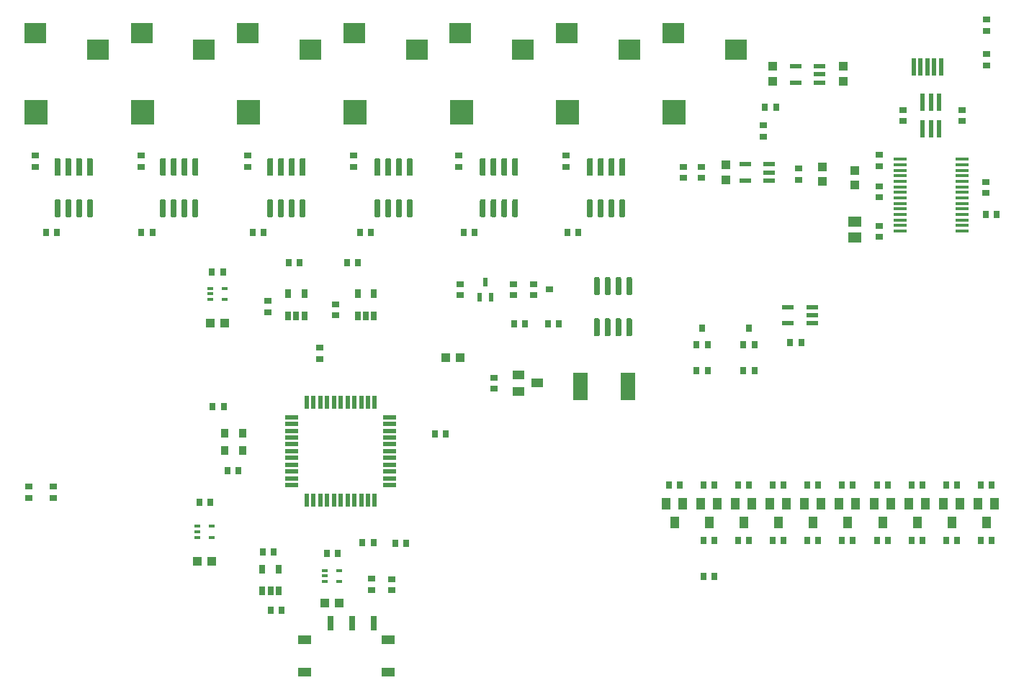
<source format=gbr>
G04 EAGLE Gerber RS-274X export*
G75*
%MOMM*%
%FSLAX34Y34*%
%LPD*%
%INSolderpaste Top*%
%IPPOS*%
%AMOC8*
5,1,8,0,0,1.08239X$1,22.5*%
G01*
%ADD10R,0.700000X0.900000*%
%ADD11R,0.900000X0.700000*%
%ADD12R,1.500000X1.300000*%
%ADD13R,0.600000X2.000000*%
%ADD14R,0.500000X2.000000*%
%ADD15R,1.000000X1.400000*%
%ADD16R,1.000000X1.100000*%
%ADD17R,1.408000X0.600000*%
%ADD18R,1.500000X0.400000*%
%ADD19R,0.690000X0.990000*%
%ADD20R,2.550000X2.400000*%
%ADD21R,2.750000X2.900000*%
%ADD22R,0.550000X1.550000*%
%ADD23R,1.550000X0.550000*%
%ADD24R,0.900000X1.100000*%
%ADD25R,0.600000X1.000000*%
%ADD26R,0.700000X1.700000*%
%ADD27R,1.550000X1.100000*%
%ADD28R,0.700000X0.400000*%
%ADD29R,1.400000X1.000000*%
%ADD30R,1.800000X3.200000*%

G36*
X108866Y603872D02*
X108866Y603872D01*
X108873Y603877D01*
X108877Y603873D01*
X109136Y603935D01*
X109140Y603940D01*
X109144Y603937D01*
X109391Y604039D01*
X109394Y604045D01*
X109398Y604043D01*
X109625Y604183D01*
X109627Y604188D01*
X109631Y604188D01*
X109834Y604361D01*
X109835Y604366D01*
X109840Y604366D01*
X110013Y604569D01*
X110013Y604575D01*
X110017Y604575D01*
X110157Y604802D01*
X110156Y604808D01*
X110161Y604809D01*
X110263Y605056D01*
X110261Y605062D01*
X110265Y605064D01*
X110327Y605323D01*
X110325Y605328D01*
X110328Y605330D01*
X110349Y605596D01*
X110347Y605599D01*
X110349Y605600D01*
X110349Y622900D01*
X110347Y622902D01*
X110349Y622904D01*
X110328Y623170D01*
X110324Y623174D01*
X110327Y623177D01*
X110265Y623436D01*
X110260Y623440D01*
X110263Y623444D01*
X110161Y623691D01*
X110155Y623694D01*
X110157Y623698D01*
X110017Y623925D01*
X110012Y623927D01*
X110013Y623931D01*
X109840Y624134D01*
X109834Y624135D01*
X109834Y624140D01*
X109631Y624313D01*
X109625Y624313D01*
X109625Y624317D01*
X109398Y624457D01*
X109392Y624456D01*
X109391Y624461D01*
X109144Y624563D01*
X109138Y624561D01*
X109136Y624565D01*
X108877Y624627D01*
X108872Y624625D01*
X108870Y624628D01*
X108604Y624649D01*
X108601Y624647D01*
X108600Y624649D01*
X105034Y624628D01*
X105027Y624623D01*
X105023Y624627D01*
X104764Y624565D01*
X104760Y624560D01*
X104756Y624563D01*
X104509Y624461D01*
X104506Y624455D01*
X104502Y624457D01*
X104275Y624317D01*
X104273Y624312D01*
X104269Y624313D01*
X104066Y624140D01*
X104065Y624134D01*
X104061Y624134D01*
X103888Y623931D01*
X103887Y623925D01*
X103883Y623925D01*
X103743Y623698D01*
X103744Y623692D01*
X103739Y623691D01*
X103637Y623444D01*
X103639Y623438D01*
X103635Y623436D01*
X103573Y623177D01*
X103575Y623172D01*
X103572Y623170D01*
X103551Y622904D01*
X103553Y622901D01*
X103551Y622900D01*
X103551Y605600D01*
X103553Y605598D01*
X103551Y605596D01*
X103572Y605330D01*
X103576Y605326D01*
X103573Y605323D01*
X103635Y605064D01*
X103640Y605060D01*
X103637Y605056D01*
X103739Y604809D01*
X103745Y604806D01*
X103743Y604802D01*
X103883Y604575D01*
X103888Y604573D01*
X103888Y604569D01*
X104061Y604366D01*
X104066Y604365D01*
X104066Y604361D01*
X104269Y604188D01*
X104275Y604187D01*
X104275Y604183D01*
X104502Y604043D01*
X104508Y604044D01*
X104509Y604039D01*
X104756Y603937D01*
X104762Y603939D01*
X104764Y603935D01*
X105023Y603873D01*
X105028Y603875D01*
X105030Y603872D01*
X105296Y603851D01*
X105299Y603853D01*
X105300Y603851D01*
X108866Y603872D01*
G37*
G36*
X497566Y603872D02*
X497566Y603872D01*
X497573Y603877D01*
X497577Y603873D01*
X497836Y603935D01*
X497840Y603940D01*
X497844Y603937D01*
X498091Y604039D01*
X498094Y604045D01*
X498098Y604043D01*
X498325Y604183D01*
X498327Y604188D01*
X498331Y604188D01*
X498534Y604361D01*
X498535Y604366D01*
X498540Y604366D01*
X498713Y604569D01*
X498713Y604575D01*
X498717Y604575D01*
X498857Y604802D01*
X498856Y604808D01*
X498861Y604809D01*
X498963Y605056D01*
X498961Y605062D01*
X498965Y605064D01*
X499027Y605323D01*
X499025Y605328D01*
X499028Y605330D01*
X499049Y605596D01*
X499047Y605599D01*
X499049Y605600D01*
X499049Y622900D01*
X499047Y622902D01*
X499049Y622904D01*
X499028Y623170D01*
X499024Y623174D01*
X499027Y623177D01*
X498965Y623436D01*
X498960Y623440D01*
X498963Y623444D01*
X498861Y623691D01*
X498855Y623694D01*
X498857Y623698D01*
X498717Y623925D01*
X498712Y623927D01*
X498713Y623931D01*
X498540Y624134D01*
X498534Y624135D01*
X498534Y624140D01*
X498331Y624313D01*
X498325Y624313D01*
X498325Y624317D01*
X498098Y624457D01*
X498092Y624456D01*
X498091Y624461D01*
X497844Y624563D01*
X497838Y624561D01*
X497836Y624565D01*
X497577Y624627D01*
X497572Y624625D01*
X497570Y624628D01*
X497304Y624649D01*
X497301Y624647D01*
X497300Y624649D01*
X493734Y624628D01*
X493727Y624623D01*
X493723Y624627D01*
X493464Y624565D01*
X493460Y624560D01*
X493456Y624563D01*
X493209Y624461D01*
X493206Y624455D01*
X493202Y624457D01*
X492975Y624317D01*
X492973Y624312D01*
X492969Y624313D01*
X492766Y624140D01*
X492765Y624134D01*
X492761Y624134D01*
X492588Y623931D01*
X492587Y623925D01*
X492583Y623925D01*
X492443Y623698D01*
X492444Y623692D01*
X492439Y623691D01*
X492337Y623444D01*
X492339Y623438D01*
X492335Y623436D01*
X492273Y623177D01*
X492275Y623172D01*
X492272Y623170D01*
X492251Y622904D01*
X492253Y622901D01*
X492251Y622900D01*
X492251Y605600D01*
X492253Y605598D01*
X492251Y605596D01*
X492272Y605330D01*
X492276Y605326D01*
X492273Y605323D01*
X492335Y605064D01*
X492340Y605060D01*
X492337Y605056D01*
X492439Y604809D01*
X492445Y604806D01*
X492443Y604802D01*
X492583Y604575D01*
X492588Y604573D01*
X492588Y604569D01*
X492761Y604366D01*
X492766Y604365D01*
X492766Y604361D01*
X492969Y604188D01*
X492975Y604187D01*
X492975Y604183D01*
X493202Y604043D01*
X493208Y604044D01*
X493209Y604039D01*
X493456Y603937D01*
X493462Y603939D01*
X493464Y603935D01*
X493723Y603873D01*
X493728Y603875D01*
X493730Y603872D01*
X493996Y603851D01*
X493999Y603853D01*
X494000Y603851D01*
X497566Y603872D01*
G37*
G36*
X358866Y603872D02*
X358866Y603872D01*
X358873Y603877D01*
X358877Y603873D01*
X359136Y603935D01*
X359140Y603940D01*
X359144Y603937D01*
X359391Y604039D01*
X359394Y604045D01*
X359398Y604043D01*
X359625Y604183D01*
X359627Y604188D01*
X359631Y604188D01*
X359834Y604361D01*
X359835Y604366D01*
X359840Y604366D01*
X360013Y604569D01*
X360013Y604575D01*
X360017Y604575D01*
X360157Y604802D01*
X360156Y604808D01*
X360161Y604809D01*
X360263Y605056D01*
X360261Y605062D01*
X360265Y605064D01*
X360327Y605323D01*
X360325Y605328D01*
X360328Y605330D01*
X360349Y605596D01*
X360347Y605599D01*
X360349Y605600D01*
X360349Y622900D01*
X360347Y622902D01*
X360349Y622904D01*
X360328Y623170D01*
X360324Y623174D01*
X360327Y623177D01*
X360265Y623436D01*
X360260Y623440D01*
X360263Y623444D01*
X360161Y623691D01*
X360155Y623694D01*
X360157Y623698D01*
X360017Y623925D01*
X360012Y623927D01*
X360013Y623931D01*
X359840Y624134D01*
X359834Y624135D01*
X359834Y624140D01*
X359631Y624313D01*
X359625Y624313D01*
X359625Y624317D01*
X359398Y624457D01*
X359392Y624456D01*
X359391Y624461D01*
X359144Y624563D01*
X359138Y624561D01*
X359136Y624565D01*
X358877Y624627D01*
X358872Y624625D01*
X358870Y624628D01*
X358604Y624649D01*
X358601Y624647D01*
X358600Y624649D01*
X355034Y624628D01*
X355027Y624623D01*
X355023Y624627D01*
X354764Y624565D01*
X354760Y624560D01*
X354756Y624563D01*
X354509Y624461D01*
X354506Y624455D01*
X354502Y624457D01*
X354275Y624317D01*
X354273Y624312D01*
X354269Y624313D01*
X354066Y624140D01*
X354065Y624134D01*
X354061Y624134D01*
X353888Y623931D01*
X353887Y623925D01*
X353883Y623925D01*
X353743Y623698D01*
X353744Y623692D01*
X353739Y623691D01*
X353637Y623444D01*
X353639Y623438D01*
X353635Y623436D01*
X353573Y623177D01*
X353575Y623172D01*
X353572Y623170D01*
X353551Y622904D01*
X353553Y622901D01*
X353551Y622900D01*
X353551Y605600D01*
X353553Y605598D01*
X353551Y605596D01*
X353572Y605330D01*
X353576Y605326D01*
X353573Y605323D01*
X353635Y605064D01*
X353640Y605060D01*
X353637Y605056D01*
X353739Y604809D01*
X353745Y604806D01*
X353743Y604802D01*
X353883Y604575D01*
X353888Y604573D01*
X353888Y604569D01*
X354061Y604366D01*
X354066Y604365D01*
X354066Y604361D01*
X354269Y604188D01*
X354275Y604187D01*
X354275Y604183D01*
X354502Y604043D01*
X354508Y604044D01*
X354509Y604039D01*
X354756Y603937D01*
X354762Y603939D01*
X354764Y603935D01*
X355023Y603873D01*
X355028Y603875D01*
X355030Y603872D01*
X355296Y603851D01*
X355299Y603853D01*
X355300Y603851D01*
X358866Y603872D01*
G37*
G36*
X484866Y603872D02*
X484866Y603872D01*
X484873Y603877D01*
X484877Y603873D01*
X485136Y603935D01*
X485140Y603940D01*
X485144Y603937D01*
X485391Y604039D01*
X485394Y604045D01*
X485398Y604043D01*
X485625Y604183D01*
X485627Y604188D01*
X485631Y604188D01*
X485834Y604361D01*
X485835Y604366D01*
X485840Y604366D01*
X486013Y604569D01*
X486013Y604575D01*
X486017Y604575D01*
X486157Y604802D01*
X486156Y604808D01*
X486161Y604809D01*
X486263Y605056D01*
X486261Y605062D01*
X486265Y605064D01*
X486327Y605323D01*
X486325Y605328D01*
X486328Y605330D01*
X486349Y605596D01*
X486347Y605599D01*
X486349Y605600D01*
X486349Y622900D01*
X486347Y622902D01*
X486349Y622904D01*
X486328Y623170D01*
X486324Y623174D01*
X486327Y623177D01*
X486265Y623436D01*
X486260Y623440D01*
X486263Y623444D01*
X486161Y623691D01*
X486155Y623694D01*
X486157Y623698D01*
X486017Y623925D01*
X486012Y623927D01*
X486013Y623931D01*
X485840Y624134D01*
X485834Y624135D01*
X485834Y624140D01*
X485631Y624313D01*
X485625Y624313D01*
X485625Y624317D01*
X485398Y624457D01*
X485392Y624456D01*
X485391Y624461D01*
X485144Y624563D01*
X485138Y624561D01*
X485136Y624565D01*
X484877Y624627D01*
X484872Y624625D01*
X484870Y624628D01*
X484604Y624649D01*
X484601Y624647D01*
X484600Y624649D01*
X481034Y624628D01*
X481027Y624623D01*
X481023Y624627D01*
X480764Y624565D01*
X480760Y624560D01*
X480756Y624563D01*
X480509Y624461D01*
X480506Y624455D01*
X480502Y624457D01*
X480275Y624317D01*
X480273Y624312D01*
X480269Y624313D01*
X480066Y624140D01*
X480065Y624134D01*
X480061Y624134D01*
X479888Y623931D01*
X479887Y623925D01*
X479883Y623925D01*
X479743Y623698D01*
X479744Y623692D01*
X479739Y623691D01*
X479637Y623444D01*
X479639Y623438D01*
X479635Y623436D01*
X479573Y623177D01*
X479575Y623172D01*
X479572Y623170D01*
X479551Y622904D01*
X479553Y622901D01*
X479551Y622900D01*
X479551Y605600D01*
X479553Y605598D01*
X479551Y605596D01*
X479572Y605330D01*
X479576Y605326D01*
X479573Y605323D01*
X479635Y605064D01*
X479640Y605060D01*
X479637Y605056D01*
X479739Y604809D01*
X479745Y604806D01*
X479743Y604802D01*
X479883Y604575D01*
X479888Y604573D01*
X479888Y604569D01*
X480061Y604366D01*
X480066Y604365D01*
X480066Y604361D01*
X480269Y604188D01*
X480275Y604187D01*
X480275Y604183D01*
X480502Y604043D01*
X480508Y604044D01*
X480509Y604039D01*
X480756Y603937D01*
X480762Y603939D01*
X480764Y603935D01*
X481023Y603873D01*
X481028Y603875D01*
X481030Y603872D01*
X481296Y603851D01*
X481299Y603853D01*
X481300Y603851D01*
X484866Y603872D01*
G37*
G36*
X371566Y603872D02*
X371566Y603872D01*
X371573Y603877D01*
X371577Y603873D01*
X371836Y603935D01*
X371840Y603940D01*
X371844Y603937D01*
X372091Y604039D01*
X372094Y604045D01*
X372098Y604043D01*
X372325Y604183D01*
X372327Y604188D01*
X372331Y604188D01*
X372534Y604361D01*
X372535Y604366D01*
X372540Y604366D01*
X372713Y604569D01*
X372713Y604575D01*
X372717Y604575D01*
X372857Y604802D01*
X372856Y604808D01*
X372861Y604809D01*
X372963Y605056D01*
X372961Y605062D01*
X372965Y605064D01*
X373027Y605323D01*
X373025Y605328D01*
X373028Y605330D01*
X373049Y605596D01*
X373047Y605599D01*
X373049Y605600D01*
X373049Y622900D01*
X373047Y622902D01*
X373049Y622904D01*
X373028Y623170D01*
X373024Y623174D01*
X373027Y623177D01*
X372965Y623436D01*
X372960Y623440D01*
X372963Y623444D01*
X372861Y623691D01*
X372855Y623694D01*
X372857Y623698D01*
X372717Y623925D01*
X372712Y623927D01*
X372713Y623931D01*
X372540Y624134D01*
X372534Y624135D01*
X372534Y624140D01*
X372331Y624313D01*
X372325Y624313D01*
X372325Y624317D01*
X372098Y624457D01*
X372092Y624456D01*
X372091Y624461D01*
X371844Y624563D01*
X371838Y624561D01*
X371836Y624565D01*
X371577Y624627D01*
X371572Y624625D01*
X371570Y624628D01*
X371304Y624649D01*
X371301Y624647D01*
X371300Y624649D01*
X367734Y624628D01*
X367727Y624623D01*
X367723Y624627D01*
X367464Y624565D01*
X367460Y624560D01*
X367456Y624563D01*
X367209Y624461D01*
X367206Y624455D01*
X367202Y624457D01*
X366975Y624317D01*
X366973Y624312D01*
X366969Y624313D01*
X366766Y624140D01*
X366765Y624134D01*
X366761Y624134D01*
X366588Y623931D01*
X366587Y623925D01*
X366583Y623925D01*
X366443Y623698D01*
X366444Y623692D01*
X366439Y623691D01*
X366337Y623444D01*
X366339Y623438D01*
X366335Y623436D01*
X366273Y623177D01*
X366275Y623172D01*
X366272Y623170D01*
X366251Y622904D01*
X366253Y622901D01*
X366251Y622900D01*
X366251Y605600D01*
X366253Y605598D01*
X366251Y605596D01*
X366272Y605330D01*
X366276Y605326D01*
X366273Y605323D01*
X366335Y605064D01*
X366340Y605060D01*
X366337Y605056D01*
X366439Y604809D01*
X366445Y604806D01*
X366443Y604802D01*
X366583Y604575D01*
X366588Y604573D01*
X366588Y604569D01*
X366761Y604366D01*
X366766Y604365D01*
X366766Y604361D01*
X366969Y604188D01*
X366975Y604187D01*
X366975Y604183D01*
X367202Y604043D01*
X367208Y604044D01*
X367209Y604039D01*
X367456Y603937D01*
X367462Y603939D01*
X367464Y603935D01*
X367723Y603873D01*
X367728Y603875D01*
X367730Y603872D01*
X367996Y603851D01*
X367999Y603853D01*
X368000Y603851D01*
X371566Y603872D01*
G37*
G36*
X621566Y603872D02*
X621566Y603872D01*
X621573Y603877D01*
X621577Y603873D01*
X621836Y603935D01*
X621840Y603940D01*
X621844Y603937D01*
X622091Y604039D01*
X622094Y604045D01*
X622098Y604043D01*
X622325Y604183D01*
X622327Y604188D01*
X622331Y604188D01*
X622534Y604361D01*
X622535Y604366D01*
X622540Y604366D01*
X622713Y604569D01*
X622713Y604575D01*
X622717Y604575D01*
X622857Y604802D01*
X622856Y604808D01*
X622861Y604809D01*
X622963Y605056D01*
X622961Y605062D01*
X622965Y605064D01*
X623027Y605323D01*
X623025Y605328D01*
X623028Y605330D01*
X623049Y605596D01*
X623047Y605599D01*
X623049Y605600D01*
X623049Y622900D01*
X623047Y622902D01*
X623049Y622904D01*
X623028Y623170D01*
X623024Y623174D01*
X623027Y623177D01*
X622965Y623436D01*
X622960Y623440D01*
X622963Y623444D01*
X622861Y623691D01*
X622855Y623694D01*
X622857Y623698D01*
X622717Y623925D01*
X622712Y623927D01*
X622713Y623931D01*
X622540Y624134D01*
X622534Y624135D01*
X622534Y624140D01*
X622331Y624313D01*
X622325Y624313D01*
X622325Y624317D01*
X622098Y624457D01*
X622092Y624456D01*
X622091Y624461D01*
X621844Y624563D01*
X621838Y624561D01*
X621836Y624565D01*
X621577Y624627D01*
X621572Y624625D01*
X621570Y624628D01*
X621304Y624649D01*
X621301Y624647D01*
X621300Y624649D01*
X617734Y624628D01*
X617727Y624623D01*
X617723Y624627D01*
X617464Y624565D01*
X617460Y624560D01*
X617456Y624563D01*
X617209Y624461D01*
X617206Y624455D01*
X617202Y624457D01*
X616975Y624317D01*
X616973Y624312D01*
X616969Y624313D01*
X616766Y624140D01*
X616765Y624134D01*
X616761Y624134D01*
X616588Y623931D01*
X616587Y623925D01*
X616583Y623925D01*
X616443Y623698D01*
X616444Y623692D01*
X616439Y623691D01*
X616337Y623444D01*
X616339Y623438D01*
X616335Y623436D01*
X616273Y623177D01*
X616275Y623172D01*
X616272Y623170D01*
X616251Y622904D01*
X616253Y622901D01*
X616251Y622900D01*
X616251Y605600D01*
X616253Y605598D01*
X616251Y605596D01*
X616272Y605330D01*
X616276Y605326D01*
X616273Y605323D01*
X616335Y605064D01*
X616340Y605060D01*
X616337Y605056D01*
X616439Y604809D01*
X616445Y604806D01*
X616443Y604802D01*
X616583Y604575D01*
X616588Y604573D01*
X616588Y604569D01*
X616761Y604366D01*
X616766Y604365D01*
X616766Y604361D01*
X616969Y604188D01*
X616975Y604187D01*
X616975Y604183D01*
X617202Y604043D01*
X617208Y604044D01*
X617209Y604039D01*
X617456Y603937D01*
X617462Y603939D01*
X617464Y603935D01*
X617723Y603873D01*
X617728Y603875D01*
X617730Y603872D01*
X617996Y603851D01*
X617999Y603853D01*
X618000Y603851D01*
X621566Y603872D01*
G37*
G36*
X608866Y603872D02*
X608866Y603872D01*
X608873Y603877D01*
X608877Y603873D01*
X609136Y603935D01*
X609140Y603940D01*
X609144Y603937D01*
X609391Y604039D01*
X609394Y604045D01*
X609398Y604043D01*
X609625Y604183D01*
X609627Y604188D01*
X609631Y604188D01*
X609834Y604361D01*
X609835Y604366D01*
X609840Y604366D01*
X610013Y604569D01*
X610013Y604575D01*
X610017Y604575D01*
X610157Y604802D01*
X610156Y604808D01*
X610161Y604809D01*
X610263Y605056D01*
X610261Y605062D01*
X610265Y605064D01*
X610327Y605323D01*
X610325Y605328D01*
X610328Y605330D01*
X610349Y605596D01*
X610347Y605599D01*
X610349Y605600D01*
X610349Y622900D01*
X610347Y622902D01*
X610349Y622904D01*
X610328Y623170D01*
X610324Y623174D01*
X610327Y623177D01*
X610265Y623436D01*
X610260Y623440D01*
X610263Y623444D01*
X610161Y623691D01*
X610155Y623694D01*
X610157Y623698D01*
X610017Y623925D01*
X610012Y623927D01*
X610013Y623931D01*
X609840Y624134D01*
X609834Y624135D01*
X609834Y624140D01*
X609631Y624313D01*
X609625Y624313D01*
X609625Y624317D01*
X609398Y624457D01*
X609392Y624456D01*
X609391Y624461D01*
X609144Y624563D01*
X609138Y624561D01*
X609136Y624565D01*
X608877Y624627D01*
X608872Y624625D01*
X608870Y624628D01*
X608604Y624649D01*
X608601Y624647D01*
X608600Y624649D01*
X605034Y624628D01*
X605027Y624623D01*
X605023Y624627D01*
X604764Y624565D01*
X604760Y624560D01*
X604756Y624563D01*
X604509Y624461D01*
X604506Y624455D01*
X604502Y624457D01*
X604275Y624317D01*
X604273Y624312D01*
X604269Y624313D01*
X604066Y624140D01*
X604065Y624134D01*
X604061Y624134D01*
X603888Y623931D01*
X603887Y623925D01*
X603883Y623925D01*
X603743Y623698D01*
X603744Y623692D01*
X603739Y623691D01*
X603637Y623444D01*
X603639Y623438D01*
X603635Y623436D01*
X603573Y623177D01*
X603575Y623172D01*
X603572Y623170D01*
X603551Y622904D01*
X603553Y622901D01*
X603551Y622900D01*
X603551Y605600D01*
X603553Y605598D01*
X603551Y605596D01*
X603572Y605330D01*
X603576Y605326D01*
X603573Y605323D01*
X603635Y605064D01*
X603640Y605060D01*
X603637Y605056D01*
X603739Y604809D01*
X603745Y604806D01*
X603743Y604802D01*
X603883Y604575D01*
X603888Y604573D01*
X603888Y604569D01*
X604061Y604366D01*
X604066Y604365D01*
X604066Y604361D01*
X604269Y604188D01*
X604275Y604187D01*
X604275Y604183D01*
X604502Y604043D01*
X604508Y604044D01*
X604509Y604039D01*
X604756Y603937D01*
X604762Y603939D01*
X604764Y603935D01*
X605023Y603873D01*
X605028Y603875D01*
X605030Y603872D01*
X605296Y603851D01*
X605299Y603853D01*
X605300Y603851D01*
X608866Y603872D01*
G37*
G36*
X134266Y603872D02*
X134266Y603872D01*
X134273Y603877D01*
X134277Y603873D01*
X134536Y603935D01*
X134540Y603940D01*
X134544Y603937D01*
X134791Y604039D01*
X134794Y604045D01*
X134798Y604043D01*
X135025Y604183D01*
X135027Y604188D01*
X135031Y604188D01*
X135234Y604361D01*
X135235Y604366D01*
X135240Y604366D01*
X135413Y604569D01*
X135413Y604575D01*
X135417Y604575D01*
X135557Y604802D01*
X135556Y604808D01*
X135561Y604809D01*
X135663Y605056D01*
X135661Y605062D01*
X135665Y605064D01*
X135727Y605323D01*
X135725Y605328D01*
X135728Y605330D01*
X135749Y605596D01*
X135747Y605599D01*
X135749Y605600D01*
X135749Y622900D01*
X135747Y622902D01*
X135749Y622904D01*
X135728Y623170D01*
X135724Y623174D01*
X135727Y623177D01*
X135665Y623436D01*
X135660Y623440D01*
X135663Y623444D01*
X135561Y623691D01*
X135555Y623694D01*
X135557Y623698D01*
X135417Y623925D01*
X135412Y623927D01*
X135413Y623931D01*
X135240Y624134D01*
X135234Y624135D01*
X135234Y624140D01*
X135031Y624313D01*
X135025Y624313D01*
X135025Y624317D01*
X134798Y624457D01*
X134792Y624456D01*
X134791Y624461D01*
X134544Y624563D01*
X134538Y624561D01*
X134536Y624565D01*
X134277Y624627D01*
X134272Y624625D01*
X134270Y624628D01*
X134004Y624649D01*
X134001Y624647D01*
X134000Y624649D01*
X130434Y624628D01*
X130427Y624623D01*
X130423Y624627D01*
X130164Y624565D01*
X130160Y624560D01*
X130156Y624563D01*
X129909Y624461D01*
X129906Y624455D01*
X129902Y624457D01*
X129675Y624317D01*
X129673Y624312D01*
X129669Y624313D01*
X129466Y624140D01*
X129465Y624134D01*
X129461Y624134D01*
X129288Y623931D01*
X129287Y623925D01*
X129283Y623925D01*
X129143Y623698D01*
X129144Y623692D01*
X129139Y623691D01*
X129037Y623444D01*
X129039Y623438D01*
X129035Y623436D01*
X128973Y623177D01*
X128975Y623172D01*
X128972Y623170D01*
X128951Y622904D01*
X128953Y622901D01*
X128951Y622900D01*
X128951Y605600D01*
X128953Y605598D01*
X128951Y605596D01*
X128972Y605330D01*
X128976Y605326D01*
X128973Y605323D01*
X129035Y605064D01*
X129040Y605060D01*
X129037Y605056D01*
X129139Y604809D01*
X129145Y604806D01*
X129143Y604802D01*
X129283Y604575D01*
X129288Y604573D01*
X129288Y604569D01*
X129461Y604366D01*
X129466Y604365D01*
X129466Y604361D01*
X129669Y604188D01*
X129675Y604187D01*
X129675Y604183D01*
X129902Y604043D01*
X129908Y604044D01*
X129909Y604039D01*
X130156Y603937D01*
X130162Y603939D01*
X130164Y603935D01*
X130423Y603873D01*
X130428Y603875D01*
X130430Y603872D01*
X130696Y603851D01*
X130699Y603853D01*
X130700Y603851D01*
X134266Y603872D01*
G37*
G36*
X232866Y603872D02*
X232866Y603872D01*
X232873Y603877D01*
X232877Y603873D01*
X233136Y603935D01*
X233140Y603940D01*
X233144Y603937D01*
X233391Y604039D01*
X233394Y604045D01*
X233398Y604043D01*
X233625Y604183D01*
X233627Y604188D01*
X233631Y604188D01*
X233834Y604361D01*
X233835Y604366D01*
X233840Y604366D01*
X234013Y604569D01*
X234013Y604575D01*
X234017Y604575D01*
X234157Y604802D01*
X234156Y604808D01*
X234161Y604809D01*
X234263Y605056D01*
X234261Y605062D01*
X234265Y605064D01*
X234327Y605323D01*
X234325Y605328D01*
X234328Y605330D01*
X234349Y605596D01*
X234347Y605599D01*
X234349Y605600D01*
X234349Y622900D01*
X234347Y622902D01*
X234349Y622904D01*
X234328Y623170D01*
X234324Y623174D01*
X234327Y623177D01*
X234265Y623436D01*
X234260Y623440D01*
X234263Y623444D01*
X234161Y623691D01*
X234155Y623694D01*
X234157Y623698D01*
X234017Y623925D01*
X234012Y623927D01*
X234013Y623931D01*
X233840Y624134D01*
X233834Y624135D01*
X233834Y624140D01*
X233631Y624313D01*
X233625Y624313D01*
X233625Y624317D01*
X233398Y624457D01*
X233392Y624456D01*
X233391Y624461D01*
X233144Y624563D01*
X233138Y624561D01*
X233136Y624565D01*
X232877Y624627D01*
X232872Y624625D01*
X232870Y624628D01*
X232604Y624649D01*
X232601Y624647D01*
X232600Y624649D01*
X229034Y624628D01*
X229027Y624623D01*
X229023Y624627D01*
X228764Y624565D01*
X228760Y624560D01*
X228756Y624563D01*
X228509Y624461D01*
X228506Y624455D01*
X228502Y624457D01*
X228275Y624317D01*
X228273Y624312D01*
X228269Y624313D01*
X228066Y624140D01*
X228065Y624134D01*
X228061Y624134D01*
X227888Y623931D01*
X227887Y623925D01*
X227883Y623925D01*
X227743Y623698D01*
X227744Y623692D01*
X227739Y623691D01*
X227637Y623444D01*
X227639Y623438D01*
X227635Y623436D01*
X227573Y623177D01*
X227575Y623172D01*
X227572Y623170D01*
X227551Y622904D01*
X227553Y622901D01*
X227551Y622900D01*
X227551Y605600D01*
X227553Y605598D01*
X227551Y605596D01*
X227572Y605330D01*
X227576Y605326D01*
X227573Y605323D01*
X227635Y605064D01*
X227640Y605060D01*
X227637Y605056D01*
X227739Y604809D01*
X227745Y604806D01*
X227743Y604802D01*
X227883Y604575D01*
X227888Y604573D01*
X227888Y604569D01*
X228061Y604366D01*
X228066Y604365D01*
X228066Y604361D01*
X228269Y604188D01*
X228275Y604187D01*
X228275Y604183D01*
X228502Y604043D01*
X228508Y604044D01*
X228509Y604039D01*
X228756Y603937D01*
X228762Y603939D01*
X228764Y603935D01*
X229023Y603873D01*
X229028Y603875D01*
X229030Y603872D01*
X229296Y603851D01*
X229299Y603853D01*
X229300Y603851D01*
X232866Y603872D01*
G37*
G36*
X121566Y603872D02*
X121566Y603872D01*
X121573Y603877D01*
X121577Y603873D01*
X121836Y603935D01*
X121840Y603940D01*
X121844Y603937D01*
X122091Y604039D01*
X122094Y604045D01*
X122098Y604043D01*
X122325Y604183D01*
X122327Y604188D01*
X122331Y604188D01*
X122534Y604361D01*
X122535Y604366D01*
X122540Y604366D01*
X122713Y604569D01*
X122713Y604575D01*
X122717Y604575D01*
X122857Y604802D01*
X122856Y604808D01*
X122861Y604809D01*
X122963Y605056D01*
X122961Y605062D01*
X122965Y605064D01*
X123027Y605323D01*
X123025Y605328D01*
X123028Y605330D01*
X123049Y605596D01*
X123047Y605599D01*
X123049Y605600D01*
X123049Y622900D01*
X123047Y622902D01*
X123049Y622904D01*
X123028Y623170D01*
X123024Y623174D01*
X123027Y623177D01*
X122965Y623436D01*
X122960Y623440D01*
X122963Y623444D01*
X122861Y623691D01*
X122855Y623694D01*
X122857Y623698D01*
X122717Y623925D01*
X122712Y623927D01*
X122713Y623931D01*
X122540Y624134D01*
X122534Y624135D01*
X122534Y624140D01*
X122331Y624313D01*
X122325Y624313D01*
X122325Y624317D01*
X122098Y624457D01*
X122092Y624456D01*
X122091Y624461D01*
X121844Y624563D01*
X121838Y624561D01*
X121836Y624565D01*
X121577Y624627D01*
X121572Y624625D01*
X121570Y624628D01*
X121304Y624649D01*
X121301Y624647D01*
X121300Y624649D01*
X117734Y624628D01*
X117727Y624623D01*
X117723Y624627D01*
X117464Y624565D01*
X117460Y624560D01*
X117456Y624563D01*
X117209Y624461D01*
X117206Y624455D01*
X117202Y624457D01*
X116975Y624317D01*
X116973Y624312D01*
X116969Y624313D01*
X116766Y624140D01*
X116765Y624134D01*
X116761Y624134D01*
X116588Y623931D01*
X116587Y623925D01*
X116583Y623925D01*
X116443Y623698D01*
X116444Y623692D01*
X116439Y623691D01*
X116337Y623444D01*
X116339Y623438D01*
X116335Y623436D01*
X116273Y623177D01*
X116275Y623172D01*
X116272Y623170D01*
X116251Y622904D01*
X116253Y622901D01*
X116251Y622900D01*
X116251Y605600D01*
X116253Y605598D01*
X116251Y605596D01*
X116272Y605330D01*
X116276Y605326D01*
X116273Y605323D01*
X116335Y605064D01*
X116340Y605060D01*
X116337Y605056D01*
X116439Y604809D01*
X116445Y604806D01*
X116443Y604802D01*
X116583Y604575D01*
X116588Y604573D01*
X116588Y604569D01*
X116761Y604366D01*
X116766Y604365D01*
X116766Y604361D01*
X116969Y604188D01*
X116975Y604187D01*
X116975Y604183D01*
X117202Y604043D01*
X117208Y604044D01*
X117209Y604039D01*
X117456Y603937D01*
X117462Y603939D01*
X117464Y603935D01*
X117723Y603873D01*
X117728Y603875D01*
X117730Y603872D01*
X117996Y603851D01*
X117999Y603853D01*
X118000Y603851D01*
X121566Y603872D01*
G37*
G36*
X747566Y603872D02*
X747566Y603872D01*
X747573Y603877D01*
X747577Y603873D01*
X747836Y603935D01*
X747840Y603940D01*
X747844Y603937D01*
X748091Y604039D01*
X748094Y604045D01*
X748098Y604043D01*
X748325Y604183D01*
X748327Y604188D01*
X748331Y604188D01*
X748534Y604361D01*
X748535Y604366D01*
X748540Y604366D01*
X748713Y604569D01*
X748713Y604575D01*
X748717Y604575D01*
X748857Y604802D01*
X748856Y604808D01*
X748861Y604809D01*
X748963Y605056D01*
X748961Y605062D01*
X748965Y605064D01*
X749027Y605323D01*
X749025Y605328D01*
X749028Y605330D01*
X749049Y605596D01*
X749047Y605599D01*
X749049Y605600D01*
X749049Y622900D01*
X749047Y622902D01*
X749049Y622904D01*
X749028Y623170D01*
X749024Y623174D01*
X749027Y623177D01*
X748965Y623436D01*
X748960Y623440D01*
X748963Y623444D01*
X748861Y623691D01*
X748855Y623694D01*
X748857Y623698D01*
X748717Y623925D01*
X748712Y623927D01*
X748713Y623931D01*
X748540Y624134D01*
X748534Y624135D01*
X748534Y624140D01*
X748331Y624313D01*
X748325Y624313D01*
X748325Y624317D01*
X748098Y624457D01*
X748092Y624456D01*
X748091Y624461D01*
X747844Y624563D01*
X747838Y624561D01*
X747836Y624565D01*
X747577Y624627D01*
X747572Y624625D01*
X747570Y624628D01*
X747304Y624649D01*
X747301Y624647D01*
X747300Y624649D01*
X743734Y624628D01*
X743727Y624623D01*
X743723Y624627D01*
X743464Y624565D01*
X743460Y624560D01*
X743456Y624563D01*
X743209Y624461D01*
X743206Y624455D01*
X743202Y624457D01*
X742975Y624317D01*
X742973Y624312D01*
X742969Y624313D01*
X742766Y624140D01*
X742765Y624134D01*
X742761Y624134D01*
X742588Y623931D01*
X742587Y623925D01*
X742583Y623925D01*
X742443Y623698D01*
X742444Y623692D01*
X742439Y623691D01*
X742337Y623444D01*
X742339Y623438D01*
X742335Y623436D01*
X742273Y623177D01*
X742275Y623172D01*
X742272Y623170D01*
X742251Y622904D01*
X742253Y622901D01*
X742251Y622900D01*
X742251Y605600D01*
X742253Y605598D01*
X742251Y605596D01*
X742272Y605330D01*
X742276Y605326D01*
X742273Y605323D01*
X742335Y605064D01*
X742340Y605060D01*
X742337Y605056D01*
X742439Y604809D01*
X742445Y604806D01*
X742443Y604802D01*
X742583Y604575D01*
X742588Y604573D01*
X742588Y604569D01*
X742761Y604366D01*
X742766Y604365D01*
X742766Y604361D01*
X742969Y604188D01*
X742975Y604187D01*
X742975Y604183D01*
X743202Y604043D01*
X743208Y604044D01*
X743209Y604039D01*
X743456Y603937D01*
X743462Y603939D01*
X743464Y603935D01*
X743723Y603873D01*
X743728Y603875D01*
X743730Y603872D01*
X743996Y603851D01*
X743999Y603853D01*
X744000Y603851D01*
X747566Y603872D01*
G37*
G36*
X146966Y603872D02*
X146966Y603872D01*
X146973Y603877D01*
X146977Y603873D01*
X147236Y603935D01*
X147240Y603940D01*
X147244Y603937D01*
X147491Y604039D01*
X147494Y604045D01*
X147498Y604043D01*
X147725Y604183D01*
X147727Y604188D01*
X147731Y604188D01*
X147934Y604361D01*
X147935Y604366D01*
X147940Y604366D01*
X148113Y604569D01*
X148113Y604575D01*
X148117Y604575D01*
X148257Y604802D01*
X148256Y604808D01*
X148261Y604809D01*
X148363Y605056D01*
X148361Y605062D01*
X148365Y605064D01*
X148427Y605323D01*
X148425Y605328D01*
X148428Y605330D01*
X148449Y605596D01*
X148447Y605599D01*
X148449Y605600D01*
X148449Y622900D01*
X148447Y622902D01*
X148449Y622904D01*
X148428Y623170D01*
X148424Y623174D01*
X148427Y623177D01*
X148365Y623436D01*
X148360Y623440D01*
X148363Y623444D01*
X148261Y623691D01*
X148255Y623694D01*
X148257Y623698D01*
X148117Y623925D01*
X148112Y623927D01*
X148113Y623931D01*
X147940Y624134D01*
X147934Y624135D01*
X147934Y624140D01*
X147731Y624313D01*
X147725Y624313D01*
X147725Y624317D01*
X147498Y624457D01*
X147492Y624456D01*
X147491Y624461D01*
X147244Y624563D01*
X147238Y624561D01*
X147236Y624565D01*
X146977Y624627D01*
X146972Y624625D01*
X146970Y624628D01*
X146704Y624649D01*
X146701Y624647D01*
X146700Y624649D01*
X143134Y624628D01*
X143127Y624623D01*
X143123Y624627D01*
X142864Y624565D01*
X142860Y624560D01*
X142856Y624563D01*
X142609Y624461D01*
X142606Y624455D01*
X142602Y624457D01*
X142375Y624317D01*
X142373Y624312D01*
X142369Y624313D01*
X142166Y624140D01*
X142165Y624134D01*
X142161Y624134D01*
X141988Y623931D01*
X141987Y623925D01*
X141983Y623925D01*
X141843Y623698D01*
X141844Y623692D01*
X141839Y623691D01*
X141737Y623444D01*
X141739Y623438D01*
X141735Y623436D01*
X141673Y623177D01*
X141675Y623172D01*
X141672Y623170D01*
X141651Y622904D01*
X141653Y622901D01*
X141651Y622900D01*
X141651Y605600D01*
X141653Y605598D01*
X141651Y605596D01*
X141672Y605330D01*
X141676Y605326D01*
X141673Y605323D01*
X141735Y605064D01*
X141740Y605060D01*
X141737Y605056D01*
X141839Y604809D01*
X141845Y604806D01*
X141843Y604802D01*
X141983Y604575D01*
X141988Y604573D01*
X141988Y604569D01*
X142161Y604366D01*
X142166Y604365D01*
X142166Y604361D01*
X142369Y604188D01*
X142375Y604187D01*
X142375Y604183D01*
X142602Y604043D01*
X142608Y604044D01*
X142609Y604039D01*
X142856Y603937D01*
X142862Y603939D01*
X142864Y603935D01*
X143123Y603873D01*
X143128Y603875D01*
X143130Y603872D01*
X143396Y603851D01*
X143399Y603853D01*
X143400Y603851D01*
X146966Y603872D01*
G37*
G36*
X384266Y603872D02*
X384266Y603872D01*
X384273Y603877D01*
X384277Y603873D01*
X384536Y603935D01*
X384540Y603940D01*
X384544Y603937D01*
X384791Y604039D01*
X384794Y604045D01*
X384798Y604043D01*
X385025Y604183D01*
X385027Y604188D01*
X385031Y604188D01*
X385234Y604361D01*
X385235Y604366D01*
X385240Y604366D01*
X385413Y604569D01*
X385413Y604575D01*
X385417Y604575D01*
X385557Y604802D01*
X385556Y604808D01*
X385561Y604809D01*
X385663Y605056D01*
X385661Y605062D01*
X385665Y605064D01*
X385727Y605323D01*
X385725Y605328D01*
X385728Y605330D01*
X385749Y605596D01*
X385747Y605599D01*
X385749Y605600D01*
X385749Y622900D01*
X385747Y622902D01*
X385749Y622904D01*
X385728Y623170D01*
X385724Y623174D01*
X385727Y623177D01*
X385665Y623436D01*
X385660Y623440D01*
X385663Y623444D01*
X385561Y623691D01*
X385555Y623694D01*
X385557Y623698D01*
X385417Y623925D01*
X385412Y623927D01*
X385413Y623931D01*
X385240Y624134D01*
X385234Y624135D01*
X385234Y624140D01*
X385031Y624313D01*
X385025Y624313D01*
X385025Y624317D01*
X384798Y624457D01*
X384792Y624456D01*
X384791Y624461D01*
X384544Y624563D01*
X384538Y624561D01*
X384536Y624565D01*
X384277Y624627D01*
X384272Y624625D01*
X384270Y624628D01*
X384004Y624649D01*
X384001Y624647D01*
X384000Y624649D01*
X380434Y624628D01*
X380427Y624623D01*
X380423Y624627D01*
X380164Y624565D01*
X380160Y624560D01*
X380156Y624563D01*
X379909Y624461D01*
X379906Y624455D01*
X379902Y624457D01*
X379675Y624317D01*
X379673Y624312D01*
X379669Y624313D01*
X379466Y624140D01*
X379465Y624134D01*
X379461Y624134D01*
X379288Y623931D01*
X379287Y623925D01*
X379283Y623925D01*
X379143Y623698D01*
X379144Y623692D01*
X379139Y623691D01*
X379037Y623444D01*
X379039Y623438D01*
X379035Y623436D01*
X378973Y623177D01*
X378975Y623172D01*
X378972Y623170D01*
X378951Y622904D01*
X378953Y622901D01*
X378951Y622900D01*
X378951Y605600D01*
X378953Y605598D01*
X378951Y605596D01*
X378972Y605330D01*
X378976Y605326D01*
X378973Y605323D01*
X379035Y605064D01*
X379040Y605060D01*
X379037Y605056D01*
X379139Y604809D01*
X379145Y604806D01*
X379143Y604802D01*
X379283Y604575D01*
X379288Y604573D01*
X379288Y604569D01*
X379461Y604366D01*
X379466Y604365D01*
X379466Y604361D01*
X379669Y604188D01*
X379675Y604187D01*
X379675Y604183D01*
X379902Y604043D01*
X379908Y604044D01*
X379909Y604039D01*
X380156Y603937D01*
X380162Y603939D01*
X380164Y603935D01*
X380423Y603873D01*
X380428Y603875D01*
X380430Y603872D01*
X380696Y603851D01*
X380699Y603853D01*
X380700Y603851D01*
X384266Y603872D01*
G37*
G36*
X734866Y603872D02*
X734866Y603872D01*
X734873Y603877D01*
X734877Y603873D01*
X735136Y603935D01*
X735140Y603940D01*
X735144Y603937D01*
X735391Y604039D01*
X735394Y604045D01*
X735398Y604043D01*
X735625Y604183D01*
X735627Y604188D01*
X735631Y604188D01*
X735834Y604361D01*
X735835Y604366D01*
X735840Y604366D01*
X736013Y604569D01*
X736013Y604575D01*
X736017Y604575D01*
X736157Y604802D01*
X736156Y604808D01*
X736161Y604809D01*
X736263Y605056D01*
X736261Y605062D01*
X736265Y605064D01*
X736327Y605323D01*
X736325Y605328D01*
X736328Y605330D01*
X736349Y605596D01*
X736347Y605599D01*
X736349Y605600D01*
X736349Y622900D01*
X736347Y622902D01*
X736349Y622904D01*
X736328Y623170D01*
X736324Y623174D01*
X736327Y623177D01*
X736265Y623436D01*
X736260Y623440D01*
X736263Y623444D01*
X736161Y623691D01*
X736155Y623694D01*
X736157Y623698D01*
X736017Y623925D01*
X736012Y623927D01*
X736013Y623931D01*
X735840Y624134D01*
X735834Y624135D01*
X735834Y624140D01*
X735631Y624313D01*
X735625Y624313D01*
X735625Y624317D01*
X735398Y624457D01*
X735392Y624456D01*
X735391Y624461D01*
X735144Y624563D01*
X735138Y624561D01*
X735136Y624565D01*
X734877Y624627D01*
X734872Y624625D01*
X734870Y624628D01*
X734604Y624649D01*
X734601Y624647D01*
X734600Y624649D01*
X731034Y624628D01*
X731027Y624623D01*
X731023Y624627D01*
X730764Y624565D01*
X730760Y624560D01*
X730756Y624563D01*
X730509Y624461D01*
X730506Y624455D01*
X730502Y624457D01*
X730275Y624317D01*
X730273Y624312D01*
X730269Y624313D01*
X730066Y624140D01*
X730065Y624134D01*
X730061Y624134D01*
X729888Y623931D01*
X729887Y623925D01*
X729883Y623925D01*
X729743Y623698D01*
X729744Y623692D01*
X729739Y623691D01*
X729637Y623444D01*
X729639Y623438D01*
X729635Y623436D01*
X729573Y623177D01*
X729575Y623172D01*
X729572Y623170D01*
X729551Y622904D01*
X729553Y622901D01*
X729551Y622900D01*
X729551Y605600D01*
X729553Y605598D01*
X729551Y605596D01*
X729572Y605330D01*
X729576Y605326D01*
X729573Y605323D01*
X729635Y605064D01*
X729640Y605060D01*
X729637Y605056D01*
X729739Y604809D01*
X729745Y604806D01*
X729743Y604802D01*
X729883Y604575D01*
X729888Y604573D01*
X729888Y604569D01*
X730061Y604366D01*
X730066Y604365D01*
X730066Y604361D01*
X730269Y604188D01*
X730275Y604187D01*
X730275Y604183D01*
X730502Y604043D01*
X730508Y604044D01*
X730509Y604039D01*
X730756Y603937D01*
X730762Y603939D01*
X730764Y603935D01*
X731023Y603873D01*
X731028Y603875D01*
X731030Y603872D01*
X731296Y603851D01*
X731299Y603853D01*
X731300Y603851D01*
X734866Y603872D01*
G37*
G36*
X760266Y603872D02*
X760266Y603872D01*
X760273Y603877D01*
X760277Y603873D01*
X760536Y603935D01*
X760540Y603940D01*
X760544Y603937D01*
X760791Y604039D01*
X760794Y604045D01*
X760798Y604043D01*
X761025Y604183D01*
X761027Y604188D01*
X761031Y604188D01*
X761234Y604361D01*
X761235Y604366D01*
X761240Y604366D01*
X761413Y604569D01*
X761413Y604575D01*
X761417Y604575D01*
X761557Y604802D01*
X761556Y604808D01*
X761561Y604809D01*
X761663Y605056D01*
X761661Y605062D01*
X761665Y605064D01*
X761727Y605323D01*
X761725Y605328D01*
X761728Y605330D01*
X761749Y605596D01*
X761747Y605599D01*
X761749Y605600D01*
X761749Y622900D01*
X761747Y622902D01*
X761749Y622904D01*
X761728Y623170D01*
X761724Y623174D01*
X761727Y623177D01*
X761665Y623436D01*
X761660Y623440D01*
X761663Y623444D01*
X761561Y623691D01*
X761555Y623694D01*
X761557Y623698D01*
X761417Y623925D01*
X761412Y623927D01*
X761413Y623931D01*
X761240Y624134D01*
X761234Y624135D01*
X761234Y624140D01*
X761031Y624313D01*
X761025Y624313D01*
X761025Y624317D01*
X760798Y624457D01*
X760792Y624456D01*
X760791Y624461D01*
X760544Y624563D01*
X760538Y624561D01*
X760536Y624565D01*
X760277Y624627D01*
X760272Y624625D01*
X760270Y624628D01*
X760004Y624649D01*
X760001Y624647D01*
X760000Y624649D01*
X756434Y624628D01*
X756427Y624623D01*
X756423Y624627D01*
X756164Y624565D01*
X756160Y624560D01*
X756156Y624563D01*
X755909Y624461D01*
X755906Y624455D01*
X755902Y624457D01*
X755675Y624317D01*
X755673Y624312D01*
X755669Y624313D01*
X755466Y624140D01*
X755465Y624134D01*
X755461Y624134D01*
X755288Y623931D01*
X755287Y623925D01*
X755283Y623925D01*
X755143Y623698D01*
X755144Y623692D01*
X755139Y623691D01*
X755037Y623444D01*
X755039Y623438D01*
X755035Y623436D01*
X754973Y623177D01*
X754975Y623172D01*
X754972Y623170D01*
X754951Y622904D01*
X754953Y622901D01*
X754951Y622900D01*
X754951Y605600D01*
X754953Y605598D01*
X754951Y605596D01*
X754972Y605330D01*
X754976Y605326D01*
X754973Y605323D01*
X755035Y605064D01*
X755040Y605060D01*
X755037Y605056D01*
X755139Y604809D01*
X755145Y604806D01*
X755143Y604802D01*
X755283Y604575D01*
X755288Y604573D01*
X755288Y604569D01*
X755461Y604366D01*
X755466Y604365D01*
X755466Y604361D01*
X755669Y604188D01*
X755675Y604187D01*
X755675Y604183D01*
X755902Y604043D01*
X755908Y604044D01*
X755909Y604039D01*
X756156Y603937D01*
X756162Y603939D01*
X756164Y603935D01*
X756423Y603873D01*
X756428Y603875D01*
X756430Y603872D01*
X756696Y603851D01*
X756699Y603853D01*
X756700Y603851D01*
X760266Y603872D01*
G37*
G36*
X396966Y603872D02*
X396966Y603872D01*
X396973Y603877D01*
X396977Y603873D01*
X397236Y603935D01*
X397240Y603940D01*
X397244Y603937D01*
X397491Y604039D01*
X397494Y604045D01*
X397498Y604043D01*
X397725Y604183D01*
X397727Y604188D01*
X397731Y604188D01*
X397934Y604361D01*
X397935Y604366D01*
X397940Y604366D01*
X398113Y604569D01*
X398113Y604575D01*
X398117Y604575D01*
X398257Y604802D01*
X398256Y604808D01*
X398261Y604809D01*
X398363Y605056D01*
X398361Y605062D01*
X398365Y605064D01*
X398427Y605323D01*
X398425Y605328D01*
X398428Y605330D01*
X398449Y605596D01*
X398447Y605599D01*
X398449Y605600D01*
X398449Y622900D01*
X398447Y622902D01*
X398449Y622904D01*
X398428Y623170D01*
X398424Y623174D01*
X398427Y623177D01*
X398365Y623436D01*
X398360Y623440D01*
X398363Y623444D01*
X398261Y623691D01*
X398255Y623694D01*
X398257Y623698D01*
X398117Y623925D01*
X398112Y623927D01*
X398113Y623931D01*
X397940Y624134D01*
X397934Y624135D01*
X397934Y624140D01*
X397731Y624313D01*
X397725Y624313D01*
X397725Y624317D01*
X397498Y624457D01*
X397492Y624456D01*
X397491Y624461D01*
X397244Y624563D01*
X397238Y624561D01*
X397236Y624565D01*
X396977Y624627D01*
X396972Y624625D01*
X396970Y624628D01*
X396704Y624649D01*
X396701Y624647D01*
X396700Y624649D01*
X393134Y624628D01*
X393127Y624623D01*
X393123Y624627D01*
X392864Y624565D01*
X392860Y624560D01*
X392856Y624563D01*
X392609Y624461D01*
X392606Y624455D01*
X392602Y624457D01*
X392375Y624317D01*
X392373Y624312D01*
X392369Y624313D01*
X392166Y624140D01*
X392165Y624134D01*
X392161Y624134D01*
X391988Y623931D01*
X391987Y623925D01*
X391983Y623925D01*
X391843Y623698D01*
X391844Y623692D01*
X391839Y623691D01*
X391737Y623444D01*
X391739Y623438D01*
X391735Y623436D01*
X391673Y623177D01*
X391675Y623172D01*
X391672Y623170D01*
X391651Y622904D01*
X391653Y622901D01*
X391651Y622900D01*
X391651Y605600D01*
X391653Y605598D01*
X391651Y605596D01*
X391672Y605330D01*
X391676Y605326D01*
X391673Y605323D01*
X391735Y605064D01*
X391740Y605060D01*
X391737Y605056D01*
X391839Y604809D01*
X391845Y604806D01*
X391843Y604802D01*
X391983Y604575D01*
X391988Y604573D01*
X391988Y604569D01*
X392161Y604366D01*
X392166Y604365D01*
X392166Y604361D01*
X392369Y604188D01*
X392375Y604187D01*
X392375Y604183D01*
X392602Y604043D01*
X392608Y604044D01*
X392609Y604039D01*
X392856Y603937D01*
X392862Y603939D01*
X392864Y603935D01*
X393123Y603873D01*
X393128Y603875D01*
X393130Y603872D01*
X393396Y603851D01*
X393399Y603853D01*
X393400Y603851D01*
X396966Y603872D01*
G37*
G36*
X270966Y603872D02*
X270966Y603872D01*
X270973Y603877D01*
X270977Y603873D01*
X271236Y603935D01*
X271240Y603940D01*
X271244Y603937D01*
X271491Y604039D01*
X271494Y604045D01*
X271498Y604043D01*
X271725Y604183D01*
X271727Y604188D01*
X271731Y604188D01*
X271934Y604361D01*
X271935Y604366D01*
X271940Y604366D01*
X272113Y604569D01*
X272113Y604575D01*
X272117Y604575D01*
X272257Y604802D01*
X272256Y604808D01*
X272261Y604809D01*
X272363Y605056D01*
X272361Y605062D01*
X272365Y605064D01*
X272427Y605323D01*
X272425Y605328D01*
X272428Y605330D01*
X272449Y605596D01*
X272447Y605599D01*
X272449Y605600D01*
X272449Y622900D01*
X272447Y622902D01*
X272449Y622904D01*
X272428Y623170D01*
X272424Y623174D01*
X272427Y623177D01*
X272365Y623436D01*
X272360Y623440D01*
X272363Y623444D01*
X272261Y623691D01*
X272255Y623694D01*
X272257Y623698D01*
X272117Y623925D01*
X272112Y623927D01*
X272113Y623931D01*
X271940Y624134D01*
X271934Y624135D01*
X271934Y624140D01*
X271731Y624313D01*
X271725Y624313D01*
X271725Y624317D01*
X271498Y624457D01*
X271492Y624456D01*
X271491Y624461D01*
X271244Y624563D01*
X271238Y624561D01*
X271236Y624565D01*
X270977Y624627D01*
X270972Y624625D01*
X270970Y624628D01*
X270704Y624649D01*
X270701Y624647D01*
X270700Y624649D01*
X267134Y624628D01*
X267127Y624623D01*
X267123Y624627D01*
X266864Y624565D01*
X266860Y624560D01*
X266856Y624563D01*
X266609Y624461D01*
X266606Y624455D01*
X266602Y624457D01*
X266375Y624317D01*
X266373Y624312D01*
X266369Y624313D01*
X266166Y624140D01*
X266165Y624134D01*
X266161Y624134D01*
X265988Y623931D01*
X265987Y623925D01*
X265983Y623925D01*
X265843Y623698D01*
X265844Y623692D01*
X265839Y623691D01*
X265737Y623444D01*
X265739Y623438D01*
X265735Y623436D01*
X265673Y623177D01*
X265675Y623172D01*
X265672Y623170D01*
X265651Y622904D01*
X265653Y622901D01*
X265651Y622900D01*
X265651Y605600D01*
X265653Y605598D01*
X265651Y605596D01*
X265672Y605330D01*
X265676Y605326D01*
X265673Y605323D01*
X265735Y605064D01*
X265740Y605060D01*
X265737Y605056D01*
X265839Y604809D01*
X265845Y604806D01*
X265843Y604802D01*
X265983Y604575D01*
X265988Y604573D01*
X265988Y604569D01*
X266161Y604366D01*
X266166Y604365D01*
X266166Y604361D01*
X266369Y604188D01*
X266375Y604187D01*
X266375Y604183D01*
X266602Y604043D01*
X266608Y604044D01*
X266609Y604039D01*
X266856Y603937D01*
X266862Y603939D01*
X266864Y603935D01*
X267123Y603873D01*
X267128Y603875D01*
X267130Y603872D01*
X267396Y603851D01*
X267399Y603853D01*
X267400Y603851D01*
X270966Y603872D01*
G37*
G36*
X258266Y603872D02*
X258266Y603872D01*
X258273Y603877D01*
X258277Y603873D01*
X258536Y603935D01*
X258540Y603940D01*
X258544Y603937D01*
X258791Y604039D01*
X258794Y604045D01*
X258798Y604043D01*
X259025Y604183D01*
X259027Y604188D01*
X259031Y604188D01*
X259234Y604361D01*
X259235Y604366D01*
X259240Y604366D01*
X259413Y604569D01*
X259413Y604575D01*
X259417Y604575D01*
X259557Y604802D01*
X259556Y604808D01*
X259561Y604809D01*
X259663Y605056D01*
X259661Y605062D01*
X259665Y605064D01*
X259727Y605323D01*
X259725Y605328D01*
X259728Y605330D01*
X259749Y605596D01*
X259747Y605599D01*
X259749Y605600D01*
X259749Y622900D01*
X259747Y622902D01*
X259749Y622904D01*
X259728Y623170D01*
X259724Y623174D01*
X259727Y623177D01*
X259665Y623436D01*
X259660Y623440D01*
X259663Y623444D01*
X259561Y623691D01*
X259555Y623694D01*
X259557Y623698D01*
X259417Y623925D01*
X259412Y623927D01*
X259413Y623931D01*
X259240Y624134D01*
X259234Y624135D01*
X259234Y624140D01*
X259031Y624313D01*
X259025Y624313D01*
X259025Y624317D01*
X258798Y624457D01*
X258792Y624456D01*
X258791Y624461D01*
X258544Y624563D01*
X258538Y624561D01*
X258536Y624565D01*
X258277Y624627D01*
X258272Y624625D01*
X258270Y624628D01*
X258004Y624649D01*
X258001Y624647D01*
X258000Y624649D01*
X254434Y624628D01*
X254427Y624623D01*
X254423Y624627D01*
X254164Y624565D01*
X254160Y624560D01*
X254156Y624563D01*
X253909Y624461D01*
X253906Y624455D01*
X253902Y624457D01*
X253675Y624317D01*
X253673Y624312D01*
X253669Y624313D01*
X253466Y624140D01*
X253465Y624134D01*
X253461Y624134D01*
X253288Y623931D01*
X253287Y623925D01*
X253283Y623925D01*
X253143Y623698D01*
X253144Y623692D01*
X253139Y623691D01*
X253037Y623444D01*
X253039Y623438D01*
X253035Y623436D01*
X252973Y623177D01*
X252975Y623172D01*
X252972Y623170D01*
X252951Y622904D01*
X252953Y622901D01*
X252951Y622900D01*
X252951Y605600D01*
X252953Y605598D01*
X252951Y605596D01*
X252972Y605330D01*
X252976Y605326D01*
X252973Y605323D01*
X253035Y605064D01*
X253040Y605060D01*
X253037Y605056D01*
X253139Y604809D01*
X253145Y604806D01*
X253143Y604802D01*
X253283Y604575D01*
X253288Y604573D01*
X253288Y604569D01*
X253461Y604366D01*
X253466Y604365D01*
X253466Y604361D01*
X253669Y604188D01*
X253675Y604187D01*
X253675Y604183D01*
X253902Y604043D01*
X253908Y604044D01*
X253909Y604039D01*
X254156Y603937D01*
X254162Y603939D01*
X254164Y603935D01*
X254423Y603873D01*
X254428Y603875D01*
X254430Y603872D01*
X254696Y603851D01*
X254699Y603853D01*
X254700Y603851D01*
X258266Y603872D01*
G37*
G36*
X772966Y603872D02*
X772966Y603872D01*
X772973Y603877D01*
X772977Y603873D01*
X773236Y603935D01*
X773240Y603940D01*
X773244Y603937D01*
X773491Y604039D01*
X773494Y604045D01*
X773498Y604043D01*
X773725Y604183D01*
X773727Y604188D01*
X773731Y604188D01*
X773934Y604361D01*
X773935Y604366D01*
X773940Y604366D01*
X774113Y604569D01*
X774113Y604575D01*
X774117Y604575D01*
X774257Y604802D01*
X774256Y604808D01*
X774261Y604809D01*
X774363Y605056D01*
X774361Y605062D01*
X774365Y605064D01*
X774427Y605323D01*
X774425Y605328D01*
X774428Y605330D01*
X774449Y605596D01*
X774447Y605599D01*
X774449Y605600D01*
X774449Y622900D01*
X774447Y622902D01*
X774449Y622904D01*
X774428Y623170D01*
X774424Y623174D01*
X774427Y623177D01*
X774365Y623436D01*
X774360Y623440D01*
X774363Y623444D01*
X774261Y623691D01*
X774255Y623694D01*
X774257Y623698D01*
X774117Y623925D01*
X774112Y623927D01*
X774113Y623931D01*
X773940Y624134D01*
X773934Y624135D01*
X773934Y624140D01*
X773731Y624313D01*
X773725Y624313D01*
X773725Y624317D01*
X773498Y624457D01*
X773492Y624456D01*
X773491Y624461D01*
X773244Y624563D01*
X773238Y624561D01*
X773236Y624565D01*
X772977Y624627D01*
X772972Y624625D01*
X772970Y624628D01*
X772704Y624649D01*
X772701Y624647D01*
X772700Y624649D01*
X769134Y624628D01*
X769127Y624623D01*
X769123Y624627D01*
X768864Y624565D01*
X768860Y624560D01*
X768856Y624563D01*
X768609Y624461D01*
X768606Y624455D01*
X768602Y624457D01*
X768375Y624317D01*
X768373Y624312D01*
X768369Y624313D01*
X768166Y624140D01*
X768165Y624134D01*
X768161Y624134D01*
X767988Y623931D01*
X767987Y623925D01*
X767983Y623925D01*
X767843Y623698D01*
X767844Y623692D01*
X767839Y623691D01*
X767737Y623444D01*
X767739Y623438D01*
X767735Y623436D01*
X767673Y623177D01*
X767675Y623172D01*
X767672Y623170D01*
X767651Y622904D01*
X767653Y622901D01*
X767651Y622900D01*
X767651Y605600D01*
X767653Y605598D01*
X767651Y605596D01*
X767672Y605330D01*
X767676Y605326D01*
X767673Y605323D01*
X767735Y605064D01*
X767740Y605060D01*
X767737Y605056D01*
X767839Y604809D01*
X767845Y604806D01*
X767843Y604802D01*
X767983Y604575D01*
X767988Y604573D01*
X767988Y604569D01*
X768161Y604366D01*
X768166Y604365D01*
X768166Y604361D01*
X768369Y604188D01*
X768375Y604187D01*
X768375Y604183D01*
X768602Y604043D01*
X768608Y604044D01*
X768609Y604039D01*
X768856Y603937D01*
X768862Y603939D01*
X768864Y603935D01*
X769123Y603873D01*
X769128Y603875D01*
X769130Y603872D01*
X769396Y603851D01*
X769399Y603853D01*
X769400Y603851D01*
X772966Y603872D01*
G37*
G36*
X510266Y603872D02*
X510266Y603872D01*
X510273Y603877D01*
X510277Y603873D01*
X510536Y603935D01*
X510540Y603940D01*
X510544Y603937D01*
X510791Y604039D01*
X510794Y604045D01*
X510798Y604043D01*
X511025Y604183D01*
X511027Y604188D01*
X511031Y604188D01*
X511234Y604361D01*
X511235Y604366D01*
X511240Y604366D01*
X511413Y604569D01*
X511413Y604575D01*
X511417Y604575D01*
X511557Y604802D01*
X511556Y604808D01*
X511561Y604809D01*
X511663Y605056D01*
X511661Y605062D01*
X511665Y605064D01*
X511727Y605323D01*
X511725Y605328D01*
X511728Y605330D01*
X511749Y605596D01*
X511747Y605599D01*
X511749Y605600D01*
X511749Y622900D01*
X511747Y622902D01*
X511749Y622904D01*
X511728Y623170D01*
X511724Y623174D01*
X511727Y623177D01*
X511665Y623436D01*
X511660Y623440D01*
X511663Y623444D01*
X511561Y623691D01*
X511555Y623694D01*
X511557Y623698D01*
X511417Y623925D01*
X511412Y623927D01*
X511413Y623931D01*
X511240Y624134D01*
X511234Y624135D01*
X511234Y624140D01*
X511031Y624313D01*
X511025Y624313D01*
X511025Y624317D01*
X510798Y624457D01*
X510792Y624456D01*
X510791Y624461D01*
X510544Y624563D01*
X510538Y624561D01*
X510536Y624565D01*
X510277Y624627D01*
X510272Y624625D01*
X510270Y624628D01*
X510004Y624649D01*
X510001Y624647D01*
X510000Y624649D01*
X506434Y624628D01*
X506427Y624623D01*
X506423Y624627D01*
X506164Y624565D01*
X506160Y624560D01*
X506156Y624563D01*
X505909Y624461D01*
X505906Y624455D01*
X505902Y624457D01*
X505675Y624317D01*
X505673Y624312D01*
X505669Y624313D01*
X505466Y624140D01*
X505465Y624134D01*
X505461Y624134D01*
X505288Y623931D01*
X505287Y623925D01*
X505283Y623925D01*
X505143Y623698D01*
X505144Y623692D01*
X505139Y623691D01*
X505037Y623444D01*
X505039Y623438D01*
X505035Y623436D01*
X504973Y623177D01*
X504975Y623172D01*
X504972Y623170D01*
X504951Y622904D01*
X504953Y622901D01*
X504951Y622900D01*
X504951Y605600D01*
X504953Y605598D01*
X504951Y605596D01*
X504972Y605330D01*
X504976Y605326D01*
X504973Y605323D01*
X505035Y605064D01*
X505040Y605060D01*
X505037Y605056D01*
X505139Y604809D01*
X505145Y604806D01*
X505143Y604802D01*
X505283Y604575D01*
X505288Y604573D01*
X505288Y604569D01*
X505461Y604366D01*
X505466Y604365D01*
X505466Y604361D01*
X505669Y604188D01*
X505675Y604187D01*
X505675Y604183D01*
X505902Y604043D01*
X505908Y604044D01*
X505909Y604039D01*
X506156Y603937D01*
X506162Y603939D01*
X506164Y603935D01*
X506423Y603873D01*
X506428Y603875D01*
X506430Y603872D01*
X506696Y603851D01*
X506699Y603853D01*
X506700Y603851D01*
X510266Y603872D01*
G37*
G36*
X634266Y603872D02*
X634266Y603872D01*
X634273Y603877D01*
X634277Y603873D01*
X634536Y603935D01*
X634540Y603940D01*
X634544Y603937D01*
X634791Y604039D01*
X634794Y604045D01*
X634798Y604043D01*
X635025Y604183D01*
X635027Y604188D01*
X635031Y604188D01*
X635234Y604361D01*
X635235Y604366D01*
X635240Y604366D01*
X635413Y604569D01*
X635413Y604575D01*
X635417Y604575D01*
X635557Y604802D01*
X635556Y604808D01*
X635561Y604809D01*
X635663Y605056D01*
X635661Y605062D01*
X635665Y605064D01*
X635727Y605323D01*
X635725Y605328D01*
X635728Y605330D01*
X635749Y605596D01*
X635747Y605599D01*
X635749Y605600D01*
X635749Y622900D01*
X635747Y622902D01*
X635749Y622904D01*
X635728Y623170D01*
X635724Y623174D01*
X635727Y623177D01*
X635665Y623436D01*
X635660Y623440D01*
X635663Y623444D01*
X635561Y623691D01*
X635555Y623694D01*
X635557Y623698D01*
X635417Y623925D01*
X635412Y623927D01*
X635413Y623931D01*
X635240Y624134D01*
X635234Y624135D01*
X635234Y624140D01*
X635031Y624313D01*
X635025Y624313D01*
X635025Y624317D01*
X634798Y624457D01*
X634792Y624456D01*
X634791Y624461D01*
X634544Y624563D01*
X634538Y624561D01*
X634536Y624565D01*
X634277Y624627D01*
X634272Y624625D01*
X634270Y624628D01*
X634004Y624649D01*
X634001Y624647D01*
X634000Y624649D01*
X630434Y624628D01*
X630427Y624623D01*
X630423Y624627D01*
X630164Y624565D01*
X630160Y624560D01*
X630156Y624563D01*
X629909Y624461D01*
X629906Y624455D01*
X629902Y624457D01*
X629675Y624317D01*
X629673Y624312D01*
X629669Y624313D01*
X629466Y624140D01*
X629465Y624134D01*
X629461Y624134D01*
X629288Y623931D01*
X629287Y623925D01*
X629283Y623925D01*
X629143Y623698D01*
X629144Y623692D01*
X629139Y623691D01*
X629037Y623444D01*
X629039Y623438D01*
X629035Y623436D01*
X628973Y623177D01*
X628975Y623172D01*
X628972Y623170D01*
X628951Y622904D01*
X628953Y622901D01*
X628951Y622900D01*
X628951Y605600D01*
X628953Y605598D01*
X628951Y605596D01*
X628972Y605330D01*
X628976Y605326D01*
X628973Y605323D01*
X629035Y605064D01*
X629040Y605060D01*
X629037Y605056D01*
X629139Y604809D01*
X629145Y604806D01*
X629143Y604802D01*
X629283Y604575D01*
X629288Y604573D01*
X629288Y604569D01*
X629461Y604366D01*
X629466Y604365D01*
X629466Y604361D01*
X629669Y604188D01*
X629675Y604187D01*
X629675Y604183D01*
X629902Y604043D01*
X629908Y604044D01*
X629909Y604039D01*
X630156Y603937D01*
X630162Y603939D01*
X630164Y603935D01*
X630423Y603873D01*
X630428Y603875D01*
X630430Y603872D01*
X630696Y603851D01*
X630699Y603853D01*
X630700Y603851D01*
X634266Y603872D01*
G37*
G36*
X646966Y603872D02*
X646966Y603872D01*
X646973Y603877D01*
X646977Y603873D01*
X647236Y603935D01*
X647240Y603940D01*
X647244Y603937D01*
X647491Y604039D01*
X647494Y604045D01*
X647498Y604043D01*
X647725Y604183D01*
X647727Y604188D01*
X647731Y604188D01*
X647934Y604361D01*
X647935Y604366D01*
X647940Y604366D01*
X648113Y604569D01*
X648113Y604575D01*
X648117Y604575D01*
X648257Y604802D01*
X648256Y604808D01*
X648261Y604809D01*
X648363Y605056D01*
X648361Y605062D01*
X648365Y605064D01*
X648427Y605323D01*
X648425Y605328D01*
X648428Y605330D01*
X648449Y605596D01*
X648447Y605599D01*
X648449Y605600D01*
X648449Y622900D01*
X648447Y622902D01*
X648449Y622904D01*
X648428Y623170D01*
X648424Y623174D01*
X648427Y623177D01*
X648365Y623436D01*
X648360Y623440D01*
X648363Y623444D01*
X648261Y623691D01*
X648255Y623694D01*
X648257Y623698D01*
X648117Y623925D01*
X648112Y623927D01*
X648113Y623931D01*
X647940Y624134D01*
X647934Y624135D01*
X647934Y624140D01*
X647731Y624313D01*
X647725Y624313D01*
X647725Y624317D01*
X647498Y624457D01*
X647492Y624456D01*
X647491Y624461D01*
X647244Y624563D01*
X647238Y624561D01*
X647236Y624565D01*
X646977Y624627D01*
X646972Y624625D01*
X646970Y624628D01*
X646704Y624649D01*
X646701Y624647D01*
X646700Y624649D01*
X643134Y624628D01*
X643127Y624623D01*
X643123Y624627D01*
X642864Y624565D01*
X642860Y624560D01*
X642856Y624563D01*
X642609Y624461D01*
X642606Y624455D01*
X642602Y624457D01*
X642375Y624317D01*
X642373Y624312D01*
X642369Y624313D01*
X642166Y624140D01*
X642165Y624134D01*
X642161Y624134D01*
X641988Y623931D01*
X641987Y623925D01*
X641983Y623925D01*
X641843Y623698D01*
X641844Y623692D01*
X641839Y623691D01*
X641737Y623444D01*
X641739Y623438D01*
X641735Y623436D01*
X641673Y623177D01*
X641675Y623172D01*
X641672Y623170D01*
X641651Y622904D01*
X641653Y622901D01*
X641651Y622900D01*
X641651Y605600D01*
X641653Y605598D01*
X641651Y605596D01*
X641672Y605330D01*
X641676Y605326D01*
X641673Y605323D01*
X641735Y605064D01*
X641740Y605060D01*
X641737Y605056D01*
X641839Y604809D01*
X641845Y604806D01*
X641843Y604802D01*
X641983Y604575D01*
X641988Y604573D01*
X641988Y604569D01*
X642161Y604366D01*
X642166Y604365D01*
X642166Y604361D01*
X642369Y604188D01*
X642375Y604187D01*
X642375Y604183D01*
X642602Y604043D01*
X642608Y604044D01*
X642609Y604039D01*
X642856Y603937D01*
X642862Y603939D01*
X642864Y603935D01*
X643123Y603873D01*
X643128Y603875D01*
X643130Y603872D01*
X643396Y603851D01*
X643399Y603853D01*
X643400Y603851D01*
X646966Y603872D01*
G37*
G36*
X245566Y603872D02*
X245566Y603872D01*
X245573Y603877D01*
X245577Y603873D01*
X245836Y603935D01*
X245840Y603940D01*
X245844Y603937D01*
X246091Y604039D01*
X246094Y604045D01*
X246098Y604043D01*
X246325Y604183D01*
X246327Y604188D01*
X246331Y604188D01*
X246534Y604361D01*
X246535Y604366D01*
X246540Y604366D01*
X246713Y604569D01*
X246713Y604575D01*
X246717Y604575D01*
X246857Y604802D01*
X246856Y604808D01*
X246861Y604809D01*
X246963Y605056D01*
X246961Y605062D01*
X246965Y605064D01*
X247027Y605323D01*
X247025Y605328D01*
X247028Y605330D01*
X247049Y605596D01*
X247047Y605599D01*
X247049Y605600D01*
X247049Y622900D01*
X247047Y622902D01*
X247049Y622904D01*
X247028Y623170D01*
X247024Y623174D01*
X247027Y623177D01*
X246965Y623436D01*
X246960Y623440D01*
X246963Y623444D01*
X246861Y623691D01*
X246855Y623694D01*
X246857Y623698D01*
X246717Y623925D01*
X246712Y623927D01*
X246713Y623931D01*
X246540Y624134D01*
X246534Y624135D01*
X246534Y624140D01*
X246331Y624313D01*
X246325Y624313D01*
X246325Y624317D01*
X246098Y624457D01*
X246092Y624456D01*
X246091Y624461D01*
X245844Y624563D01*
X245838Y624561D01*
X245836Y624565D01*
X245577Y624627D01*
X245572Y624625D01*
X245570Y624628D01*
X245304Y624649D01*
X245301Y624647D01*
X245300Y624649D01*
X241734Y624628D01*
X241727Y624623D01*
X241723Y624627D01*
X241464Y624565D01*
X241460Y624560D01*
X241456Y624563D01*
X241209Y624461D01*
X241206Y624455D01*
X241202Y624457D01*
X240975Y624317D01*
X240973Y624312D01*
X240969Y624313D01*
X240766Y624140D01*
X240765Y624134D01*
X240761Y624134D01*
X240588Y623931D01*
X240587Y623925D01*
X240583Y623925D01*
X240443Y623698D01*
X240444Y623692D01*
X240439Y623691D01*
X240337Y623444D01*
X240339Y623438D01*
X240335Y623436D01*
X240273Y623177D01*
X240275Y623172D01*
X240272Y623170D01*
X240251Y622904D01*
X240253Y622901D01*
X240251Y622900D01*
X240251Y605600D01*
X240253Y605598D01*
X240251Y605596D01*
X240272Y605330D01*
X240276Y605326D01*
X240273Y605323D01*
X240335Y605064D01*
X240340Y605060D01*
X240337Y605056D01*
X240439Y604809D01*
X240445Y604806D01*
X240443Y604802D01*
X240583Y604575D01*
X240588Y604573D01*
X240588Y604569D01*
X240761Y604366D01*
X240766Y604365D01*
X240766Y604361D01*
X240969Y604188D01*
X240975Y604187D01*
X240975Y604183D01*
X241202Y604043D01*
X241208Y604044D01*
X241209Y604039D01*
X241456Y603937D01*
X241462Y603939D01*
X241464Y603935D01*
X241723Y603873D01*
X241728Y603875D01*
X241730Y603872D01*
X241996Y603851D01*
X241999Y603853D01*
X242000Y603851D01*
X245566Y603872D01*
G37*
G36*
X522966Y603872D02*
X522966Y603872D01*
X522973Y603877D01*
X522977Y603873D01*
X523236Y603935D01*
X523240Y603940D01*
X523244Y603937D01*
X523491Y604039D01*
X523494Y604045D01*
X523498Y604043D01*
X523725Y604183D01*
X523727Y604188D01*
X523731Y604188D01*
X523934Y604361D01*
X523935Y604366D01*
X523940Y604366D01*
X524113Y604569D01*
X524113Y604575D01*
X524117Y604575D01*
X524257Y604802D01*
X524256Y604808D01*
X524261Y604809D01*
X524363Y605056D01*
X524361Y605062D01*
X524365Y605064D01*
X524427Y605323D01*
X524425Y605328D01*
X524428Y605330D01*
X524449Y605596D01*
X524447Y605599D01*
X524449Y605600D01*
X524449Y622900D01*
X524447Y622902D01*
X524449Y622904D01*
X524428Y623170D01*
X524424Y623174D01*
X524427Y623177D01*
X524365Y623436D01*
X524360Y623440D01*
X524363Y623444D01*
X524261Y623691D01*
X524255Y623694D01*
X524257Y623698D01*
X524117Y623925D01*
X524112Y623927D01*
X524113Y623931D01*
X523940Y624134D01*
X523934Y624135D01*
X523934Y624140D01*
X523731Y624313D01*
X523725Y624313D01*
X523725Y624317D01*
X523498Y624457D01*
X523492Y624456D01*
X523491Y624461D01*
X523244Y624563D01*
X523238Y624561D01*
X523236Y624565D01*
X522977Y624627D01*
X522972Y624625D01*
X522970Y624628D01*
X522704Y624649D01*
X522701Y624647D01*
X522700Y624649D01*
X519134Y624628D01*
X519127Y624623D01*
X519123Y624627D01*
X518864Y624565D01*
X518860Y624560D01*
X518856Y624563D01*
X518609Y624461D01*
X518606Y624455D01*
X518602Y624457D01*
X518375Y624317D01*
X518373Y624312D01*
X518369Y624313D01*
X518166Y624140D01*
X518165Y624134D01*
X518161Y624134D01*
X517988Y623931D01*
X517987Y623925D01*
X517983Y623925D01*
X517843Y623698D01*
X517844Y623692D01*
X517839Y623691D01*
X517737Y623444D01*
X517739Y623438D01*
X517735Y623436D01*
X517673Y623177D01*
X517675Y623172D01*
X517672Y623170D01*
X517651Y622904D01*
X517653Y622901D01*
X517651Y622900D01*
X517651Y605600D01*
X517653Y605598D01*
X517651Y605596D01*
X517672Y605330D01*
X517676Y605326D01*
X517673Y605323D01*
X517735Y605064D01*
X517740Y605060D01*
X517737Y605056D01*
X517839Y604809D01*
X517845Y604806D01*
X517843Y604802D01*
X517983Y604575D01*
X517988Y604573D01*
X517988Y604569D01*
X518161Y604366D01*
X518166Y604365D01*
X518166Y604361D01*
X518369Y604188D01*
X518375Y604187D01*
X518375Y604183D01*
X518602Y604043D01*
X518608Y604044D01*
X518609Y604039D01*
X518856Y603937D01*
X518862Y603939D01*
X518864Y603935D01*
X519123Y603873D01*
X519128Y603875D01*
X519130Y603872D01*
X519396Y603851D01*
X519399Y603853D01*
X519400Y603851D01*
X522966Y603872D01*
G37*
G36*
X760266Y555372D02*
X760266Y555372D01*
X760273Y555377D01*
X760277Y555373D01*
X760536Y555435D01*
X760540Y555440D01*
X760544Y555437D01*
X760791Y555539D01*
X760794Y555545D01*
X760798Y555543D01*
X761025Y555683D01*
X761027Y555688D01*
X761031Y555688D01*
X761234Y555861D01*
X761235Y555866D01*
X761240Y555866D01*
X761413Y556069D01*
X761413Y556075D01*
X761417Y556075D01*
X761557Y556302D01*
X761556Y556308D01*
X761561Y556309D01*
X761663Y556556D01*
X761661Y556562D01*
X761665Y556564D01*
X761727Y556823D01*
X761725Y556828D01*
X761728Y556830D01*
X761749Y557096D01*
X761747Y557099D01*
X761749Y557100D01*
X761749Y574400D01*
X761747Y574402D01*
X761749Y574404D01*
X761728Y574670D01*
X761724Y574674D01*
X761727Y574677D01*
X761665Y574936D01*
X761660Y574940D01*
X761663Y574944D01*
X761561Y575191D01*
X761555Y575194D01*
X761557Y575198D01*
X761417Y575425D01*
X761412Y575427D01*
X761413Y575431D01*
X761240Y575634D01*
X761234Y575635D01*
X761234Y575640D01*
X761031Y575813D01*
X761025Y575813D01*
X761025Y575817D01*
X760798Y575957D01*
X760792Y575956D01*
X760791Y575961D01*
X760544Y576063D01*
X760538Y576061D01*
X760536Y576065D01*
X760277Y576127D01*
X760272Y576125D01*
X760270Y576128D01*
X760004Y576149D01*
X760001Y576147D01*
X760000Y576149D01*
X756434Y576128D01*
X756427Y576123D01*
X756423Y576127D01*
X756164Y576065D01*
X756160Y576060D01*
X756156Y576063D01*
X755909Y575961D01*
X755906Y575955D01*
X755902Y575957D01*
X755675Y575817D01*
X755673Y575812D01*
X755669Y575813D01*
X755466Y575640D01*
X755465Y575634D01*
X755461Y575634D01*
X755288Y575431D01*
X755287Y575425D01*
X755283Y575425D01*
X755143Y575198D01*
X755144Y575192D01*
X755139Y575191D01*
X755037Y574944D01*
X755039Y574938D01*
X755035Y574936D01*
X754973Y574677D01*
X754975Y574672D01*
X754972Y574670D01*
X754951Y574404D01*
X754953Y574401D01*
X754951Y574400D01*
X754951Y557100D01*
X754953Y557098D01*
X754951Y557096D01*
X754972Y556830D01*
X754976Y556826D01*
X754973Y556823D01*
X755035Y556564D01*
X755040Y556560D01*
X755037Y556556D01*
X755139Y556309D01*
X755145Y556306D01*
X755143Y556302D01*
X755283Y556075D01*
X755288Y556073D01*
X755288Y556069D01*
X755461Y555866D01*
X755466Y555865D01*
X755466Y555861D01*
X755669Y555688D01*
X755675Y555687D01*
X755675Y555683D01*
X755902Y555543D01*
X755908Y555544D01*
X755909Y555539D01*
X756156Y555437D01*
X756162Y555439D01*
X756164Y555435D01*
X756423Y555373D01*
X756428Y555375D01*
X756430Y555372D01*
X756696Y555351D01*
X756699Y555353D01*
X756700Y555351D01*
X760266Y555372D01*
G37*
G36*
X484866Y555372D02*
X484866Y555372D01*
X484873Y555377D01*
X484877Y555373D01*
X485136Y555435D01*
X485140Y555440D01*
X485144Y555437D01*
X485391Y555539D01*
X485394Y555545D01*
X485398Y555543D01*
X485625Y555683D01*
X485627Y555688D01*
X485631Y555688D01*
X485834Y555861D01*
X485835Y555866D01*
X485840Y555866D01*
X486013Y556069D01*
X486013Y556075D01*
X486017Y556075D01*
X486157Y556302D01*
X486156Y556308D01*
X486161Y556309D01*
X486263Y556556D01*
X486261Y556562D01*
X486265Y556564D01*
X486327Y556823D01*
X486325Y556828D01*
X486328Y556830D01*
X486349Y557096D01*
X486347Y557099D01*
X486349Y557100D01*
X486349Y574400D01*
X486347Y574402D01*
X486349Y574404D01*
X486328Y574670D01*
X486324Y574674D01*
X486327Y574677D01*
X486265Y574936D01*
X486260Y574940D01*
X486263Y574944D01*
X486161Y575191D01*
X486155Y575194D01*
X486157Y575198D01*
X486017Y575425D01*
X486012Y575427D01*
X486013Y575431D01*
X485840Y575634D01*
X485834Y575635D01*
X485834Y575640D01*
X485631Y575813D01*
X485625Y575813D01*
X485625Y575817D01*
X485398Y575957D01*
X485392Y575956D01*
X485391Y575961D01*
X485144Y576063D01*
X485138Y576061D01*
X485136Y576065D01*
X484877Y576127D01*
X484872Y576125D01*
X484870Y576128D01*
X484604Y576149D01*
X484601Y576147D01*
X484600Y576149D01*
X481034Y576128D01*
X481027Y576123D01*
X481023Y576127D01*
X480764Y576065D01*
X480760Y576060D01*
X480756Y576063D01*
X480509Y575961D01*
X480506Y575955D01*
X480502Y575957D01*
X480275Y575817D01*
X480273Y575812D01*
X480269Y575813D01*
X480066Y575640D01*
X480065Y575634D01*
X480061Y575634D01*
X479888Y575431D01*
X479887Y575425D01*
X479883Y575425D01*
X479743Y575198D01*
X479744Y575192D01*
X479739Y575191D01*
X479637Y574944D01*
X479639Y574938D01*
X479635Y574936D01*
X479573Y574677D01*
X479575Y574672D01*
X479572Y574670D01*
X479551Y574404D01*
X479553Y574401D01*
X479551Y574400D01*
X479551Y557100D01*
X479553Y557098D01*
X479551Y557096D01*
X479572Y556830D01*
X479576Y556826D01*
X479573Y556823D01*
X479635Y556564D01*
X479640Y556560D01*
X479637Y556556D01*
X479739Y556309D01*
X479745Y556306D01*
X479743Y556302D01*
X479883Y556075D01*
X479888Y556073D01*
X479888Y556069D01*
X480061Y555866D01*
X480066Y555865D01*
X480066Y555861D01*
X480269Y555688D01*
X480275Y555687D01*
X480275Y555683D01*
X480502Y555543D01*
X480508Y555544D01*
X480509Y555539D01*
X480756Y555437D01*
X480762Y555439D01*
X480764Y555435D01*
X481023Y555373D01*
X481028Y555375D01*
X481030Y555372D01*
X481296Y555351D01*
X481299Y555353D01*
X481300Y555351D01*
X484866Y555372D01*
G37*
G36*
X146966Y555372D02*
X146966Y555372D01*
X146973Y555377D01*
X146977Y555373D01*
X147236Y555435D01*
X147240Y555440D01*
X147244Y555437D01*
X147491Y555539D01*
X147494Y555545D01*
X147498Y555543D01*
X147725Y555683D01*
X147727Y555688D01*
X147731Y555688D01*
X147934Y555861D01*
X147935Y555866D01*
X147940Y555866D01*
X148113Y556069D01*
X148113Y556075D01*
X148117Y556075D01*
X148257Y556302D01*
X148256Y556308D01*
X148261Y556309D01*
X148363Y556556D01*
X148361Y556562D01*
X148365Y556564D01*
X148427Y556823D01*
X148425Y556828D01*
X148428Y556830D01*
X148449Y557096D01*
X148447Y557099D01*
X148449Y557100D01*
X148449Y574400D01*
X148447Y574402D01*
X148449Y574404D01*
X148428Y574670D01*
X148424Y574674D01*
X148427Y574677D01*
X148365Y574936D01*
X148360Y574940D01*
X148363Y574944D01*
X148261Y575191D01*
X148255Y575194D01*
X148257Y575198D01*
X148117Y575425D01*
X148112Y575427D01*
X148113Y575431D01*
X147940Y575634D01*
X147934Y575635D01*
X147934Y575640D01*
X147731Y575813D01*
X147725Y575813D01*
X147725Y575817D01*
X147498Y575957D01*
X147492Y575956D01*
X147491Y575961D01*
X147244Y576063D01*
X147238Y576061D01*
X147236Y576065D01*
X146977Y576127D01*
X146972Y576125D01*
X146970Y576128D01*
X146704Y576149D01*
X146701Y576147D01*
X146700Y576149D01*
X143134Y576128D01*
X143127Y576123D01*
X143123Y576127D01*
X142864Y576065D01*
X142860Y576060D01*
X142856Y576063D01*
X142609Y575961D01*
X142606Y575955D01*
X142602Y575957D01*
X142375Y575817D01*
X142373Y575812D01*
X142369Y575813D01*
X142166Y575640D01*
X142165Y575634D01*
X142161Y575634D01*
X141988Y575431D01*
X141987Y575425D01*
X141983Y575425D01*
X141843Y575198D01*
X141844Y575192D01*
X141839Y575191D01*
X141737Y574944D01*
X141739Y574938D01*
X141735Y574936D01*
X141673Y574677D01*
X141675Y574672D01*
X141672Y574670D01*
X141651Y574404D01*
X141653Y574401D01*
X141651Y574400D01*
X141651Y557100D01*
X141653Y557098D01*
X141651Y557096D01*
X141672Y556830D01*
X141676Y556826D01*
X141673Y556823D01*
X141735Y556564D01*
X141740Y556560D01*
X141737Y556556D01*
X141839Y556309D01*
X141845Y556306D01*
X141843Y556302D01*
X141983Y556075D01*
X141988Y556073D01*
X141988Y556069D01*
X142161Y555866D01*
X142166Y555865D01*
X142166Y555861D01*
X142369Y555688D01*
X142375Y555687D01*
X142375Y555683D01*
X142602Y555543D01*
X142608Y555544D01*
X142609Y555539D01*
X142856Y555437D01*
X142862Y555439D01*
X142864Y555435D01*
X143123Y555373D01*
X143128Y555375D01*
X143130Y555372D01*
X143396Y555351D01*
X143399Y555353D01*
X143400Y555351D01*
X146966Y555372D01*
G37*
G36*
X497566Y555372D02*
X497566Y555372D01*
X497573Y555377D01*
X497577Y555373D01*
X497836Y555435D01*
X497840Y555440D01*
X497844Y555437D01*
X498091Y555539D01*
X498094Y555545D01*
X498098Y555543D01*
X498325Y555683D01*
X498327Y555688D01*
X498331Y555688D01*
X498534Y555861D01*
X498535Y555866D01*
X498540Y555866D01*
X498713Y556069D01*
X498713Y556075D01*
X498717Y556075D01*
X498857Y556302D01*
X498856Y556308D01*
X498861Y556309D01*
X498963Y556556D01*
X498961Y556562D01*
X498965Y556564D01*
X499027Y556823D01*
X499025Y556828D01*
X499028Y556830D01*
X499049Y557096D01*
X499047Y557099D01*
X499049Y557100D01*
X499049Y574400D01*
X499047Y574402D01*
X499049Y574404D01*
X499028Y574670D01*
X499024Y574674D01*
X499027Y574677D01*
X498965Y574936D01*
X498960Y574940D01*
X498963Y574944D01*
X498861Y575191D01*
X498855Y575194D01*
X498857Y575198D01*
X498717Y575425D01*
X498712Y575427D01*
X498713Y575431D01*
X498540Y575634D01*
X498534Y575635D01*
X498534Y575640D01*
X498331Y575813D01*
X498325Y575813D01*
X498325Y575817D01*
X498098Y575957D01*
X498092Y575956D01*
X498091Y575961D01*
X497844Y576063D01*
X497838Y576061D01*
X497836Y576065D01*
X497577Y576127D01*
X497572Y576125D01*
X497570Y576128D01*
X497304Y576149D01*
X497301Y576147D01*
X497300Y576149D01*
X493734Y576128D01*
X493727Y576123D01*
X493723Y576127D01*
X493464Y576065D01*
X493460Y576060D01*
X493456Y576063D01*
X493209Y575961D01*
X493206Y575955D01*
X493202Y575957D01*
X492975Y575817D01*
X492973Y575812D01*
X492969Y575813D01*
X492766Y575640D01*
X492765Y575634D01*
X492761Y575634D01*
X492588Y575431D01*
X492587Y575425D01*
X492583Y575425D01*
X492443Y575198D01*
X492444Y575192D01*
X492439Y575191D01*
X492337Y574944D01*
X492339Y574938D01*
X492335Y574936D01*
X492273Y574677D01*
X492275Y574672D01*
X492272Y574670D01*
X492251Y574404D01*
X492253Y574401D01*
X492251Y574400D01*
X492251Y557100D01*
X492253Y557098D01*
X492251Y557096D01*
X492272Y556830D01*
X492276Y556826D01*
X492273Y556823D01*
X492335Y556564D01*
X492340Y556560D01*
X492337Y556556D01*
X492439Y556309D01*
X492445Y556306D01*
X492443Y556302D01*
X492583Y556075D01*
X492588Y556073D01*
X492588Y556069D01*
X492761Y555866D01*
X492766Y555865D01*
X492766Y555861D01*
X492969Y555688D01*
X492975Y555687D01*
X492975Y555683D01*
X493202Y555543D01*
X493208Y555544D01*
X493209Y555539D01*
X493456Y555437D01*
X493462Y555439D01*
X493464Y555435D01*
X493723Y555373D01*
X493728Y555375D01*
X493730Y555372D01*
X493996Y555351D01*
X493999Y555353D01*
X494000Y555351D01*
X497566Y555372D01*
G37*
G36*
X108866Y555372D02*
X108866Y555372D01*
X108873Y555377D01*
X108877Y555373D01*
X109136Y555435D01*
X109140Y555440D01*
X109144Y555437D01*
X109391Y555539D01*
X109394Y555545D01*
X109398Y555543D01*
X109625Y555683D01*
X109627Y555688D01*
X109631Y555688D01*
X109834Y555861D01*
X109835Y555866D01*
X109840Y555866D01*
X110013Y556069D01*
X110013Y556075D01*
X110017Y556075D01*
X110157Y556302D01*
X110156Y556308D01*
X110161Y556309D01*
X110263Y556556D01*
X110261Y556562D01*
X110265Y556564D01*
X110327Y556823D01*
X110325Y556828D01*
X110328Y556830D01*
X110349Y557096D01*
X110347Y557099D01*
X110349Y557100D01*
X110349Y574400D01*
X110347Y574402D01*
X110349Y574404D01*
X110328Y574670D01*
X110324Y574674D01*
X110327Y574677D01*
X110265Y574936D01*
X110260Y574940D01*
X110263Y574944D01*
X110161Y575191D01*
X110155Y575194D01*
X110157Y575198D01*
X110017Y575425D01*
X110012Y575427D01*
X110013Y575431D01*
X109840Y575634D01*
X109834Y575635D01*
X109834Y575640D01*
X109631Y575813D01*
X109625Y575813D01*
X109625Y575817D01*
X109398Y575957D01*
X109392Y575956D01*
X109391Y575961D01*
X109144Y576063D01*
X109138Y576061D01*
X109136Y576065D01*
X108877Y576127D01*
X108872Y576125D01*
X108870Y576128D01*
X108604Y576149D01*
X108601Y576147D01*
X108600Y576149D01*
X105034Y576128D01*
X105027Y576123D01*
X105023Y576127D01*
X104764Y576065D01*
X104760Y576060D01*
X104756Y576063D01*
X104509Y575961D01*
X104506Y575955D01*
X104502Y575957D01*
X104275Y575817D01*
X104273Y575812D01*
X104269Y575813D01*
X104066Y575640D01*
X104065Y575634D01*
X104061Y575634D01*
X103888Y575431D01*
X103887Y575425D01*
X103883Y575425D01*
X103743Y575198D01*
X103744Y575192D01*
X103739Y575191D01*
X103637Y574944D01*
X103639Y574938D01*
X103635Y574936D01*
X103573Y574677D01*
X103575Y574672D01*
X103572Y574670D01*
X103551Y574404D01*
X103553Y574401D01*
X103551Y574400D01*
X103551Y557100D01*
X103553Y557098D01*
X103551Y557096D01*
X103572Y556830D01*
X103576Y556826D01*
X103573Y556823D01*
X103635Y556564D01*
X103640Y556560D01*
X103637Y556556D01*
X103739Y556309D01*
X103745Y556306D01*
X103743Y556302D01*
X103883Y556075D01*
X103888Y556073D01*
X103888Y556069D01*
X104061Y555866D01*
X104066Y555865D01*
X104066Y555861D01*
X104269Y555688D01*
X104275Y555687D01*
X104275Y555683D01*
X104502Y555543D01*
X104508Y555544D01*
X104509Y555539D01*
X104756Y555437D01*
X104762Y555439D01*
X104764Y555435D01*
X105023Y555373D01*
X105028Y555375D01*
X105030Y555372D01*
X105296Y555351D01*
X105299Y555353D01*
X105300Y555351D01*
X108866Y555372D01*
G37*
G36*
X522966Y555372D02*
X522966Y555372D01*
X522973Y555377D01*
X522977Y555373D01*
X523236Y555435D01*
X523240Y555440D01*
X523244Y555437D01*
X523491Y555539D01*
X523494Y555545D01*
X523498Y555543D01*
X523725Y555683D01*
X523727Y555688D01*
X523731Y555688D01*
X523934Y555861D01*
X523935Y555866D01*
X523940Y555866D01*
X524113Y556069D01*
X524113Y556075D01*
X524117Y556075D01*
X524257Y556302D01*
X524256Y556308D01*
X524261Y556309D01*
X524363Y556556D01*
X524361Y556562D01*
X524365Y556564D01*
X524427Y556823D01*
X524425Y556828D01*
X524428Y556830D01*
X524449Y557096D01*
X524447Y557099D01*
X524449Y557100D01*
X524449Y574400D01*
X524447Y574402D01*
X524449Y574404D01*
X524428Y574670D01*
X524424Y574674D01*
X524427Y574677D01*
X524365Y574936D01*
X524360Y574940D01*
X524363Y574944D01*
X524261Y575191D01*
X524255Y575194D01*
X524257Y575198D01*
X524117Y575425D01*
X524112Y575427D01*
X524113Y575431D01*
X523940Y575634D01*
X523934Y575635D01*
X523934Y575640D01*
X523731Y575813D01*
X523725Y575813D01*
X523725Y575817D01*
X523498Y575957D01*
X523492Y575956D01*
X523491Y575961D01*
X523244Y576063D01*
X523238Y576061D01*
X523236Y576065D01*
X522977Y576127D01*
X522972Y576125D01*
X522970Y576128D01*
X522704Y576149D01*
X522701Y576147D01*
X522700Y576149D01*
X519134Y576128D01*
X519127Y576123D01*
X519123Y576127D01*
X518864Y576065D01*
X518860Y576060D01*
X518856Y576063D01*
X518609Y575961D01*
X518606Y575955D01*
X518602Y575957D01*
X518375Y575817D01*
X518373Y575812D01*
X518369Y575813D01*
X518166Y575640D01*
X518165Y575634D01*
X518161Y575634D01*
X517988Y575431D01*
X517987Y575425D01*
X517983Y575425D01*
X517843Y575198D01*
X517844Y575192D01*
X517839Y575191D01*
X517737Y574944D01*
X517739Y574938D01*
X517735Y574936D01*
X517673Y574677D01*
X517675Y574672D01*
X517672Y574670D01*
X517651Y574404D01*
X517653Y574401D01*
X517651Y574400D01*
X517651Y557100D01*
X517653Y557098D01*
X517651Y557096D01*
X517672Y556830D01*
X517676Y556826D01*
X517673Y556823D01*
X517735Y556564D01*
X517740Y556560D01*
X517737Y556556D01*
X517839Y556309D01*
X517845Y556306D01*
X517843Y556302D01*
X517983Y556075D01*
X517988Y556073D01*
X517988Y556069D01*
X518161Y555866D01*
X518166Y555865D01*
X518166Y555861D01*
X518369Y555688D01*
X518375Y555687D01*
X518375Y555683D01*
X518602Y555543D01*
X518608Y555544D01*
X518609Y555539D01*
X518856Y555437D01*
X518862Y555439D01*
X518864Y555435D01*
X519123Y555373D01*
X519128Y555375D01*
X519130Y555372D01*
X519396Y555351D01*
X519399Y555353D01*
X519400Y555351D01*
X522966Y555372D01*
G37*
G36*
X621566Y555372D02*
X621566Y555372D01*
X621573Y555377D01*
X621577Y555373D01*
X621836Y555435D01*
X621840Y555440D01*
X621844Y555437D01*
X622091Y555539D01*
X622094Y555545D01*
X622098Y555543D01*
X622325Y555683D01*
X622327Y555688D01*
X622331Y555688D01*
X622534Y555861D01*
X622535Y555866D01*
X622540Y555866D01*
X622713Y556069D01*
X622713Y556075D01*
X622717Y556075D01*
X622857Y556302D01*
X622856Y556308D01*
X622861Y556309D01*
X622963Y556556D01*
X622961Y556562D01*
X622965Y556564D01*
X623027Y556823D01*
X623025Y556828D01*
X623028Y556830D01*
X623049Y557096D01*
X623047Y557099D01*
X623049Y557100D01*
X623049Y574400D01*
X623047Y574402D01*
X623049Y574404D01*
X623028Y574670D01*
X623024Y574674D01*
X623027Y574677D01*
X622965Y574936D01*
X622960Y574940D01*
X622963Y574944D01*
X622861Y575191D01*
X622855Y575194D01*
X622857Y575198D01*
X622717Y575425D01*
X622712Y575427D01*
X622713Y575431D01*
X622540Y575634D01*
X622534Y575635D01*
X622534Y575640D01*
X622331Y575813D01*
X622325Y575813D01*
X622325Y575817D01*
X622098Y575957D01*
X622092Y575956D01*
X622091Y575961D01*
X621844Y576063D01*
X621838Y576061D01*
X621836Y576065D01*
X621577Y576127D01*
X621572Y576125D01*
X621570Y576128D01*
X621304Y576149D01*
X621301Y576147D01*
X621300Y576149D01*
X617734Y576128D01*
X617727Y576123D01*
X617723Y576127D01*
X617464Y576065D01*
X617460Y576060D01*
X617456Y576063D01*
X617209Y575961D01*
X617206Y575955D01*
X617202Y575957D01*
X616975Y575817D01*
X616973Y575812D01*
X616969Y575813D01*
X616766Y575640D01*
X616765Y575634D01*
X616761Y575634D01*
X616588Y575431D01*
X616587Y575425D01*
X616583Y575425D01*
X616443Y575198D01*
X616444Y575192D01*
X616439Y575191D01*
X616337Y574944D01*
X616339Y574938D01*
X616335Y574936D01*
X616273Y574677D01*
X616275Y574672D01*
X616272Y574670D01*
X616251Y574404D01*
X616253Y574401D01*
X616251Y574400D01*
X616251Y557100D01*
X616253Y557098D01*
X616251Y557096D01*
X616272Y556830D01*
X616276Y556826D01*
X616273Y556823D01*
X616335Y556564D01*
X616340Y556560D01*
X616337Y556556D01*
X616439Y556309D01*
X616445Y556306D01*
X616443Y556302D01*
X616583Y556075D01*
X616588Y556073D01*
X616588Y556069D01*
X616761Y555866D01*
X616766Y555865D01*
X616766Y555861D01*
X616969Y555688D01*
X616975Y555687D01*
X616975Y555683D01*
X617202Y555543D01*
X617208Y555544D01*
X617209Y555539D01*
X617456Y555437D01*
X617462Y555439D01*
X617464Y555435D01*
X617723Y555373D01*
X617728Y555375D01*
X617730Y555372D01*
X617996Y555351D01*
X617999Y555353D01*
X618000Y555351D01*
X621566Y555372D01*
G37*
G36*
X646966Y555372D02*
X646966Y555372D01*
X646973Y555377D01*
X646977Y555373D01*
X647236Y555435D01*
X647240Y555440D01*
X647244Y555437D01*
X647491Y555539D01*
X647494Y555545D01*
X647498Y555543D01*
X647725Y555683D01*
X647727Y555688D01*
X647731Y555688D01*
X647934Y555861D01*
X647935Y555866D01*
X647940Y555866D01*
X648113Y556069D01*
X648113Y556075D01*
X648117Y556075D01*
X648257Y556302D01*
X648256Y556308D01*
X648261Y556309D01*
X648363Y556556D01*
X648361Y556562D01*
X648365Y556564D01*
X648427Y556823D01*
X648425Y556828D01*
X648428Y556830D01*
X648449Y557096D01*
X648447Y557099D01*
X648449Y557100D01*
X648449Y574400D01*
X648447Y574402D01*
X648449Y574404D01*
X648428Y574670D01*
X648424Y574674D01*
X648427Y574677D01*
X648365Y574936D01*
X648360Y574940D01*
X648363Y574944D01*
X648261Y575191D01*
X648255Y575194D01*
X648257Y575198D01*
X648117Y575425D01*
X648112Y575427D01*
X648113Y575431D01*
X647940Y575634D01*
X647934Y575635D01*
X647934Y575640D01*
X647731Y575813D01*
X647725Y575813D01*
X647725Y575817D01*
X647498Y575957D01*
X647492Y575956D01*
X647491Y575961D01*
X647244Y576063D01*
X647238Y576061D01*
X647236Y576065D01*
X646977Y576127D01*
X646972Y576125D01*
X646970Y576128D01*
X646704Y576149D01*
X646701Y576147D01*
X646700Y576149D01*
X643134Y576128D01*
X643127Y576123D01*
X643123Y576127D01*
X642864Y576065D01*
X642860Y576060D01*
X642856Y576063D01*
X642609Y575961D01*
X642606Y575955D01*
X642602Y575957D01*
X642375Y575817D01*
X642373Y575812D01*
X642369Y575813D01*
X642166Y575640D01*
X642165Y575634D01*
X642161Y575634D01*
X641988Y575431D01*
X641987Y575425D01*
X641983Y575425D01*
X641843Y575198D01*
X641844Y575192D01*
X641839Y575191D01*
X641737Y574944D01*
X641739Y574938D01*
X641735Y574936D01*
X641673Y574677D01*
X641675Y574672D01*
X641672Y574670D01*
X641651Y574404D01*
X641653Y574401D01*
X641651Y574400D01*
X641651Y557100D01*
X641653Y557098D01*
X641651Y557096D01*
X641672Y556830D01*
X641676Y556826D01*
X641673Y556823D01*
X641735Y556564D01*
X641740Y556560D01*
X641737Y556556D01*
X641839Y556309D01*
X641845Y556306D01*
X641843Y556302D01*
X641983Y556075D01*
X641988Y556073D01*
X641988Y556069D01*
X642161Y555866D01*
X642166Y555865D01*
X642166Y555861D01*
X642369Y555688D01*
X642375Y555687D01*
X642375Y555683D01*
X642602Y555543D01*
X642608Y555544D01*
X642609Y555539D01*
X642856Y555437D01*
X642862Y555439D01*
X642864Y555435D01*
X643123Y555373D01*
X643128Y555375D01*
X643130Y555372D01*
X643396Y555351D01*
X643399Y555353D01*
X643400Y555351D01*
X646966Y555372D01*
G37*
G36*
X371566Y555372D02*
X371566Y555372D01*
X371573Y555377D01*
X371577Y555373D01*
X371836Y555435D01*
X371840Y555440D01*
X371844Y555437D01*
X372091Y555539D01*
X372094Y555545D01*
X372098Y555543D01*
X372325Y555683D01*
X372327Y555688D01*
X372331Y555688D01*
X372534Y555861D01*
X372535Y555866D01*
X372540Y555866D01*
X372713Y556069D01*
X372713Y556075D01*
X372717Y556075D01*
X372857Y556302D01*
X372856Y556308D01*
X372861Y556309D01*
X372963Y556556D01*
X372961Y556562D01*
X372965Y556564D01*
X373027Y556823D01*
X373025Y556828D01*
X373028Y556830D01*
X373049Y557096D01*
X373047Y557099D01*
X373049Y557100D01*
X373049Y574400D01*
X373047Y574402D01*
X373049Y574404D01*
X373028Y574670D01*
X373024Y574674D01*
X373027Y574677D01*
X372965Y574936D01*
X372960Y574940D01*
X372963Y574944D01*
X372861Y575191D01*
X372855Y575194D01*
X372857Y575198D01*
X372717Y575425D01*
X372712Y575427D01*
X372713Y575431D01*
X372540Y575634D01*
X372534Y575635D01*
X372534Y575640D01*
X372331Y575813D01*
X372325Y575813D01*
X372325Y575817D01*
X372098Y575957D01*
X372092Y575956D01*
X372091Y575961D01*
X371844Y576063D01*
X371838Y576061D01*
X371836Y576065D01*
X371577Y576127D01*
X371572Y576125D01*
X371570Y576128D01*
X371304Y576149D01*
X371301Y576147D01*
X371300Y576149D01*
X367734Y576128D01*
X367727Y576123D01*
X367723Y576127D01*
X367464Y576065D01*
X367460Y576060D01*
X367456Y576063D01*
X367209Y575961D01*
X367206Y575955D01*
X367202Y575957D01*
X366975Y575817D01*
X366973Y575812D01*
X366969Y575813D01*
X366766Y575640D01*
X366765Y575634D01*
X366761Y575634D01*
X366588Y575431D01*
X366587Y575425D01*
X366583Y575425D01*
X366443Y575198D01*
X366444Y575192D01*
X366439Y575191D01*
X366337Y574944D01*
X366339Y574938D01*
X366335Y574936D01*
X366273Y574677D01*
X366275Y574672D01*
X366272Y574670D01*
X366251Y574404D01*
X366253Y574401D01*
X366251Y574400D01*
X366251Y557100D01*
X366253Y557098D01*
X366251Y557096D01*
X366272Y556830D01*
X366276Y556826D01*
X366273Y556823D01*
X366335Y556564D01*
X366340Y556560D01*
X366337Y556556D01*
X366439Y556309D01*
X366445Y556306D01*
X366443Y556302D01*
X366583Y556075D01*
X366588Y556073D01*
X366588Y556069D01*
X366761Y555866D01*
X366766Y555865D01*
X366766Y555861D01*
X366969Y555688D01*
X366975Y555687D01*
X366975Y555683D01*
X367202Y555543D01*
X367208Y555544D01*
X367209Y555539D01*
X367456Y555437D01*
X367462Y555439D01*
X367464Y555435D01*
X367723Y555373D01*
X367728Y555375D01*
X367730Y555372D01*
X367996Y555351D01*
X367999Y555353D01*
X368000Y555351D01*
X371566Y555372D01*
G37*
G36*
X772966Y555372D02*
X772966Y555372D01*
X772973Y555377D01*
X772977Y555373D01*
X773236Y555435D01*
X773240Y555440D01*
X773244Y555437D01*
X773491Y555539D01*
X773494Y555545D01*
X773498Y555543D01*
X773725Y555683D01*
X773727Y555688D01*
X773731Y555688D01*
X773934Y555861D01*
X773935Y555866D01*
X773940Y555866D01*
X774113Y556069D01*
X774113Y556075D01*
X774117Y556075D01*
X774257Y556302D01*
X774256Y556308D01*
X774261Y556309D01*
X774363Y556556D01*
X774361Y556562D01*
X774365Y556564D01*
X774427Y556823D01*
X774425Y556828D01*
X774428Y556830D01*
X774449Y557096D01*
X774447Y557099D01*
X774449Y557100D01*
X774449Y574400D01*
X774447Y574402D01*
X774449Y574404D01*
X774428Y574670D01*
X774424Y574674D01*
X774427Y574677D01*
X774365Y574936D01*
X774360Y574940D01*
X774363Y574944D01*
X774261Y575191D01*
X774255Y575194D01*
X774257Y575198D01*
X774117Y575425D01*
X774112Y575427D01*
X774113Y575431D01*
X773940Y575634D01*
X773934Y575635D01*
X773934Y575640D01*
X773731Y575813D01*
X773725Y575813D01*
X773725Y575817D01*
X773498Y575957D01*
X773492Y575956D01*
X773491Y575961D01*
X773244Y576063D01*
X773238Y576061D01*
X773236Y576065D01*
X772977Y576127D01*
X772972Y576125D01*
X772970Y576128D01*
X772704Y576149D01*
X772701Y576147D01*
X772700Y576149D01*
X769134Y576128D01*
X769127Y576123D01*
X769123Y576127D01*
X768864Y576065D01*
X768860Y576060D01*
X768856Y576063D01*
X768609Y575961D01*
X768606Y575955D01*
X768602Y575957D01*
X768375Y575817D01*
X768373Y575812D01*
X768369Y575813D01*
X768166Y575640D01*
X768165Y575634D01*
X768161Y575634D01*
X767988Y575431D01*
X767987Y575425D01*
X767983Y575425D01*
X767843Y575198D01*
X767844Y575192D01*
X767839Y575191D01*
X767737Y574944D01*
X767739Y574938D01*
X767735Y574936D01*
X767673Y574677D01*
X767675Y574672D01*
X767672Y574670D01*
X767651Y574404D01*
X767653Y574401D01*
X767651Y574400D01*
X767651Y557100D01*
X767653Y557098D01*
X767651Y557096D01*
X767672Y556830D01*
X767676Y556826D01*
X767673Y556823D01*
X767735Y556564D01*
X767740Y556560D01*
X767737Y556556D01*
X767839Y556309D01*
X767845Y556306D01*
X767843Y556302D01*
X767983Y556075D01*
X767988Y556073D01*
X767988Y556069D01*
X768161Y555866D01*
X768166Y555865D01*
X768166Y555861D01*
X768369Y555688D01*
X768375Y555687D01*
X768375Y555683D01*
X768602Y555543D01*
X768608Y555544D01*
X768609Y555539D01*
X768856Y555437D01*
X768862Y555439D01*
X768864Y555435D01*
X769123Y555373D01*
X769128Y555375D01*
X769130Y555372D01*
X769396Y555351D01*
X769399Y555353D01*
X769400Y555351D01*
X772966Y555372D01*
G37*
G36*
X358866Y555372D02*
X358866Y555372D01*
X358873Y555377D01*
X358877Y555373D01*
X359136Y555435D01*
X359140Y555440D01*
X359144Y555437D01*
X359391Y555539D01*
X359394Y555545D01*
X359398Y555543D01*
X359625Y555683D01*
X359627Y555688D01*
X359631Y555688D01*
X359834Y555861D01*
X359835Y555866D01*
X359840Y555866D01*
X360013Y556069D01*
X360013Y556075D01*
X360017Y556075D01*
X360157Y556302D01*
X360156Y556308D01*
X360161Y556309D01*
X360263Y556556D01*
X360261Y556562D01*
X360265Y556564D01*
X360327Y556823D01*
X360325Y556828D01*
X360328Y556830D01*
X360349Y557096D01*
X360347Y557099D01*
X360349Y557100D01*
X360349Y574400D01*
X360347Y574402D01*
X360349Y574404D01*
X360328Y574670D01*
X360324Y574674D01*
X360327Y574677D01*
X360265Y574936D01*
X360260Y574940D01*
X360263Y574944D01*
X360161Y575191D01*
X360155Y575194D01*
X360157Y575198D01*
X360017Y575425D01*
X360012Y575427D01*
X360013Y575431D01*
X359840Y575634D01*
X359834Y575635D01*
X359834Y575640D01*
X359631Y575813D01*
X359625Y575813D01*
X359625Y575817D01*
X359398Y575957D01*
X359392Y575956D01*
X359391Y575961D01*
X359144Y576063D01*
X359138Y576061D01*
X359136Y576065D01*
X358877Y576127D01*
X358872Y576125D01*
X358870Y576128D01*
X358604Y576149D01*
X358601Y576147D01*
X358600Y576149D01*
X355034Y576128D01*
X355027Y576123D01*
X355023Y576127D01*
X354764Y576065D01*
X354760Y576060D01*
X354756Y576063D01*
X354509Y575961D01*
X354506Y575955D01*
X354502Y575957D01*
X354275Y575817D01*
X354273Y575812D01*
X354269Y575813D01*
X354066Y575640D01*
X354065Y575634D01*
X354061Y575634D01*
X353888Y575431D01*
X353887Y575425D01*
X353883Y575425D01*
X353743Y575198D01*
X353744Y575192D01*
X353739Y575191D01*
X353637Y574944D01*
X353639Y574938D01*
X353635Y574936D01*
X353573Y574677D01*
X353575Y574672D01*
X353572Y574670D01*
X353551Y574404D01*
X353553Y574401D01*
X353551Y574400D01*
X353551Y557100D01*
X353553Y557098D01*
X353551Y557096D01*
X353572Y556830D01*
X353576Y556826D01*
X353573Y556823D01*
X353635Y556564D01*
X353640Y556560D01*
X353637Y556556D01*
X353739Y556309D01*
X353745Y556306D01*
X353743Y556302D01*
X353883Y556075D01*
X353888Y556073D01*
X353888Y556069D01*
X354061Y555866D01*
X354066Y555865D01*
X354066Y555861D01*
X354269Y555688D01*
X354275Y555687D01*
X354275Y555683D01*
X354502Y555543D01*
X354508Y555544D01*
X354509Y555539D01*
X354756Y555437D01*
X354762Y555439D01*
X354764Y555435D01*
X355023Y555373D01*
X355028Y555375D01*
X355030Y555372D01*
X355296Y555351D01*
X355299Y555353D01*
X355300Y555351D01*
X358866Y555372D01*
G37*
G36*
X608866Y555372D02*
X608866Y555372D01*
X608873Y555377D01*
X608877Y555373D01*
X609136Y555435D01*
X609140Y555440D01*
X609144Y555437D01*
X609391Y555539D01*
X609394Y555545D01*
X609398Y555543D01*
X609625Y555683D01*
X609627Y555688D01*
X609631Y555688D01*
X609834Y555861D01*
X609835Y555866D01*
X609840Y555866D01*
X610013Y556069D01*
X610013Y556075D01*
X610017Y556075D01*
X610157Y556302D01*
X610156Y556308D01*
X610161Y556309D01*
X610263Y556556D01*
X610261Y556562D01*
X610265Y556564D01*
X610327Y556823D01*
X610325Y556828D01*
X610328Y556830D01*
X610349Y557096D01*
X610347Y557099D01*
X610349Y557100D01*
X610349Y574400D01*
X610347Y574402D01*
X610349Y574404D01*
X610328Y574670D01*
X610324Y574674D01*
X610327Y574677D01*
X610265Y574936D01*
X610260Y574940D01*
X610263Y574944D01*
X610161Y575191D01*
X610155Y575194D01*
X610157Y575198D01*
X610017Y575425D01*
X610012Y575427D01*
X610013Y575431D01*
X609840Y575634D01*
X609834Y575635D01*
X609834Y575640D01*
X609631Y575813D01*
X609625Y575813D01*
X609625Y575817D01*
X609398Y575957D01*
X609392Y575956D01*
X609391Y575961D01*
X609144Y576063D01*
X609138Y576061D01*
X609136Y576065D01*
X608877Y576127D01*
X608872Y576125D01*
X608870Y576128D01*
X608604Y576149D01*
X608601Y576147D01*
X608600Y576149D01*
X605034Y576128D01*
X605027Y576123D01*
X605023Y576127D01*
X604764Y576065D01*
X604760Y576060D01*
X604756Y576063D01*
X604509Y575961D01*
X604506Y575955D01*
X604502Y575957D01*
X604275Y575817D01*
X604273Y575812D01*
X604269Y575813D01*
X604066Y575640D01*
X604065Y575634D01*
X604061Y575634D01*
X603888Y575431D01*
X603887Y575425D01*
X603883Y575425D01*
X603743Y575198D01*
X603744Y575192D01*
X603739Y575191D01*
X603637Y574944D01*
X603639Y574938D01*
X603635Y574936D01*
X603573Y574677D01*
X603575Y574672D01*
X603572Y574670D01*
X603551Y574404D01*
X603553Y574401D01*
X603551Y574400D01*
X603551Y557100D01*
X603553Y557098D01*
X603551Y557096D01*
X603572Y556830D01*
X603576Y556826D01*
X603573Y556823D01*
X603635Y556564D01*
X603640Y556560D01*
X603637Y556556D01*
X603739Y556309D01*
X603745Y556306D01*
X603743Y556302D01*
X603883Y556075D01*
X603888Y556073D01*
X603888Y556069D01*
X604061Y555866D01*
X604066Y555865D01*
X604066Y555861D01*
X604269Y555688D01*
X604275Y555687D01*
X604275Y555683D01*
X604502Y555543D01*
X604508Y555544D01*
X604509Y555539D01*
X604756Y555437D01*
X604762Y555439D01*
X604764Y555435D01*
X605023Y555373D01*
X605028Y555375D01*
X605030Y555372D01*
X605296Y555351D01*
X605299Y555353D01*
X605300Y555351D01*
X608866Y555372D01*
G37*
G36*
X258266Y555372D02*
X258266Y555372D01*
X258273Y555377D01*
X258277Y555373D01*
X258536Y555435D01*
X258540Y555440D01*
X258544Y555437D01*
X258791Y555539D01*
X258794Y555545D01*
X258798Y555543D01*
X259025Y555683D01*
X259027Y555688D01*
X259031Y555688D01*
X259234Y555861D01*
X259235Y555866D01*
X259240Y555866D01*
X259413Y556069D01*
X259413Y556075D01*
X259417Y556075D01*
X259557Y556302D01*
X259556Y556308D01*
X259561Y556309D01*
X259663Y556556D01*
X259661Y556562D01*
X259665Y556564D01*
X259727Y556823D01*
X259725Y556828D01*
X259728Y556830D01*
X259749Y557096D01*
X259747Y557099D01*
X259749Y557100D01*
X259749Y574400D01*
X259747Y574402D01*
X259749Y574404D01*
X259728Y574670D01*
X259724Y574674D01*
X259727Y574677D01*
X259665Y574936D01*
X259660Y574940D01*
X259663Y574944D01*
X259561Y575191D01*
X259555Y575194D01*
X259557Y575198D01*
X259417Y575425D01*
X259412Y575427D01*
X259413Y575431D01*
X259240Y575634D01*
X259234Y575635D01*
X259234Y575640D01*
X259031Y575813D01*
X259025Y575813D01*
X259025Y575817D01*
X258798Y575957D01*
X258792Y575956D01*
X258791Y575961D01*
X258544Y576063D01*
X258538Y576061D01*
X258536Y576065D01*
X258277Y576127D01*
X258272Y576125D01*
X258270Y576128D01*
X258004Y576149D01*
X258001Y576147D01*
X258000Y576149D01*
X254434Y576128D01*
X254427Y576123D01*
X254423Y576127D01*
X254164Y576065D01*
X254160Y576060D01*
X254156Y576063D01*
X253909Y575961D01*
X253906Y575955D01*
X253902Y575957D01*
X253675Y575817D01*
X253673Y575812D01*
X253669Y575813D01*
X253466Y575640D01*
X253465Y575634D01*
X253461Y575634D01*
X253288Y575431D01*
X253287Y575425D01*
X253283Y575425D01*
X253143Y575198D01*
X253144Y575192D01*
X253139Y575191D01*
X253037Y574944D01*
X253039Y574938D01*
X253035Y574936D01*
X252973Y574677D01*
X252975Y574672D01*
X252972Y574670D01*
X252951Y574404D01*
X252953Y574401D01*
X252951Y574400D01*
X252951Y557100D01*
X252953Y557098D01*
X252951Y557096D01*
X252972Y556830D01*
X252976Y556826D01*
X252973Y556823D01*
X253035Y556564D01*
X253040Y556560D01*
X253037Y556556D01*
X253139Y556309D01*
X253145Y556306D01*
X253143Y556302D01*
X253283Y556075D01*
X253288Y556073D01*
X253288Y556069D01*
X253461Y555866D01*
X253466Y555865D01*
X253466Y555861D01*
X253669Y555688D01*
X253675Y555687D01*
X253675Y555683D01*
X253902Y555543D01*
X253908Y555544D01*
X253909Y555539D01*
X254156Y555437D01*
X254162Y555439D01*
X254164Y555435D01*
X254423Y555373D01*
X254428Y555375D01*
X254430Y555372D01*
X254696Y555351D01*
X254699Y555353D01*
X254700Y555351D01*
X258266Y555372D01*
G37*
G36*
X384266Y555372D02*
X384266Y555372D01*
X384273Y555377D01*
X384277Y555373D01*
X384536Y555435D01*
X384540Y555440D01*
X384544Y555437D01*
X384791Y555539D01*
X384794Y555545D01*
X384798Y555543D01*
X385025Y555683D01*
X385027Y555688D01*
X385031Y555688D01*
X385234Y555861D01*
X385235Y555866D01*
X385240Y555866D01*
X385413Y556069D01*
X385413Y556075D01*
X385417Y556075D01*
X385557Y556302D01*
X385556Y556308D01*
X385561Y556309D01*
X385663Y556556D01*
X385661Y556562D01*
X385665Y556564D01*
X385727Y556823D01*
X385725Y556828D01*
X385728Y556830D01*
X385749Y557096D01*
X385747Y557099D01*
X385749Y557100D01*
X385749Y574400D01*
X385747Y574402D01*
X385749Y574404D01*
X385728Y574670D01*
X385724Y574674D01*
X385727Y574677D01*
X385665Y574936D01*
X385660Y574940D01*
X385663Y574944D01*
X385561Y575191D01*
X385555Y575194D01*
X385557Y575198D01*
X385417Y575425D01*
X385412Y575427D01*
X385413Y575431D01*
X385240Y575634D01*
X385234Y575635D01*
X385234Y575640D01*
X385031Y575813D01*
X385025Y575813D01*
X385025Y575817D01*
X384798Y575957D01*
X384792Y575956D01*
X384791Y575961D01*
X384544Y576063D01*
X384538Y576061D01*
X384536Y576065D01*
X384277Y576127D01*
X384272Y576125D01*
X384270Y576128D01*
X384004Y576149D01*
X384001Y576147D01*
X384000Y576149D01*
X380434Y576128D01*
X380427Y576123D01*
X380423Y576127D01*
X380164Y576065D01*
X380160Y576060D01*
X380156Y576063D01*
X379909Y575961D01*
X379906Y575955D01*
X379902Y575957D01*
X379675Y575817D01*
X379673Y575812D01*
X379669Y575813D01*
X379466Y575640D01*
X379465Y575634D01*
X379461Y575634D01*
X379288Y575431D01*
X379287Y575425D01*
X379283Y575425D01*
X379143Y575198D01*
X379144Y575192D01*
X379139Y575191D01*
X379037Y574944D01*
X379039Y574938D01*
X379035Y574936D01*
X378973Y574677D01*
X378975Y574672D01*
X378972Y574670D01*
X378951Y574404D01*
X378953Y574401D01*
X378951Y574400D01*
X378951Y557100D01*
X378953Y557098D01*
X378951Y557096D01*
X378972Y556830D01*
X378976Y556826D01*
X378973Y556823D01*
X379035Y556564D01*
X379040Y556560D01*
X379037Y556556D01*
X379139Y556309D01*
X379145Y556306D01*
X379143Y556302D01*
X379283Y556075D01*
X379288Y556073D01*
X379288Y556069D01*
X379461Y555866D01*
X379466Y555865D01*
X379466Y555861D01*
X379669Y555688D01*
X379675Y555687D01*
X379675Y555683D01*
X379902Y555543D01*
X379908Y555544D01*
X379909Y555539D01*
X380156Y555437D01*
X380162Y555439D01*
X380164Y555435D01*
X380423Y555373D01*
X380428Y555375D01*
X380430Y555372D01*
X380696Y555351D01*
X380699Y555353D01*
X380700Y555351D01*
X384266Y555372D01*
G37*
G36*
X270966Y555372D02*
X270966Y555372D01*
X270973Y555377D01*
X270977Y555373D01*
X271236Y555435D01*
X271240Y555440D01*
X271244Y555437D01*
X271491Y555539D01*
X271494Y555545D01*
X271498Y555543D01*
X271725Y555683D01*
X271727Y555688D01*
X271731Y555688D01*
X271934Y555861D01*
X271935Y555866D01*
X271940Y555866D01*
X272113Y556069D01*
X272113Y556075D01*
X272117Y556075D01*
X272257Y556302D01*
X272256Y556308D01*
X272261Y556309D01*
X272363Y556556D01*
X272361Y556562D01*
X272365Y556564D01*
X272427Y556823D01*
X272425Y556828D01*
X272428Y556830D01*
X272449Y557096D01*
X272447Y557099D01*
X272449Y557100D01*
X272449Y574400D01*
X272447Y574402D01*
X272449Y574404D01*
X272428Y574670D01*
X272424Y574674D01*
X272427Y574677D01*
X272365Y574936D01*
X272360Y574940D01*
X272363Y574944D01*
X272261Y575191D01*
X272255Y575194D01*
X272257Y575198D01*
X272117Y575425D01*
X272112Y575427D01*
X272113Y575431D01*
X271940Y575634D01*
X271934Y575635D01*
X271934Y575640D01*
X271731Y575813D01*
X271725Y575813D01*
X271725Y575817D01*
X271498Y575957D01*
X271492Y575956D01*
X271491Y575961D01*
X271244Y576063D01*
X271238Y576061D01*
X271236Y576065D01*
X270977Y576127D01*
X270972Y576125D01*
X270970Y576128D01*
X270704Y576149D01*
X270701Y576147D01*
X270700Y576149D01*
X267134Y576128D01*
X267127Y576123D01*
X267123Y576127D01*
X266864Y576065D01*
X266860Y576060D01*
X266856Y576063D01*
X266609Y575961D01*
X266606Y575955D01*
X266602Y575957D01*
X266375Y575817D01*
X266373Y575812D01*
X266369Y575813D01*
X266166Y575640D01*
X266165Y575634D01*
X266161Y575634D01*
X265988Y575431D01*
X265987Y575425D01*
X265983Y575425D01*
X265843Y575198D01*
X265844Y575192D01*
X265839Y575191D01*
X265737Y574944D01*
X265739Y574938D01*
X265735Y574936D01*
X265673Y574677D01*
X265675Y574672D01*
X265672Y574670D01*
X265651Y574404D01*
X265653Y574401D01*
X265651Y574400D01*
X265651Y557100D01*
X265653Y557098D01*
X265651Y557096D01*
X265672Y556830D01*
X265676Y556826D01*
X265673Y556823D01*
X265735Y556564D01*
X265740Y556560D01*
X265737Y556556D01*
X265839Y556309D01*
X265845Y556306D01*
X265843Y556302D01*
X265983Y556075D01*
X265988Y556073D01*
X265988Y556069D01*
X266161Y555866D01*
X266166Y555865D01*
X266166Y555861D01*
X266369Y555688D01*
X266375Y555687D01*
X266375Y555683D01*
X266602Y555543D01*
X266608Y555544D01*
X266609Y555539D01*
X266856Y555437D01*
X266862Y555439D01*
X266864Y555435D01*
X267123Y555373D01*
X267128Y555375D01*
X267130Y555372D01*
X267396Y555351D01*
X267399Y555353D01*
X267400Y555351D01*
X270966Y555372D01*
G37*
G36*
X510266Y555372D02*
X510266Y555372D01*
X510273Y555377D01*
X510277Y555373D01*
X510536Y555435D01*
X510540Y555440D01*
X510544Y555437D01*
X510791Y555539D01*
X510794Y555545D01*
X510798Y555543D01*
X511025Y555683D01*
X511027Y555688D01*
X511031Y555688D01*
X511234Y555861D01*
X511235Y555866D01*
X511240Y555866D01*
X511413Y556069D01*
X511413Y556075D01*
X511417Y556075D01*
X511557Y556302D01*
X511556Y556308D01*
X511561Y556309D01*
X511663Y556556D01*
X511661Y556562D01*
X511665Y556564D01*
X511727Y556823D01*
X511725Y556828D01*
X511728Y556830D01*
X511749Y557096D01*
X511747Y557099D01*
X511749Y557100D01*
X511749Y574400D01*
X511747Y574402D01*
X511749Y574404D01*
X511728Y574670D01*
X511724Y574674D01*
X511727Y574677D01*
X511665Y574936D01*
X511660Y574940D01*
X511663Y574944D01*
X511561Y575191D01*
X511555Y575194D01*
X511557Y575198D01*
X511417Y575425D01*
X511412Y575427D01*
X511413Y575431D01*
X511240Y575634D01*
X511234Y575635D01*
X511234Y575640D01*
X511031Y575813D01*
X511025Y575813D01*
X511025Y575817D01*
X510798Y575957D01*
X510792Y575956D01*
X510791Y575961D01*
X510544Y576063D01*
X510538Y576061D01*
X510536Y576065D01*
X510277Y576127D01*
X510272Y576125D01*
X510270Y576128D01*
X510004Y576149D01*
X510001Y576147D01*
X510000Y576149D01*
X506434Y576128D01*
X506427Y576123D01*
X506423Y576127D01*
X506164Y576065D01*
X506160Y576060D01*
X506156Y576063D01*
X505909Y575961D01*
X505906Y575955D01*
X505902Y575957D01*
X505675Y575817D01*
X505673Y575812D01*
X505669Y575813D01*
X505466Y575640D01*
X505465Y575634D01*
X505461Y575634D01*
X505288Y575431D01*
X505287Y575425D01*
X505283Y575425D01*
X505143Y575198D01*
X505144Y575192D01*
X505139Y575191D01*
X505037Y574944D01*
X505039Y574938D01*
X505035Y574936D01*
X504973Y574677D01*
X504975Y574672D01*
X504972Y574670D01*
X504951Y574404D01*
X504953Y574401D01*
X504951Y574400D01*
X504951Y557100D01*
X504953Y557098D01*
X504951Y557096D01*
X504972Y556830D01*
X504976Y556826D01*
X504973Y556823D01*
X505035Y556564D01*
X505040Y556560D01*
X505037Y556556D01*
X505139Y556309D01*
X505145Y556306D01*
X505143Y556302D01*
X505283Y556075D01*
X505288Y556073D01*
X505288Y556069D01*
X505461Y555866D01*
X505466Y555865D01*
X505466Y555861D01*
X505669Y555688D01*
X505675Y555687D01*
X505675Y555683D01*
X505902Y555543D01*
X505908Y555544D01*
X505909Y555539D01*
X506156Y555437D01*
X506162Y555439D01*
X506164Y555435D01*
X506423Y555373D01*
X506428Y555375D01*
X506430Y555372D01*
X506696Y555351D01*
X506699Y555353D01*
X506700Y555351D01*
X510266Y555372D01*
G37*
G36*
X747566Y555372D02*
X747566Y555372D01*
X747573Y555377D01*
X747577Y555373D01*
X747836Y555435D01*
X747840Y555440D01*
X747844Y555437D01*
X748091Y555539D01*
X748094Y555545D01*
X748098Y555543D01*
X748325Y555683D01*
X748327Y555688D01*
X748331Y555688D01*
X748534Y555861D01*
X748535Y555866D01*
X748540Y555866D01*
X748713Y556069D01*
X748713Y556075D01*
X748717Y556075D01*
X748857Y556302D01*
X748856Y556308D01*
X748861Y556309D01*
X748963Y556556D01*
X748961Y556562D01*
X748965Y556564D01*
X749027Y556823D01*
X749025Y556828D01*
X749028Y556830D01*
X749049Y557096D01*
X749047Y557099D01*
X749049Y557100D01*
X749049Y574400D01*
X749047Y574402D01*
X749049Y574404D01*
X749028Y574670D01*
X749024Y574674D01*
X749027Y574677D01*
X748965Y574936D01*
X748960Y574940D01*
X748963Y574944D01*
X748861Y575191D01*
X748855Y575194D01*
X748857Y575198D01*
X748717Y575425D01*
X748712Y575427D01*
X748713Y575431D01*
X748540Y575634D01*
X748534Y575635D01*
X748534Y575640D01*
X748331Y575813D01*
X748325Y575813D01*
X748325Y575817D01*
X748098Y575957D01*
X748092Y575956D01*
X748091Y575961D01*
X747844Y576063D01*
X747838Y576061D01*
X747836Y576065D01*
X747577Y576127D01*
X747572Y576125D01*
X747570Y576128D01*
X747304Y576149D01*
X747301Y576147D01*
X747300Y576149D01*
X743734Y576128D01*
X743727Y576123D01*
X743723Y576127D01*
X743464Y576065D01*
X743460Y576060D01*
X743456Y576063D01*
X743209Y575961D01*
X743206Y575955D01*
X743202Y575957D01*
X742975Y575817D01*
X742973Y575812D01*
X742969Y575813D01*
X742766Y575640D01*
X742765Y575634D01*
X742761Y575634D01*
X742588Y575431D01*
X742587Y575425D01*
X742583Y575425D01*
X742443Y575198D01*
X742444Y575192D01*
X742439Y575191D01*
X742337Y574944D01*
X742339Y574938D01*
X742335Y574936D01*
X742273Y574677D01*
X742275Y574672D01*
X742272Y574670D01*
X742251Y574404D01*
X742253Y574401D01*
X742251Y574400D01*
X742251Y557100D01*
X742253Y557098D01*
X742251Y557096D01*
X742272Y556830D01*
X742276Y556826D01*
X742273Y556823D01*
X742335Y556564D01*
X742340Y556560D01*
X742337Y556556D01*
X742439Y556309D01*
X742445Y556306D01*
X742443Y556302D01*
X742583Y556075D01*
X742588Y556073D01*
X742588Y556069D01*
X742761Y555866D01*
X742766Y555865D01*
X742766Y555861D01*
X742969Y555688D01*
X742975Y555687D01*
X742975Y555683D01*
X743202Y555543D01*
X743208Y555544D01*
X743209Y555539D01*
X743456Y555437D01*
X743462Y555439D01*
X743464Y555435D01*
X743723Y555373D01*
X743728Y555375D01*
X743730Y555372D01*
X743996Y555351D01*
X743999Y555353D01*
X744000Y555351D01*
X747566Y555372D01*
G37*
G36*
X634266Y555372D02*
X634266Y555372D01*
X634273Y555377D01*
X634277Y555373D01*
X634536Y555435D01*
X634540Y555440D01*
X634544Y555437D01*
X634791Y555539D01*
X634794Y555545D01*
X634798Y555543D01*
X635025Y555683D01*
X635027Y555688D01*
X635031Y555688D01*
X635234Y555861D01*
X635235Y555866D01*
X635240Y555866D01*
X635413Y556069D01*
X635413Y556075D01*
X635417Y556075D01*
X635557Y556302D01*
X635556Y556308D01*
X635561Y556309D01*
X635663Y556556D01*
X635661Y556562D01*
X635665Y556564D01*
X635727Y556823D01*
X635725Y556828D01*
X635728Y556830D01*
X635749Y557096D01*
X635747Y557099D01*
X635749Y557100D01*
X635749Y574400D01*
X635747Y574402D01*
X635749Y574404D01*
X635728Y574670D01*
X635724Y574674D01*
X635727Y574677D01*
X635665Y574936D01*
X635660Y574940D01*
X635663Y574944D01*
X635561Y575191D01*
X635555Y575194D01*
X635557Y575198D01*
X635417Y575425D01*
X635412Y575427D01*
X635413Y575431D01*
X635240Y575634D01*
X635234Y575635D01*
X635234Y575640D01*
X635031Y575813D01*
X635025Y575813D01*
X635025Y575817D01*
X634798Y575957D01*
X634792Y575956D01*
X634791Y575961D01*
X634544Y576063D01*
X634538Y576061D01*
X634536Y576065D01*
X634277Y576127D01*
X634272Y576125D01*
X634270Y576128D01*
X634004Y576149D01*
X634001Y576147D01*
X634000Y576149D01*
X630434Y576128D01*
X630427Y576123D01*
X630423Y576127D01*
X630164Y576065D01*
X630160Y576060D01*
X630156Y576063D01*
X629909Y575961D01*
X629906Y575955D01*
X629902Y575957D01*
X629675Y575817D01*
X629673Y575812D01*
X629669Y575813D01*
X629466Y575640D01*
X629465Y575634D01*
X629461Y575634D01*
X629288Y575431D01*
X629287Y575425D01*
X629283Y575425D01*
X629143Y575198D01*
X629144Y575192D01*
X629139Y575191D01*
X629037Y574944D01*
X629039Y574938D01*
X629035Y574936D01*
X628973Y574677D01*
X628975Y574672D01*
X628972Y574670D01*
X628951Y574404D01*
X628953Y574401D01*
X628951Y574400D01*
X628951Y557100D01*
X628953Y557098D01*
X628951Y557096D01*
X628972Y556830D01*
X628976Y556826D01*
X628973Y556823D01*
X629035Y556564D01*
X629040Y556560D01*
X629037Y556556D01*
X629139Y556309D01*
X629145Y556306D01*
X629143Y556302D01*
X629283Y556075D01*
X629288Y556073D01*
X629288Y556069D01*
X629461Y555866D01*
X629466Y555865D01*
X629466Y555861D01*
X629669Y555688D01*
X629675Y555687D01*
X629675Y555683D01*
X629902Y555543D01*
X629908Y555544D01*
X629909Y555539D01*
X630156Y555437D01*
X630162Y555439D01*
X630164Y555435D01*
X630423Y555373D01*
X630428Y555375D01*
X630430Y555372D01*
X630696Y555351D01*
X630699Y555353D01*
X630700Y555351D01*
X634266Y555372D01*
G37*
G36*
X396966Y555372D02*
X396966Y555372D01*
X396973Y555377D01*
X396977Y555373D01*
X397236Y555435D01*
X397240Y555440D01*
X397244Y555437D01*
X397491Y555539D01*
X397494Y555545D01*
X397498Y555543D01*
X397725Y555683D01*
X397727Y555688D01*
X397731Y555688D01*
X397934Y555861D01*
X397935Y555866D01*
X397940Y555866D01*
X398113Y556069D01*
X398113Y556075D01*
X398117Y556075D01*
X398257Y556302D01*
X398256Y556308D01*
X398261Y556309D01*
X398363Y556556D01*
X398361Y556562D01*
X398365Y556564D01*
X398427Y556823D01*
X398425Y556828D01*
X398428Y556830D01*
X398449Y557096D01*
X398447Y557099D01*
X398449Y557100D01*
X398449Y574400D01*
X398447Y574402D01*
X398449Y574404D01*
X398428Y574670D01*
X398424Y574674D01*
X398427Y574677D01*
X398365Y574936D01*
X398360Y574940D01*
X398363Y574944D01*
X398261Y575191D01*
X398255Y575194D01*
X398257Y575198D01*
X398117Y575425D01*
X398112Y575427D01*
X398113Y575431D01*
X397940Y575634D01*
X397934Y575635D01*
X397934Y575640D01*
X397731Y575813D01*
X397725Y575813D01*
X397725Y575817D01*
X397498Y575957D01*
X397492Y575956D01*
X397491Y575961D01*
X397244Y576063D01*
X397238Y576061D01*
X397236Y576065D01*
X396977Y576127D01*
X396972Y576125D01*
X396970Y576128D01*
X396704Y576149D01*
X396701Y576147D01*
X396700Y576149D01*
X393134Y576128D01*
X393127Y576123D01*
X393123Y576127D01*
X392864Y576065D01*
X392860Y576060D01*
X392856Y576063D01*
X392609Y575961D01*
X392606Y575955D01*
X392602Y575957D01*
X392375Y575817D01*
X392373Y575812D01*
X392369Y575813D01*
X392166Y575640D01*
X392165Y575634D01*
X392161Y575634D01*
X391988Y575431D01*
X391987Y575425D01*
X391983Y575425D01*
X391843Y575198D01*
X391844Y575192D01*
X391839Y575191D01*
X391737Y574944D01*
X391739Y574938D01*
X391735Y574936D01*
X391673Y574677D01*
X391675Y574672D01*
X391672Y574670D01*
X391651Y574404D01*
X391653Y574401D01*
X391651Y574400D01*
X391651Y557100D01*
X391653Y557098D01*
X391651Y557096D01*
X391672Y556830D01*
X391676Y556826D01*
X391673Y556823D01*
X391735Y556564D01*
X391740Y556560D01*
X391737Y556556D01*
X391839Y556309D01*
X391845Y556306D01*
X391843Y556302D01*
X391983Y556075D01*
X391988Y556073D01*
X391988Y556069D01*
X392161Y555866D01*
X392166Y555865D01*
X392166Y555861D01*
X392369Y555688D01*
X392375Y555687D01*
X392375Y555683D01*
X392602Y555543D01*
X392608Y555544D01*
X392609Y555539D01*
X392856Y555437D01*
X392862Y555439D01*
X392864Y555435D01*
X393123Y555373D01*
X393128Y555375D01*
X393130Y555372D01*
X393396Y555351D01*
X393399Y555353D01*
X393400Y555351D01*
X396966Y555372D01*
G37*
G36*
X245566Y555372D02*
X245566Y555372D01*
X245573Y555377D01*
X245577Y555373D01*
X245836Y555435D01*
X245840Y555440D01*
X245844Y555437D01*
X246091Y555539D01*
X246094Y555545D01*
X246098Y555543D01*
X246325Y555683D01*
X246327Y555688D01*
X246331Y555688D01*
X246534Y555861D01*
X246535Y555866D01*
X246540Y555866D01*
X246713Y556069D01*
X246713Y556075D01*
X246717Y556075D01*
X246857Y556302D01*
X246856Y556308D01*
X246861Y556309D01*
X246963Y556556D01*
X246961Y556562D01*
X246965Y556564D01*
X247027Y556823D01*
X247025Y556828D01*
X247028Y556830D01*
X247049Y557096D01*
X247047Y557099D01*
X247049Y557100D01*
X247049Y574400D01*
X247047Y574402D01*
X247049Y574404D01*
X247028Y574670D01*
X247024Y574674D01*
X247027Y574677D01*
X246965Y574936D01*
X246960Y574940D01*
X246963Y574944D01*
X246861Y575191D01*
X246855Y575194D01*
X246857Y575198D01*
X246717Y575425D01*
X246712Y575427D01*
X246713Y575431D01*
X246540Y575634D01*
X246534Y575635D01*
X246534Y575640D01*
X246331Y575813D01*
X246325Y575813D01*
X246325Y575817D01*
X246098Y575957D01*
X246092Y575956D01*
X246091Y575961D01*
X245844Y576063D01*
X245838Y576061D01*
X245836Y576065D01*
X245577Y576127D01*
X245572Y576125D01*
X245570Y576128D01*
X245304Y576149D01*
X245301Y576147D01*
X245300Y576149D01*
X241734Y576128D01*
X241727Y576123D01*
X241723Y576127D01*
X241464Y576065D01*
X241460Y576060D01*
X241456Y576063D01*
X241209Y575961D01*
X241206Y575955D01*
X241202Y575957D01*
X240975Y575817D01*
X240973Y575812D01*
X240969Y575813D01*
X240766Y575640D01*
X240765Y575634D01*
X240761Y575634D01*
X240588Y575431D01*
X240587Y575425D01*
X240583Y575425D01*
X240443Y575198D01*
X240444Y575192D01*
X240439Y575191D01*
X240337Y574944D01*
X240339Y574938D01*
X240335Y574936D01*
X240273Y574677D01*
X240275Y574672D01*
X240272Y574670D01*
X240251Y574404D01*
X240253Y574401D01*
X240251Y574400D01*
X240251Y557100D01*
X240253Y557098D01*
X240251Y557096D01*
X240272Y556830D01*
X240276Y556826D01*
X240273Y556823D01*
X240335Y556564D01*
X240340Y556560D01*
X240337Y556556D01*
X240439Y556309D01*
X240445Y556306D01*
X240443Y556302D01*
X240583Y556075D01*
X240588Y556073D01*
X240588Y556069D01*
X240761Y555866D01*
X240766Y555865D01*
X240766Y555861D01*
X240969Y555688D01*
X240975Y555687D01*
X240975Y555683D01*
X241202Y555543D01*
X241208Y555544D01*
X241209Y555539D01*
X241456Y555437D01*
X241462Y555439D01*
X241464Y555435D01*
X241723Y555373D01*
X241728Y555375D01*
X241730Y555372D01*
X241996Y555351D01*
X241999Y555353D01*
X242000Y555351D01*
X245566Y555372D01*
G37*
G36*
X121566Y555372D02*
X121566Y555372D01*
X121573Y555377D01*
X121577Y555373D01*
X121836Y555435D01*
X121840Y555440D01*
X121844Y555437D01*
X122091Y555539D01*
X122094Y555545D01*
X122098Y555543D01*
X122325Y555683D01*
X122327Y555688D01*
X122331Y555688D01*
X122534Y555861D01*
X122535Y555866D01*
X122540Y555866D01*
X122713Y556069D01*
X122713Y556075D01*
X122717Y556075D01*
X122857Y556302D01*
X122856Y556308D01*
X122861Y556309D01*
X122963Y556556D01*
X122961Y556562D01*
X122965Y556564D01*
X123027Y556823D01*
X123025Y556828D01*
X123028Y556830D01*
X123049Y557096D01*
X123047Y557099D01*
X123049Y557100D01*
X123049Y574400D01*
X123047Y574402D01*
X123049Y574404D01*
X123028Y574670D01*
X123024Y574674D01*
X123027Y574677D01*
X122965Y574936D01*
X122960Y574940D01*
X122963Y574944D01*
X122861Y575191D01*
X122855Y575194D01*
X122857Y575198D01*
X122717Y575425D01*
X122712Y575427D01*
X122713Y575431D01*
X122540Y575634D01*
X122534Y575635D01*
X122534Y575640D01*
X122331Y575813D01*
X122325Y575813D01*
X122325Y575817D01*
X122098Y575957D01*
X122092Y575956D01*
X122091Y575961D01*
X121844Y576063D01*
X121838Y576061D01*
X121836Y576065D01*
X121577Y576127D01*
X121572Y576125D01*
X121570Y576128D01*
X121304Y576149D01*
X121301Y576147D01*
X121300Y576149D01*
X117734Y576128D01*
X117727Y576123D01*
X117723Y576127D01*
X117464Y576065D01*
X117460Y576060D01*
X117456Y576063D01*
X117209Y575961D01*
X117206Y575955D01*
X117202Y575957D01*
X116975Y575817D01*
X116973Y575812D01*
X116969Y575813D01*
X116766Y575640D01*
X116765Y575634D01*
X116761Y575634D01*
X116588Y575431D01*
X116587Y575425D01*
X116583Y575425D01*
X116443Y575198D01*
X116444Y575192D01*
X116439Y575191D01*
X116337Y574944D01*
X116339Y574938D01*
X116335Y574936D01*
X116273Y574677D01*
X116275Y574672D01*
X116272Y574670D01*
X116251Y574404D01*
X116253Y574401D01*
X116251Y574400D01*
X116251Y557100D01*
X116253Y557098D01*
X116251Y557096D01*
X116272Y556830D01*
X116276Y556826D01*
X116273Y556823D01*
X116335Y556564D01*
X116340Y556560D01*
X116337Y556556D01*
X116439Y556309D01*
X116445Y556306D01*
X116443Y556302D01*
X116583Y556075D01*
X116588Y556073D01*
X116588Y556069D01*
X116761Y555866D01*
X116766Y555865D01*
X116766Y555861D01*
X116969Y555688D01*
X116975Y555687D01*
X116975Y555683D01*
X117202Y555543D01*
X117208Y555544D01*
X117209Y555539D01*
X117456Y555437D01*
X117462Y555439D01*
X117464Y555435D01*
X117723Y555373D01*
X117728Y555375D01*
X117730Y555372D01*
X117996Y555351D01*
X117999Y555353D01*
X118000Y555351D01*
X121566Y555372D01*
G37*
G36*
X734866Y555372D02*
X734866Y555372D01*
X734873Y555377D01*
X734877Y555373D01*
X735136Y555435D01*
X735140Y555440D01*
X735144Y555437D01*
X735391Y555539D01*
X735394Y555545D01*
X735398Y555543D01*
X735625Y555683D01*
X735627Y555688D01*
X735631Y555688D01*
X735834Y555861D01*
X735835Y555866D01*
X735840Y555866D01*
X736013Y556069D01*
X736013Y556075D01*
X736017Y556075D01*
X736157Y556302D01*
X736156Y556308D01*
X736161Y556309D01*
X736263Y556556D01*
X736261Y556562D01*
X736265Y556564D01*
X736327Y556823D01*
X736325Y556828D01*
X736328Y556830D01*
X736349Y557096D01*
X736347Y557099D01*
X736349Y557100D01*
X736349Y574400D01*
X736347Y574402D01*
X736349Y574404D01*
X736328Y574670D01*
X736324Y574674D01*
X736327Y574677D01*
X736265Y574936D01*
X736260Y574940D01*
X736263Y574944D01*
X736161Y575191D01*
X736155Y575194D01*
X736157Y575198D01*
X736017Y575425D01*
X736012Y575427D01*
X736013Y575431D01*
X735840Y575634D01*
X735834Y575635D01*
X735834Y575640D01*
X735631Y575813D01*
X735625Y575813D01*
X735625Y575817D01*
X735398Y575957D01*
X735392Y575956D01*
X735391Y575961D01*
X735144Y576063D01*
X735138Y576061D01*
X735136Y576065D01*
X734877Y576127D01*
X734872Y576125D01*
X734870Y576128D01*
X734604Y576149D01*
X734601Y576147D01*
X734600Y576149D01*
X731034Y576128D01*
X731027Y576123D01*
X731023Y576127D01*
X730764Y576065D01*
X730760Y576060D01*
X730756Y576063D01*
X730509Y575961D01*
X730506Y575955D01*
X730502Y575957D01*
X730275Y575817D01*
X730273Y575812D01*
X730269Y575813D01*
X730066Y575640D01*
X730065Y575634D01*
X730061Y575634D01*
X729888Y575431D01*
X729887Y575425D01*
X729883Y575425D01*
X729743Y575198D01*
X729744Y575192D01*
X729739Y575191D01*
X729637Y574944D01*
X729639Y574938D01*
X729635Y574936D01*
X729573Y574677D01*
X729575Y574672D01*
X729572Y574670D01*
X729551Y574404D01*
X729553Y574401D01*
X729551Y574400D01*
X729551Y557100D01*
X729553Y557098D01*
X729551Y557096D01*
X729572Y556830D01*
X729576Y556826D01*
X729573Y556823D01*
X729635Y556564D01*
X729640Y556560D01*
X729637Y556556D01*
X729739Y556309D01*
X729745Y556306D01*
X729743Y556302D01*
X729883Y556075D01*
X729888Y556073D01*
X729888Y556069D01*
X730061Y555866D01*
X730066Y555865D01*
X730066Y555861D01*
X730269Y555688D01*
X730275Y555687D01*
X730275Y555683D01*
X730502Y555543D01*
X730508Y555544D01*
X730509Y555539D01*
X730756Y555437D01*
X730762Y555439D01*
X730764Y555435D01*
X731023Y555373D01*
X731028Y555375D01*
X731030Y555372D01*
X731296Y555351D01*
X731299Y555353D01*
X731300Y555351D01*
X734866Y555372D01*
G37*
G36*
X134266Y555372D02*
X134266Y555372D01*
X134273Y555377D01*
X134277Y555373D01*
X134536Y555435D01*
X134540Y555440D01*
X134544Y555437D01*
X134791Y555539D01*
X134794Y555545D01*
X134798Y555543D01*
X135025Y555683D01*
X135027Y555688D01*
X135031Y555688D01*
X135234Y555861D01*
X135235Y555866D01*
X135240Y555866D01*
X135413Y556069D01*
X135413Y556075D01*
X135417Y556075D01*
X135557Y556302D01*
X135556Y556308D01*
X135561Y556309D01*
X135663Y556556D01*
X135661Y556562D01*
X135665Y556564D01*
X135727Y556823D01*
X135725Y556828D01*
X135728Y556830D01*
X135749Y557096D01*
X135747Y557099D01*
X135749Y557100D01*
X135749Y574400D01*
X135747Y574402D01*
X135749Y574404D01*
X135728Y574670D01*
X135724Y574674D01*
X135727Y574677D01*
X135665Y574936D01*
X135660Y574940D01*
X135663Y574944D01*
X135561Y575191D01*
X135555Y575194D01*
X135557Y575198D01*
X135417Y575425D01*
X135412Y575427D01*
X135413Y575431D01*
X135240Y575634D01*
X135234Y575635D01*
X135234Y575640D01*
X135031Y575813D01*
X135025Y575813D01*
X135025Y575817D01*
X134798Y575957D01*
X134792Y575956D01*
X134791Y575961D01*
X134544Y576063D01*
X134538Y576061D01*
X134536Y576065D01*
X134277Y576127D01*
X134272Y576125D01*
X134270Y576128D01*
X134004Y576149D01*
X134001Y576147D01*
X134000Y576149D01*
X130434Y576128D01*
X130427Y576123D01*
X130423Y576127D01*
X130164Y576065D01*
X130160Y576060D01*
X130156Y576063D01*
X129909Y575961D01*
X129906Y575955D01*
X129902Y575957D01*
X129675Y575817D01*
X129673Y575812D01*
X129669Y575813D01*
X129466Y575640D01*
X129465Y575634D01*
X129461Y575634D01*
X129288Y575431D01*
X129287Y575425D01*
X129283Y575425D01*
X129143Y575198D01*
X129144Y575192D01*
X129139Y575191D01*
X129037Y574944D01*
X129039Y574938D01*
X129035Y574936D01*
X128973Y574677D01*
X128975Y574672D01*
X128972Y574670D01*
X128951Y574404D01*
X128953Y574401D01*
X128951Y574400D01*
X128951Y557100D01*
X128953Y557098D01*
X128951Y557096D01*
X128972Y556830D01*
X128976Y556826D01*
X128973Y556823D01*
X129035Y556564D01*
X129040Y556560D01*
X129037Y556556D01*
X129139Y556309D01*
X129145Y556306D01*
X129143Y556302D01*
X129283Y556075D01*
X129288Y556073D01*
X129288Y556069D01*
X129461Y555866D01*
X129466Y555865D01*
X129466Y555861D01*
X129669Y555688D01*
X129675Y555687D01*
X129675Y555683D01*
X129902Y555543D01*
X129908Y555544D01*
X129909Y555539D01*
X130156Y555437D01*
X130162Y555439D01*
X130164Y555435D01*
X130423Y555373D01*
X130428Y555375D01*
X130430Y555372D01*
X130696Y555351D01*
X130699Y555353D01*
X130700Y555351D01*
X134266Y555372D01*
G37*
G36*
X232866Y555372D02*
X232866Y555372D01*
X232873Y555377D01*
X232877Y555373D01*
X233136Y555435D01*
X233140Y555440D01*
X233144Y555437D01*
X233391Y555539D01*
X233394Y555545D01*
X233398Y555543D01*
X233625Y555683D01*
X233627Y555688D01*
X233631Y555688D01*
X233834Y555861D01*
X233835Y555866D01*
X233840Y555866D01*
X234013Y556069D01*
X234013Y556075D01*
X234017Y556075D01*
X234157Y556302D01*
X234156Y556308D01*
X234161Y556309D01*
X234263Y556556D01*
X234261Y556562D01*
X234265Y556564D01*
X234327Y556823D01*
X234325Y556828D01*
X234328Y556830D01*
X234349Y557096D01*
X234347Y557099D01*
X234349Y557100D01*
X234349Y574400D01*
X234347Y574402D01*
X234349Y574404D01*
X234328Y574670D01*
X234324Y574674D01*
X234327Y574677D01*
X234265Y574936D01*
X234260Y574940D01*
X234263Y574944D01*
X234161Y575191D01*
X234155Y575194D01*
X234157Y575198D01*
X234017Y575425D01*
X234012Y575427D01*
X234013Y575431D01*
X233840Y575634D01*
X233834Y575635D01*
X233834Y575640D01*
X233631Y575813D01*
X233625Y575813D01*
X233625Y575817D01*
X233398Y575957D01*
X233392Y575956D01*
X233391Y575961D01*
X233144Y576063D01*
X233138Y576061D01*
X233136Y576065D01*
X232877Y576127D01*
X232872Y576125D01*
X232870Y576128D01*
X232604Y576149D01*
X232601Y576147D01*
X232600Y576149D01*
X229034Y576128D01*
X229027Y576123D01*
X229023Y576127D01*
X228764Y576065D01*
X228760Y576060D01*
X228756Y576063D01*
X228509Y575961D01*
X228506Y575955D01*
X228502Y575957D01*
X228275Y575817D01*
X228273Y575812D01*
X228269Y575813D01*
X228066Y575640D01*
X228065Y575634D01*
X228061Y575634D01*
X227888Y575431D01*
X227887Y575425D01*
X227883Y575425D01*
X227743Y575198D01*
X227744Y575192D01*
X227739Y575191D01*
X227637Y574944D01*
X227639Y574938D01*
X227635Y574936D01*
X227573Y574677D01*
X227575Y574672D01*
X227572Y574670D01*
X227551Y574404D01*
X227553Y574401D01*
X227551Y574400D01*
X227551Y557100D01*
X227553Y557098D01*
X227551Y557096D01*
X227572Y556830D01*
X227576Y556826D01*
X227573Y556823D01*
X227635Y556564D01*
X227640Y556560D01*
X227637Y556556D01*
X227739Y556309D01*
X227745Y556306D01*
X227743Y556302D01*
X227883Y556075D01*
X227888Y556073D01*
X227888Y556069D01*
X228061Y555866D01*
X228066Y555865D01*
X228066Y555861D01*
X228269Y555688D01*
X228275Y555687D01*
X228275Y555683D01*
X228502Y555543D01*
X228508Y555544D01*
X228509Y555539D01*
X228756Y555437D01*
X228762Y555439D01*
X228764Y555435D01*
X229023Y555373D01*
X229028Y555375D01*
X229030Y555372D01*
X229296Y555351D01*
X229299Y555353D01*
X229300Y555351D01*
X232866Y555372D01*
G37*
G36*
X742866Y463872D02*
X742866Y463872D01*
X742873Y463877D01*
X742877Y463873D01*
X743136Y463935D01*
X743140Y463940D01*
X743144Y463937D01*
X743391Y464039D01*
X743394Y464045D01*
X743398Y464043D01*
X743625Y464183D01*
X743627Y464188D01*
X743631Y464188D01*
X743834Y464361D01*
X743835Y464366D01*
X743840Y464366D01*
X744013Y464569D01*
X744013Y464575D01*
X744017Y464575D01*
X744157Y464802D01*
X744156Y464808D01*
X744161Y464809D01*
X744263Y465056D01*
X744261Y465062D01*
X744265Y465064D01*
X744327Y465323D01*
X744325Y465328D01*
X744328Y465330D01*
X744349Y465596D01*
X744347Y465599D01*
X744349Y465600D01*
X744349Y482900D01*
X744347Y482902D01*
X744349Y482904D01*
X744328Y483170D01*
X744324Y483174D01*
X744327Y483177D01*
X744265Y483436D01*
X744260Y483440D01*
X744263Y483444D01*
X744161Y483691D01*
X744155Y483694D01*
X744157Y483698D01*
X744017Y483925D01*
X744012Y483927D01*
X744013Y483931D01*
X743840Y484134D01*
X743834Y484135D01*
X743834Y484140D01*
X743631Y484313D01*
X743625Y484313D01*
X743625Y484317D01*
X743398Y484457D01*
X743392Y484456D01*
X743391Y484461D01*
X743144Y484563D01*
X743138Y484561D01*
X743136Y484565D01*
X742877Y484627D01*
X742872Y484625D01*
X742870Y484628D01*
X742604Y484649D01*
X742601Y484647D01*
X742600Y484649D01*
X739034Y484628D01*
X739027Y484623D01*
X739023Y484627D01*
X738764Y484565D01*
X738760Y484560D01*
X738756Y484563D01*
X738509Y484461D01*
X738506Y484455D01*
X738502Y484457D01*
X738275Y484317D01*
X738273Y484312D01*
X738269Y484313D01*
X738066Y484140D01*
X738065Y484134D01*
X738061Y484134D01*
X737888Y483931D01*
X737887Y483925D01*
X737883Y483925D01*
X737743Y483698D01*
X737744Y483692D01*
X737739Y483691D01*
X737637Y483444D01*
X737639Y483438D01*
X737635Y483436D01*
X737573Y483177D01*
X737575Y483172D01*
X737572Y483170D01*
X737551Y482904D01*
X737553Y482901D01*
X737551Y482900D01*
X737551Y465600D01*
X737553Y465598D01*
X737551Y465596D01*
X737572Y465330D01*
X737576Y465326D01*
X737573Y465323D01*
X737635Y465064D01*
X737640Y465060D01*
X737637Y465056D01*
X737739Y464809D01*
X737745Y464806D01*
X737743Y464802D01*
X737883Y464575D01*
X737888Y464573D01*
X737888Y464569D01*
X738061Y464366D01*
X738066Y464365D01*
X738066Y464361D01*
X738269Y464188D01*
X738275Y464187D01*
X738275Y464183D01*
X738502Y464043D01*
X738508Y464044D01*
X738509Y464039D01*
X738756Y463937D01*
X738762Y463939D01*
X738764Y463935D01*
X739023Y463873D01*
X739028Y463875D01*
X739030Y463872D01*
X739296Y463851D01*
X739299Y463853D01*
X739300Y463851D01*
X742866Y463872D01*
G37*
G36*
X780966Y463872D02*
X780966Y463872D01*
X780973Y463877D01*
X780977Y463873D01*
X781236Y463935D01*
X781240Y463940D01*
X781244Y463937D01*
X781491Y464039D01*
X781494Y464045D01*
X781498Y464043D01*
X781725Y464183D01*
X781727Y464188D01*
X781731Y464188D01*
X781934Y464361D01*
X781935Y464366D01*
X781940Y464366D01*
X782113Y464569D01*
X782113Y464575D01*
X782117Y464575D01*
X782257Y464802D01*
X782256Y464808D01*
X782261Y464809D01*
X782363Y465056D01*
X782361Y465062D01*
X782365Y465064D01*
X782427Y465323D01*
X782425Y465328D01*
X782428Y465330D01*
X782449Y465596D01*
X782447Y465599D01*
X782449Y465600D01*
X782449Y482900D01*
X782447Y482902D01*
X782449Y482904D01*
X782428Y483170D01*
X782424Y483174D01*
X782427Y483177D01*
X782365Y483436D01*
X782360Y483440D01*
X782363Y483444D01*
X782261Y483691D01*
X782255Y483694D01*
X782257Y483698D01*
X782117Y483925D01*
X782112Y483927D01*
X782113Y483931D01*
X781940Y484134D01*
X781934Y484135D01*
X781934Y484140D01*
X781731Y484313D01*
X781725Y484313D01*
X781725Y484317D01*
X781498Y484457D01*
X781492Y484456D01*
X781491Y484461D01*
X781244Y484563D01*
X781238Y484561D01*
X781236Y484565D01*
X780977Y484627D01*
X780972Y484625D01*
X780970Y484628D01*
X780704Y484649D01*
X780701Y484647D01*
X780700Y484649D01*
X777134Y484628D01*
X777127Y484623D01*
X777123Y484627D01*
X776864Y484565D01*
X776860Y484560D01*
X776856Y484563D01*
X776609Y484461D01*
X776606Y484455D01*
X776602Y484457D01*
X776375Y484317D01*
X776373Y484312D01*
X776369Y484313D01*
X776166Y484140D01*
X776165Y484134D01*
X776161Y484134D01*
X775988Y483931D01*
X775987Y483925D01*
X775983Y483925D01*
X775843Y483698D01*
X775844Y483692D01*
X775839Y483691D01*
X775737Y483444D01*
X775739Y483438D01*
X775735Y483436D01*
X775673Y483177D01*
X775675Y483172D01*
X775672Y483170D01*
X775651Y482904D01*
X775653Y482901D01*
X775651Y482900D01*
X775651Y465600D01*
X775653Y465598D01*
X775651Y465596D01*
X775672Y465330D01*
X775676Y465326D01*
X775673Y465323D01*
X775735Y465064D01*
X775740Y465060D01*
X775737Y465056D01*
X775839Y464809D01*
X775845Y464806D01*
X775843Y464802D01*
X775983Y464575D01*
X775988Y464573D01*
X775988Y464569D01*
X776161Y464366D01*
X776166Y464365D01*
X776166Y464361D01*
X776369Y464188D01*
X776375Y464187D01*
X776375Y464183D01*
X776602Y464043D01*
X776608Y464044D01*
X776609Y464039D01*
X776856Y463937D01*
X776862Y463939D01*
X776864Y463935D01*
X777123Y463873D01*
X777128Y463875D01*
X777130Y463872D01*
X777396Y463851D01*
X777399Y463853D01*
X777400Y463851D01*
X780966Y463872D01*
G37*
G36*
X768266Y463872D02*
X768266Y463872D01*
X768273Y463877D01*
X768277Y463873D01*
X768536Y463935D01*
X768540Y463940D01*
X768544Y463937D01*
X768791Y464039D01*
X768794Y464045D01*
X768798Y464043D01*
X769025Y464183D01*
X769027Y464188D01*
X769031Y464188D01*
X769234Y464361D01*
X769235Y464366D01*
X769240Y464366D01*
X769413Y464569D01*
X769413Y464575D01*
X769417Y464575D01*
X769557Y464802D01*
X769556Y464808D01*
X769561Y464809D01*
X769663Y465056D01*
X769661Y465062D01*
X769665Y465064D01*
X769727Y465323D01*
X769725Y465328D01*
X769728Y465330D01*
X769749Y465596D01*
X769747Y465599D01*
X769749Y465600D01*
X769749Y482900D01*
X769747Y482902D01*
X769749Y482904D01*
X769728Y483170D01*
X769724Y483174D01*
X769727Y483177D01*
X769665Y483436D01*
X769660Y483440D01*
X769663Y483444D01*
X769561Y483691D01*
X769555Y483694D01*
X769557Y483698D01*
X769417Y483925D01*
X769412Y483927D01*
X769413Y483931D01*
X769240Y484134D01*
X769234Y484135D01*
X769234Y484140D01*
X769031Y484313D01*
X769025Y484313D01*
X769025Y484317D01*
X768798Y484457D01*
X768792Y484456D01*
X768791Y484461D01*
X768544Y484563D01*
X768538Y484561D01*
X768536Y484565D01*
X768277Y484627D01*
X768272Y484625D01*
X768270Y484628D01*
X768004Y484649D01*
X768001Y484647D01*
X768000Y484649D01*
X764434Y484628D01*
X764427Y484623D01*
X764423Y484627D01*
X764164Y484565D01*
X764160Y484560D01*
X764156Y484563D01*
X763909Y484461D01*
X763906Y484455D01*
X763902Y484457D01*
X763675Y484317D01*
X763673Y484312D01*
X763669Y484313D01*
X763466Y484140D01*
X763465Y484134D01*
X763461Y484134D01*
X763288Y483931D01*
X763287Y483925D01*
X763283Y483925D01*
X763143Y483698D01*
X763144Y483692D01*
X763139Y483691D01*
X763037Y483444D01*
X763039Y483438D01*
X763035Y483436D01*
X762973Y483177D01*
X762975Y483172D01*
X762972Y483170D01*
X762951Y482904D01*
X762953Y482901D01*
X762951Y482900D01*
X762951Y465600D01*
X762953Y465598D01*
X762951Y465596D01*
X762972Y465330D01*
X762976Y465326D01*
X762973Y465323D01*
X763035Y465064D01*
X763040Y465060D01*
X763037Y465056D01*
X763139Y464809D01*
X763145Y464806D01*
X763143Y464802D01*
X763283Y464575D01*
X763288Y464573D01*
X763288Y464569D01*
X763461Y464366D01*
X763466Y464365D01*
X763466Y464361D01*
X763669Y464188D01*
X763675Y464187D01*
X763675Y464183D01*
X763902Y464043D01*
X763908Y464044D01*
X763909Y464039D01*
X764156Y463937D01*
X764162Y463939D01*
X764164Y463935D01*
X764423Y463873D01*
X764428Y463875D01*
X764430Y463872D01*
X764696Y463851D01*
X764699Y463853D01*
X764700Y463851D01*
X768266Y463872D01*
G37*
G36*
X755566Y463872D02*
X755566Y463872D01*
X755573Y463877D01*
X755577Y463873D01*
X755836Y463935D01*
X755840Y463940D01*
X755844Y463937D01*
X756091Y464039D01*
X756094Y464045D01*
X756098Y464043D01*
X756325Y464183D01*
X756327Y464188D01*
X756331Y464188D01*
X756534Y464361D01*
X756535Y464366D01*
X756540Y464366D01*
X756713Y464569D01*
X756713Y464575D01*
X756717Y464575D01*
X756857Y464802D01*
X756856Y464808D01*
X756861Y464809D01*
X756963Y465056D01*
X756961Y465062D01*
X756965Y465064D01*
X757027Y465323D01*
X757025Y465328D01*
X757028Y465330D01*
X757049Y465596D01*
X757047Y465599D01*
X757049Y465600D01*
X757049Y482900D01*
X757047Y482902D01*
X757049Y482904D01*
X757028Y483170D01*
X757024Y483174D01*
X757027Y483177D01*
X756965Y483436D01*
X756960Y483440D01*
X756963Y483444D01*
X756861Y483691D01*
X756855Y483694D01*
X756857Y483698D01*
X756717Y483925D01*
X756712Y483927D01*
X756713Y483931D01*
X756540Y484134D01*
X756534Y484135D01*
X756534Y484140D01*
X756331Y484313D01*
X756325Y484313D01*
X756325Y484317D01*
X756098Y484457D01*
X756092Y484456D01*
X756091Y484461D01*
X755844Y484563D01*
X755838Y484561D01*
X755836Y484565D01*
X755577Y484627D01*
X755572Y484625D01*
X755570Y484628D01*
X755304Y484649D01*
X755301Y484647D01*
X755300Y484649D01*
X751734Y484628D01*
X751727Y484623D01*
X751723Y484627D01*
X751464Y484565D01*
X751460Y484560D01*
X751456Y484563D01*
X751209Y484461D01*
X751206Y484455D01*
X751202Y484457D01*
X750975Y484317D01*
X750973Y484312D01*
X750969Y484313D01*
X750766Y484140D01*
X750765Y484134D01*
X750761Y484134D01*
X750588Y483931D01*
X750587Y483925D01*
X750583Y483925D01*
X750443Y483698D01*
X750444Y483692D01*
X750439Y483691D01*
X750337Y483444D01*
X750339Y483438D01*
X750335Y483436D01*
X750273Y483177D01*
X750275Y483172D01*
X750272Y483170D01*
X750251Y482904D01*
X750253Y482901D01*
X750251Y482900D01*
X750251Y465600D01*
X750253Y465598D01*
X750251Y465596D01*
X750272Y465330D01*
X750276Y465326D01*
X750273Y465323D01*
X750335Y465064D01*
X750340Y465060D01*
X750337Y465056D01*
X750439Y464809D01*
X750445Y464806D01*
X750443Y464802D01*
X750583Y464575D01*
X750588Y464573D01*
X750588Y464569D01*
X750761Y464366D01*
X750766Y464365D01*
X750766Y464361D01*
X750969Y464188D01*
X750975Y464187D01*
X750975Y464183D01*
X751202Y464043D01*
X751208Y464044D01*
X751209Y464039D01*
X751456Y463937D01*
X751462Y463939D01*
X751464Y463935D01*
X751723Y463873D01*
X751728Y463875D01*
X751730Y463872D01*
X751996Y463851D01*
X751999Y463853D01*
X752000Y463851D01*
X755566Y463872D01*
G37*
G36*
X780966Y415372D02*
X780966Y415372D01*
X780973Y415377D01*
X780977Y415373D01*
X781236Y415435D01*
X781240Y415440D01*
X781244Y415437D01*
X781491Y415539D01*
X781494Y415545D01*
X781498Y415543D01*
X781725Y415683D01*
X781727Y415688D01*
X781731Y415688D01*
X781934Y415861D01*
X781935Y415866D01*
X781940Y415866D01*
X782113Y416069D01*
X782113Y416075D01*
X782117Y416075D01*
X782257Y416302D01*
X782256Y416308D01*
X782261Y416309D01*
X782363Y416556D01*
X782361Y416562D01*
X782365Y416564D01*
X782427Y416823D01*
X782425Y416828D01*
X782428Y416830D01*
X782449Y417096D01*
X782447Y417099D01*
X782449Y417100D01*
X782449Y434400D01*
X782447Y434402D01*
X782449Y434404D01*
X782428Y434670D01*
X782424Y434674D01*
X782427Y434677D01*
X782365Y434936D01*
X782360Y434940D01*
X782363Y434944D01*
X782261Y435191D01*
X782255Y435194D01*
X782257Y435198D01*
X782117Y435425D01*
X782112Y435427D01*
X782113Y435431D01*
X781940Y435634D01*
X781934Y435635D01*
X781934Y435640D01*
X781731Y435813D01*
X781725Y435813D01*
X781725Y435817D01*
X781498Y435957D01*
X781492Y435956D01*
X781491Y435961D01*
X781244Y436063D01*
X781238Y436061D01*
X781236Y436065D01*
X780977Y436127D01*
X780972Y436125D01*
X780970Y436128D01*
X780704Y436149D01*
X780701Y436147D01*
X780700Y436149D01*
X777134Y436128D01*
X777127Y436123D01*
X777123Y436127D01*
X776864Y436065D01*
X776860Y436060D01*
X776856Y436063D01*
X776609Y435961D01*
X776606Y435955D01*
X776602Y435957D01*
X776375Y435817D01*
X776373Y435812D01*
X776369Y435813D01*
X776166Y435640D01*
X776165Y435634D01*
X776161Y435634D01*
X775988Y435431D01*
X775987Y435425D01*
X775983Y435425D01*
X775843Y435198D01*
X775844Y435192D01*
X775839Y435191D01*
X775737Y434944D01*
X775739Y434938D01*
X775735Y434936D01*
X775673Y434677D01*
X775675Y434672D01*
X775672Y434670D01*
X775651Y434404D01*
X775653Y434401D01*
X775651Y434400D01*
X775651Y417100D01*
X775653Y417098D01*
X775651Y417096D01*
X775672Y416830D01*
X775676Y416826D01*
X775673Y416823D01*
X775735Y416564D01*
X775740Y416560D01*
X775737Y416556D01*
X775839Y416309D01*
X775845Y416306D01*
X775843Y416302D01*
X775983Y416075D01*
X775988Y416073D01*
X775988Y416069D01*
X776161Y415866D01*
X776166Y415865D01*
X776166Y415861D01*
X776369Y415688D01*
X776375Y415687D01*
X776375Y415683D01*
X776602Y415543D01*
X776608Y415544D01*
X776609Y415539D01*
X776856Y415437D01*
X776862Y415439D01*
X776864Y415435D01*
X777123Y415373D01*
X777128Y415375D01*
X777130Y415372D01*
X777396Y415351D01*
X777399Y415353D01*
X777400Y415351D01*
X780966Y415372D01*
G37*
G36*
X768266Y415372D02*
X768266Y415372D01*
X768273Y415377D01*
X768277Y415373D01*
X768536Y415435D01*
X768540Y415440D01*
X768544Y415437D01*
X768791Y415539D01*
X768794Y415545D01*
X768798Y415543D01*
X769025Y415683D01*
X769027Y415688D01*
X769031Y415688D01*
X769234Y415861D01*
X769235Y415866D01*
X769240Y415866D01*
X769413Y416069D01*
X769413Y416075D01*
X769417Y416075D01*
X769557Y416302D01*
X769556Y416308D01*
X769561Y416309D01*
X769663Y416556D01*
X769661Y416562D01*
X769665Y416564D01*
X769727Y416823D01*
X769725Y416828D01*
X769728Y416830D01*
X769749Y417096D01*
X769747Y417099D01*
X769749Y417100D01*
X769749Y434400D01*
X769747Y434402D01*
X769749Y434404D01*
X769728Y434670D01*
X769724Y434674D01*
X769727Y434677D01*
X769665Y434936D01*
X769660Y434940D01*
X769663Y434944D01*
X769561Y435191D01*
X769555Y435194D01*
X769557Y435198D01*
X769417Y435425D01*
X769412Y435427D01*
X769413Y435431D01*
X769240Y435634D01*
X769234Y435635D01*
X769234Y435640D01*
X769031Y435813D01*
X769025Y435813D01*
X769025Y435817D01*
X768798Y435957D01*
X768792Y435956D01*
X768791Y435961D01*
X768544Y436063D01*
X768538Y436061D01*
X768536Y436065D01*
X768277Y436127D01*
X768272Y436125D01*
X768270Y436128D01*
X768004Y436149D01*
X768001Y436147D01*
X768000Y436149D01*
X764434Y436128D01*
X764427Y436123D01*
X764423Y436127D01*
X764164Y436065D01*
X764160Y436060D01*
X764156Y436063D01*
X763909Y435961D01*
X763906Y435955D01*
X763902Y435957D01*
X763675Y435817D01*
X763673Y435812D01*
X763669Y435813D01*
X763466Y435640D01*
X763465Y435634D01*
X763461Y435634D01*
X763288Y435431D01*
X763287Y435425D01*
X763283Y435425D01*
X763143Y435198D01*
X763144Y435192D01*
X763139Y435191D01*
X763037Y434944D01*
X763039Y434938D01*
X763035Y434936D01*
X762973Y434677D01*
X762975Y434672D01*
X762972Y434670D01*
X762951Y434404D01*
X762953Y434401D01*
X762951Y434400D01*
X762951Y417100D01*
X762953Y417098D01*
X762951Y417096D01*
X762972Y416830D01*
X762976Y416826D01*
X762973Y416823D01*
X763035Y416564D01*
X763040Y416560D01*
X763037Y416556D01*
X763139Y416309D01*
X763145Y416306D01*
X763143Y416302D01*
X763283Y416075D01*
X763288Y416073D01*
X763288Y416069D01*
X763461Y415866D01*
X763466Y415865D01*
X763466Y415861D01*
X763669Y415688D01*
X763675Y415687D01*
X763675Y415683D01*
X763902Y415543D01*
X763908Y415544D01*
X763909Y415539D01*
X764156Y415437D01*
X764162Y415439D01*
X764164Y415435D01*
X764423Y415373D01*
X764428Y415375D01*
X764430Y415372D01*
X764696Y415351D01*
X764699Y415353D01*
X764700Y415351D01*
X768266Y415372D01*
G37*
G36*
X755566Y415372D02*
X755566Y415372D01*
X755573Y415377D01*
X755577Y415373D01*
X755836Y415435D01*
X755840Y415440D01*
X755844Y415437D01*
X756091Y415539D01*
X756094Y415545D01*
X756098Y415543D01*
X756325Y415683D01*
X756327Y415688D01*
X756331Y415688D01*
X756534Y415861D01*
X756535Y415866D01*
X756540Y415866D01*
X756713Y416069D01*
X756713Y416075D01*
X756717Y416075D01*
X756857Y416302D01*
X756856Y416308D01*
X756861Y416309D01*
X756963Y416556D01*
X756961Y416562D01*
X756965Y416564D01*
X757027Y416823D01*
X757025Y416828D01*
X757028Y416830D01*
X757049Y417096D01*
X757047Y417099D01*
X757049Y417100D01*
X757049Y434400D01*
X757047Y434402D01*
X757049Y434404D01*
X757028Y434670D01*
X757024Y434674D01*
X757027Y434677D01*
X756965Y434936D01*
X756960Y434940D01*
X756963Y434944D01*
X756861Y435191D01*
X756855Y435194D01*
X756857Y435198D01*
X756717Y435425D01*
X756712Y435427D01*
X756713Y435431D01*
X756540Y435634D01*
X756534Y435635D01*
X756534Y435640D01*
X756331Y435813D01*
X756325Y435813D01*
X756325Y435817D01*
X756098Y435957D01*
X756092Y435956D01*
X756091Y435961D01*
X755844Y436063D01*
X755838Y436061D01*
X755836Y436065D01*
X755577Y436127D01*
X755572Y436125D01*
X755570Y436128D01*
X755304Y436149D01*
X755301Y436147D01*
X755300Y436149D01*
X751734Y436128D01*
X751727Y436123D01*
X751723Y436127D01*
X751464Y436065D01*
X751460Y436060D01*
X751456Y436063D01*
X751209Y435961D01*
X751206Y435955D01*
X751202Y435957D01*
X750975Y435817D01*
X750973Y435812D01*
X750969Y435813D01*
X750766Y435640D01*
X750765Y435634D01*
X750761Y435634D01*
X750588Y435431D01*
X750587Y435425D01*
X750583Y435425D01*
X750443Y435198D01*
X750444Y435192D01*
X750439Y435191D01*
X750337Y434944D01*
X750339Y434938D01*
X750335Y434936D01*
X750273Y434677D01*
X750275Y434672D01*
X750272Y434670D01*
X750251Y434404D01*
X750253Y434401D01*
X750251Y434400D01*
X750251Y417100D01*
X750253Y417098D01*
X750251Y417096D01*
X750272Y416830D01*
X750276Y416826D01*
X750273Y416823D01*
X750335Y416564D01*
X750340Y416560D01*
X750337Y416556D01*
X750439Y416309D01*
X750445Y416306D01*
X750443Y416302D01*
X750583Y416075D01*
X750588Y416073D01*
X750588Y416069D01*
X750761Y415866D01*
X750766Y415865D01*
X750766Y415861D01*
X750969Y415688D01*
X750975Y415687D01*
X750975Y415683D01*
X751202Y415543D01*
X751208Y415544D01*
X751209Y415539D01*
X751456Y415437D01*
X751462Y415439D01*
X751464Y415435D01*
X751723Y415373D01*
X751728Y415375D01*
X751730Y415372D01*
X751996Y415351D01*
X751999Y415353D01*
X752000Y415351D01*
X755566Y415372D01*
G37*
G36*
X742866Y415372D02*
X742866Y415372D01*
X742873Y415377D01*
X742877Y415373D01*
X743136Y415435D01*
X743140Y415440D01*
X743144Y415437D01*
X743391Y415539D01*
X743394Y415545D01*
X743398Y415543D01*
X743625Y415683D01*
X743627Y415688D01*
X743631Y415688D01*
X743834Y415861D01*
X743835Y415866D01*
X743840Y415866D01*
X744013Y416069D01*
X744013Y416075D01*
X744017Y416075D01*
X744157Y416302D01*
X744156Y416308D01*
X744161Y416309D01*
X744263Y416556D01*
X744261Y416562D01*
X744265Y416564D01*
X744327Y416823D01*
X744325Y416828D01*
X744328Y416830D01*
X744349Y417096D01*
X744347Y417099D01*
X744349Y417100D01*
X744349Y434400D01*
X744347Y434402D01*
X744349Y434404D01*
X744328Y434670D01*
X744324Y434674D01*
X744327Y434677D01*
X744265Y434936D01*
X744260Y434940D01*
X744263Y434944D01*
X744161Y435191D01*
X744155Y435194D01*
X744157Y435198D01*
X744017Y435425D01*
X744012Y435427D01*
X744013Y435431D01*
X743840Y435634D01*
X743834Y435635D01*
X743834Y435640D01*
X743631Y435813D01*
X743625Y435813D01*
X743625Y435817D01*
X743398Y435957D01*
X743392Y435956D01*
X743391Y435961D01*
X743144Y436063D01*
X743138Y436061D01*
X743136Y436065D01*
X742877Y436127D01*
X742872Y436125D01*
X742870Y436128D01*
X742604Y436149D01*
X742601Y436147D01*
X742600Y436149D01*
X739034Y436128D01*
X739027Y436123D01*
X739023Y436127D01*
X738764Y436065D01*
X738760Y436060D01*
X738756Y436063D01*
X738509Y435961D01*
X738506Y435955D01*
X738502Y435957D01*
X738275Y435817D01*
X738273Y435812D01*
X738269Y435813D01*
X738066Y435640D01*
X738065Y435634D01*
X738061Y435634D01*
X737888Y435431D01*
X737887Y435425D01*
X737883Y435425D01*
X737743Y435198D01*
X737744Y435192D01*
X737739Y435191D01*
X737637Y434944D01*
X737639Y434938D01*
X737635Y434936D01*
X737573Y434677D01*
X737575Y434672D01*
X737572Y434670D01*
X737551Y434404D01*
X737553Y434401D01*
X737551Y434400D01*
X737551Y417100D01*
X737553Y417098D01*
X737551Y417096D01*
X737572Y416830D01*
X737576Y416826D01*
X737573Y416823D01*
X737635Y416564D01*
X737640Y416560D01*
X737637Y416556D01*
X737739Y416309D01*
X737745Y416306D01*
X737743Y416302D01*
X737883Y416075D01*
X737888Y416073D01*
X737888Y416069D01*
X738061Y415866D01*
X738066Y415865D01*
X738066Y415861D01*
X738269Y415688D01*
X738275Y415687D01*
X738275Y415683D01*
X738502Y415543D01*
X738508Y415544D01*
X738509Y415539D01*
X738756Y415437D01*
X738762Y415439D01*
X738764Y415435D01*
X739023Y415373D01*
X739028Y415375D01*
X739030Y415372D01*
X739296Y415351D01*
X739299Y415353D01*
X739300Y415351D01*
X742866Y415372D01*
G37*
D10*
X719500Y537000D03*
X706500Y537000D03*
D11*
X705000Y614500D03*
X705000Y627500D03*
X1072896Y615292D03*
X1072896Y628292D03*
X1072896Y591716D03*
X1072896Y578716D03*
D10*
X1198476Y558800D03*
X1211476Y558800D03*
D11*
X1072896Y532140D03*
X1072896Y545140D03*
X1101344Y668124D03*
X1101344Y681124D03*
X1170432Y668124D03*
X1170432Y681124D03*
D12*
X1044512Y550012D03*
X1044512Y531012D03*
D11*
X1198880Y734084D03*
X1198880Y747084D03*
D13*
X1143356Y690124D03*
X1133856Y690124D03*
X1124356Y690124D03*
X1124356Y659124D03*
X1133856Y659124D03*
X1143356Y659124D03*
D14*
X1145800Y731980D03*
X1137800Y731980D03*
X1129800Y731980D03*
X1121800Y731980D03*
X1113800Y731980D03*
D11*
X1198880Y787724D03*
X1198880Y774724D03*
D15*
X832408Y196264D03*
X822908Y218264D03*
X841908Y218264D03*
D10*
X825908Y239776D03*
X838908Y239776D03*
X879548Y132620D03*
X866548Y132620D03*
D15*
X873048Y196264D03*
X863548Y218264D03*
X882548Y218264D03*
D10*
X866548Y239776D03*
X879548Y239776D03*
X866548Y174752D03*
X879548Y174752D03*
D15*
X913688Y196264D03*
X904188Y218264D03*
X923188Y218264D03*
D10*
X907188Y239776D03*
X920188Y239776D03*
X907188Y174752D03*
X920188Y174752D03*
D15*
X954328Y196264D03*
X944828Y218264D03*
X963828Y218264D03*
D10*
X947828Y239776D03*
X960828Y239776D03*
X947828Y174752D03*
X960828Y174752D03*
D15*
X994968Y196264D03*
X985468Y218264D03*
X1004468Y218264D03*
D10*
X988468Y239776D03*
X1001468Y239776D03*
X988468Y174752D03*
X1001468Y174752D03*
D15*
X1035608Y196264D03*
X1026108Y218264D03*
X1045108Y218264D03*
D10*
X1029108Y239776D03*
X1042108Y239776D03*
X1029108Y174752D03*
X1042108Y174752D03*
D11*
X936940Y663292D03*
X936940Y650292D03*
D10*
X951708Y684604D03*
X938708Y684604D03*
D16*
X948108Y715432D03*
X948108Y732432D03*
D17*
X1002660Y713728D03*
X1002660Y723228D03*
X1002660Y732728D03*
X974580Y732728D03*
X974580Y713728D03*
D16*
X1030424Y715432D03*
X1030424Y732432D03*
X893008Y599448D03*
X893008Y616448D03*
D17*
X943624Y598448D03*
X943624Y607948D03*
X943624Y617448D03*
X915544Y617448D03*
X915544Y598448D03*
D16*
X1006224Y597448D03*
X1006224Y614448D03*
D11*
X863624Y601448D03*
X863624Y614448D03*
D15*
X1076960Y196264D03*
X1067460Y218264D03*
X1086460Y218264D03*
D10*
X1070460Y239776D03*
X1083460Y239776D03*
X1070460Y174752D03*
X1083460Y174752D03*
D15*
X1117600Y196264D03*
X1108100Y218264D03*
X1127100Y218264D03*
D10*
X1111100Y239776D03*
X1124100Y239776D03*
X1111100Y174752D03*
X1124100Y174752D03*
D15*
X1158240Y196264D03*
X1148740Y218264D03*
X1167740Y218264D03*
D10*
X1151740Y239776D03*
X1164740Y239776D03*
X1151740Y174752D03*
X1164740Y174752D03*
D15*
X1198880Y196264D03*
X1189380Y218264D03*
X1208380Y218264D03*
D10*
X1192380Y239776D03*
X1205380Y239776D03*
X1192380Y174752D03*
X1205380Y174752D03*
X348500Y161586D03*
X361500Y161586D03*
D11*
X1198372Y583796D03*
X1198372Y596796D03*
D18*
X1170106Y538902D03*
X1170106Y545402D03*
X1170106Y551902D03*
X1170106Y558402D03*
X1170106Y564902D03*
X1170106Y571402D03*
X1170106Y577902D03*
X1170106Y584402D03*
X1170106Y590902D03*
X1170106Y597402D03*
X1170106Y603902D03*
X1170106Y610402D03*
X1170106Y616902D03*
X1170106Y623402D03*
X1097606Y623402D03*
X1097606Y616902D03*
X1097606Y610402D03*
X1097606Y603902D03*
X1097606Y597402D03*
X1097606Y590902D03*
X1097606Y584402D03*
X1097606Y577902D03*
X1097606Y571402D03*
X1097606Y564902D03*
X1097606Y558402D03*
X1097606Y551902D03*
X1097606Y545402D03*
X1097606Y538902D03*
D19*
X347820Y115308D03*
X357320Y115308D03*
X366820Y115308D03*
X366820Y141208D03*
X347820Y141208D03*
D10*
X357440Y92696D03*
X370440Y92696D03*
D19*
X460020Y439380D03*
X469520Y439380D03*
X479020Y439380D03*
X479020Y465280D03*
X460020Y465280D03*
X378120Y439380D03*
X387620Y439380D03*
X397120Y439380D03*
X397120Y465280D03*
X378120Y465280D03*
D10*
X460500Y502000D03*
X447500Y502000D03*
X378500Y502000D03*
X391500Y502000D03*
D11*
X434300Y439500D03*
X434300Y452500D03*
X354460Y443500D03*
X354460Y456500D03*
D20*
X654286Y752484D03*
D21*
X581786Y678484D03*
D20*
X580786Y771484D03*
D10*
X597500Y537000D03*
X584500Y537000D03*
D11*
X579000Y614500D03*
X579000Y627500D03*
D20*
X529286Y752484D03*
D21*
X456786Y678484D03*
D20*
X455786Y771484D03*
D10*
X475500Y537000D03*
X462500Y537000D03*
D11*
X455000Y614500D03*
X455000Y627500D03*
D20*
X404286Y752484D03*
D21*
X331786Y678484D03*
D20*
X330786Y771484D03*
D10*
X349500Y537000D03*
X336500Y537000D03*
D11*
X331000Y614500D03*
X331000Y627500D03*
D20*
X279286Y752484D03*
D21*
X206786Y678484D03*
D20*
X205786Y771484D03*
D10*
X218500Y537000D03*
X205500Y537000D03*
D11*
X205000Y614500D03*
X205000Y627500D03*
D20*
X154286Y752484D03*
D21*
X81786Y678484D03*
D20*
X80786Y771484D03*
D10*
X106500Y537000D03*
X93500Y537000D03*
D11*
X81000Y614500D03*
X81000Y627500D03*
D22*
X400000Y222500D03*
X408000Y222500D03*
X416000Y222500D03*
X424000Y222500D03*
X432000Y222500D03*
X440000Y222500D03*
X448000Y222500D03*
X456000Y222500D03*
X464000Y222500D03*
X472000Y222500D03*
X480000Y222500D03*
D23*
X497500Y240000D03*
X497500Y248000D03*
X497500Y256000D03*
X497500Y264000D03*
X497500Y272000D03*
X497500Y280000D03*
X497500Y288000D03*
X497500Y296000D03*
X497500Y304000D03*
X497500Y312000D03*
X497500Y320000D03*
D22*
X480000Y337500D03*
X472000Y337500D03*
X464000Y337500D03*
X456000Y337500D03*
X448000Y337500D03*
X440000Y337500D03*
X432000Y337500D03*
X424000Y337500D03*
X416000Y337500D03*
X408000Y337500D03*
X400000Y337500D03*
D23*
X382500Y320000D03*
X382500Y312000D03*
X382500Y304000D03*
X382500Y296000D03*
X382500Y288000D03*
X382500Y280000D03*
X382500Y272000D03*
X382500Y264000D03*
X382500Y256000D03*
X382500Y248000D03*
X382500Y240000D03*
D10*
X465500Y172000D03*
X478500Y172000D03*
X550500Y300000D03*
X563500Y300000D03*
D11*
X415000Y388500D03*
X415000Y401500D03*
D10*
X319500Y257000D03*
X306500Y257000D03*
D24*
X303500Y281000D03*
X324500Y281000D03*
X324500Y301000D03*
X303500Y301000D03*
D10*
X302500Y332000D03*
X289500Y332000D03*
D20*
X904286Y752484D03*
D21*
X831786Y678484D03*
D20*
X830786Y771484D03*
D25*
X610000Y479000D03*
X603500Y461000D03*
X616500Y461000D03*
D11*
X666500Y463500D03*
X666500Y476500D03*
X685500Y470000D03*
X580000Y463500D03*
X580000Y476500D03*
X643000Y463500D03*
X643000Y476500D03*
D10*
X696500Y430000D03*
X683500Y430000D03*
X656500Y430000D03*
X643500Y430000D03*
D26*
X427600Y77870D03*
X453000Y77870D03*
X478400Y77870D03*
D27*
X397850Y20320D03*
X495350Y20320D03*
X495350Y58420D03*
X397850Y58420D03*
D11*
X476000Y129628D03*
X476000Y116628D03*
X499904Y116120D03*
X499904Y129120D03*
D10*
X517108Y171656D03*
X504108Y171656D03*
D28*
X421500Y139628D03*
X421500Y133128D03*
X421500Y126628D03*
X438500Y126628D03*
X438500Y139628D03*
D16*
X421500Y101256D03*
X438500Y101256D03*
D10*
X436500Y160000D03*
X423500Y160000D03*
D28*
X271500Y191500D03*
X271500Y185000D03*
X271500Y178500D03*
X288500Y178500D03*
X288500Y191500D03*
D16*
X271500Y150000D03*
X288500Y150000D03*
D10*
X286500Y220000D03*
X273500Y220000D03*
D28*
X286500Y471500D03*
X286500Y465000D03*
X286500Y458500D03*
X303500Y458500D03*
X303500Y471500D03*
D16*
X286500Y431000D03*
X303500Y431000D03*
D10*
X301500Y491000D03*
X288500Y491000D03*
D17*
X994040Y430500D03*
X994040Y440000D03*
X994040Y449500D03*
X965960Y449500D03*
X965960Y430500D03*
D10*
X981500Y408000D03*
X968500Y408000D03*
D29*
X671000Y360000D03*
X649000Y350500D03*
X649000Y369500D03*
D11*
X620000Y353500D03*
X620000Y366500D03*
D30*
X778000Y356000D03*
X722000Y356000D03*
D20*
X779286Y752484D03*
D21*
X706786Y678484D03*
D20*
X705786Y771484D03*
D10*
X913500Y375000D03*
X926500Y375000D03*
X871500Y375000D03*
X858500Y375000D03*
X926500Y405500D03*
X913500Y405500D03*
X920000Y424500D03*
X871500Y405500D03*
X858500Y405500D03*
X865000Y424500D03*
D16*
X563500Y390000D03*
X580500Y390000D03*
D11*
X843000Y601500D03*
X843000Y614500D03*
X978000Y599500D03*
X978000Y612500D03*
D16*
X1044512Y592972D03*
X1044512Y609972D03*
D11*
X73152Y238148D03*
X73152Y225148D03*
X101600Y238148D03*
X101600Y225148D03*
M02*

</source>
